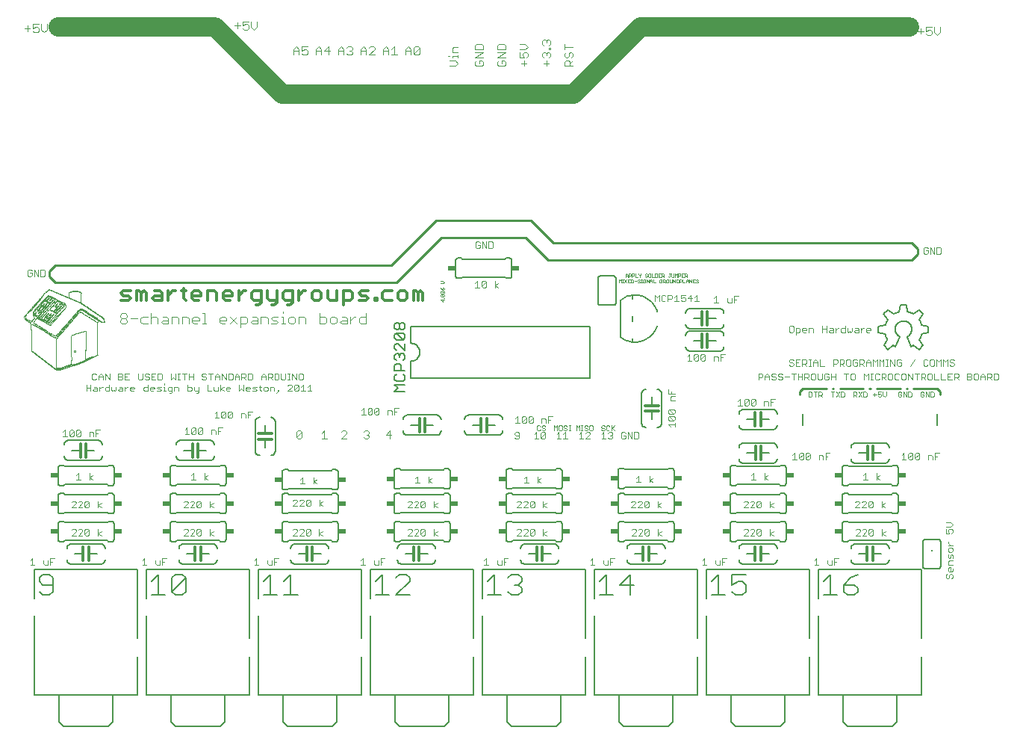
<source format=gto>
G75*
G70*
%OFA0B0*%
%FSLAX24Y24*%
%IPPOS*%
%LPD*%
%AMOC8*
5,1,8,0,0,1.08239X$1,22.5*
%
%ADD10C,0.0030*%
%ADD11C,0.0080*%
%ADD12C,0.0020*%
%ADD13C,0.0100*%
%ADD14C,0.0010*%
%ADD15C,0.0040*%
%ADD16C,0.0140*%
%ADD17C,0.0860*%
%ADD18R,0.0040X0.0008*%
%ADD19R,0.0120X0.0008*%
%ADD20R,0.0184X0.0008*%
%ADD21R,0.0072X0.0008*%
%ADD22R,0.0096X0.0008*%
%ADD23R,0.0056X0.0008*%
%ADD24R,0.0096X0.0008*%
%ADD25R,0.0048X0.0008*%
%ADD26R,0.0088X0.0008*%
%ADD27R,0.0048X0.0008*%
%ADD28R,0.0088X0.0008*%
%ADD29R,0.0080X0.0008*%
%ADD30R,0.0040X0.0008*%
%ADD31R,0.0136X0.0008*%
%ADD32R,0.0192X0.0008*%
%ADD33R,0.0080X0.0008*%
%ADD34R,0.0072X0.0008*%
%ADD35R,0.0064X0.0008*%
%ADD36R,0.0072X0.0008*%
%ADD37R,0.0152X0.0008*%
%ADD38R,0.0200X0.0008*%
%ADD39R,0.0016X0.0008*%
%ADD40R,0.0064X0.0008*%
%ADD41R,0.0048X0.0008*%
%ADD42R,0.0016X0.0008*%
%ADD43R,0.0056X0.0008*%
%ADD44R,0.0056X0.0008*%
%ADD45R,0.0064X0.0008*%
%ADD46R,0.0088X0.0008*%
%ADD47R,0.0048X0.0008*%
%ADD48R,0.0096X0.0008*%
%ADD49R,0.0104X0.0008*%
%ADD50R,0.0104X0.0008*%
%ADD51R,0.0072X0.0008*%
%ADD52R,0.0024X0.0008*%
%ADD53R,0.0064X0.0008*%
%ADD54R,0.0016X0.0008*%
%ADD55R,0.0016X0.0008*%
%ADD56R,0.0056X0.0008*%
%ADD57R,0.0008X0.0008*%
%ADD58R,0.0128X0.0008*%
%ADD59R,0.0032X0.0008*%
%ADD60R,0.0032X0.0008*%
%ADD61R,0.0024X0.0008*%
%ADD62R,0.0024X0.0008*%
%ADD63R,0.0032X0.0008*%
%ADD64R,0.0032X0.0008*%
%ADD65R,0.0024X0.0008*%
%ADD66R,0.0112X0.0008*%
%ADD67R,0.0128X0.0008*%
%ADD68R,0.0168X0.0008*%
%ADD69R,0.0192X0.0008*%
%ADD70R,0.0088X0.0008*%
%ADD71R,0.0008X0.0008*%
%ADD72R,0.0008X0.0008*%
%ADD73R,0.0008X0.0008*%
%ADD74R,0.0112X0.0008*%
%ADD75R,0.0104X0.0008*%
%ADD76R,0.0160X0.0008*%
%ADD77R,0.0104X0.0008*%
%ADD78R,0.0112X0.0008*%
%ADD79R,0.0168X0.0008*%
%ADD80R,0.0096X0.0008*%
%ADD81R,0.0128X0.0008*%
%ADD82R,0.0144X0.0008*%
%ADD83R,0.0152X0.0008*%
%ADD84R,0.0240X0.0008*%
%ADD85C,0.0060*%
%ADD86R,0.0340X0.0240*%
%ADD87C,0.0120*%
%ADD88C,0.0050*%
%ADD89C,0.0000*%
D10*
X002466Y007353D02*
X002660Y007353D01*
X002563Y007353D02*
X002563Y007644D01*
X002466Y007547D01*
X003055Y007547D02*
X003055Y007402D01*
X003104Y007353D01*
X003249Y007353D01*
X003249Y007547D01*
X003350Y007498D02*
X003447Y007498D01*
X003350Y007353D02*
X003350Y007644D01*
X003544Y007644D01*
X004307Y008658D02*
X004500Y008852D01*
X004500Y008900D01*
X004452Y008949D01*
X004355Y008949D01*
X004307Y008900D01*
X004307Y008658D02*
X004500Y008658D01*
X004602Y008658D02*
X004795Y008852D01*
X004795Y008900D01*
X004747Y008949D01*
X004650Y008949D01*
X004602Y008900D01*
X004602Y008658D02*
X004795Y008658D01*
X004896Y008707D02*
X004945Y008658D01*
X005041Y008658D01*
X005090Y008707D01*
X005090Y008900D01*
X004896Y008707D01*
X004896Y008900D01*
X004945Y008949D01*
X005041Y008949D01*
X005090Y008900D01*
X005486Y008949D02*
X005486Y008658D01*
X005486Y008755D02*
X005631Y008658D01*
X005486Y008755D02*
X005631Y008852D01*
X005631Y009908D02*
X005486Y010005D01*
X005631Y010102D01*
X005486Y010199D02*
X005486Y009908D01*
X005090Y009957D02*
X005090Y010150D01*
X004896Y009957D01*
X004945Y009908D01*
X005041Y009908D01*
X005090Y009957D01*
X005090Y010150D02*
X005041Y010199D01*
X004945Y010199D01*
X004896Y010150D01*
X004896Y009957D01*
X004795Y009908D02*
X004602Y009908D01*
X004795Y010102D01*
X004795Y010150D01*
X004747Y010199D01*
X004650Y010199D01*
X004602Y010150D01*
X004500Y010150D02*
X004452Y010199D01*
X004355Y010199D01*
X004307Y010150D01*
X004500Y010150D02*
X004500Y010102D01*
X004307Y009908D01*
X004500Y009908D01*
X004521Y011158D02*
X004715Y011158D01*
X004618Y011158D02*
X004618Y011449D01*
X004521Y011352D01*
X005111Y011449D02*
X005111Y011158D01*
X005111Y011255D02*
X005256Y011352D01*
X005111Y011255D02*
X005256Y011158D01*
X005295Y013083D02*
X005295Y013228D01*
X005247Y013277D01*
X005102Y013277D01*
X005102Y013083D01*
X005396Y013083D02*
X005396Y013374D01*
X005590Y013374D01*
X005493Y013228D02*
X005396Y013228D01*
X004706Y013132D02*
X004658Y013083D01*
X004561Y013083D01*
X004513Y013132D01*
X004706Y013325D01*
X004706Y013132D01*
X004706Y013325D02*
X004658Y013374D01*
X004561Y013374D01*
X004513Y013325D01*
X004513Y013132D01*
X004411Y013132D02*
X004363Y013083D01*
X004266Y013083D01*
X004218Y013132D01*
X004411Y013325D01*
X004411Y013132D01*
X004411Y013325D02*
X004363Y013374D01*
X004266Y013374D01*
X004218Y013325D01*
X004218Y013132D01*
X004117Y013083D02*
X003923Y013083D01*
X004020Y013083D02*
X004020Y013374D01*
X003923Y013277D01*
X004966Y015103D02*
X004966Y015394D01*
X004966Y015248D02*
X005160Y015248D01*
X005261Y015152D02*
X005309Y015200D01*
X005454Y015200D01*
X005454Y015248D02*
X005454Y015103D01*
X005309Y015103D01*
X005261Y015152D01*
X005160Y015103D02*
X005160Y015394D01*
X005309Y015297D02*
X005406Y015297D01*
X005454Y015248D01*
X005555Y015200D02*
X005652Y015297D01*
X005701Y015297D01*
X005801Y015248D02*
X005849Y015297D01*
X005994Y015297D01*
X005994Y015394D02*
X005994Y015103D01*
X005849Y015103D01*
X005801Y015152D01*
X005801Y015248D01*
X005555Y015297D02*
X005555Y015103D01*
X005511Y015603D02*
X005511Y015797D01*
X005607Y015894D01*
X005704Y015797D01*
X005704Y015603D01*
X005805Y015603D02*
X005805Y015894D01*
X005999Y015603D01*
X005999Y015894D01*
X005704Y015748D02*
X005511Y015748D01*
X005410Y015652D02*
X005361Y015603D01*
X005264Y015603D01*
X005216Y015652D01*
X005216Y015845D01*
X005264Y015894D01*
X005361Y015894D01*
X005410Y015845D01*
X006096Y015297D02*
X006096Y015152D01*
X006144Y015103D01*
X006192Y015152D01*
X006241Y015103D01*
X006289Y015152D01*
X006289Y015297D01*
X006439Y015297D02*
X006535Y015297D01*
X006584Y015248D01*
X006584Y015103D01*
X006439Y015103D01*
X006390Y015152D01*
X006439Y015200D01*
X006584Y015200D01*
X006685Y015200D02*
X006782Y015297D01*
X006830Y015297D01*
X006930Y015248D02*
X006979Y015297D01*
X007075Y015297D01*
X007124Y015248D01*
X007124Y015200D01*
X006930Y015200D01*
X006930Y015152D02*
X006930Y015248D01*
X006930Y015152D02*
X006979Y015103D01*
X007075Y015103D01*
X006685Y015103D02*
X006685Y015297D01*
X006689Y015603D02*
X006883Y015603D01*
X006786Y015748D02*
X006689Y015748D01*
X006588Y015700D02*
X006588Y015652D01*
X006540Y015603D01*
X006395Y015603D01*
X006395Y015894D01*
X006540Y015894D01*
X006588Y015845D01*
X006588Y015797D01*
X006540Y015748D01*
X006395Y015748D01*
X006540Y015748D02*
X006588Y015700D01*
X006689Y015603D02*
X006689Y015894D01*
X006883Y015894D01*
X007279Y015894D02*
X007279Y015652D01*
X007327Y015603D01*
X007424Y015603D01*
X007472Y015652D01*
X007472Y015894D01*
X007573Y015845D02*
X007573Y015797D01*
X007622Y015748D01*
X007718Y015748D01*
X007767Y015700D01*
X007767Y015652D01*
X007718Y015603D01*
X007622Y015603D01*
X007573Y015652D01*
X007573Y015845D02*
X007622Y015894D01*
X007718Y015894D01*
X007767Y015845D01*
X007868Y015894D02*
X007868Y015603D01*
X008061Y015603D01*
X008163Y015603D02*
X008308Y015603D01*
X008356Y015652D01*
X008356Y015845D01*
X008308Y015894D01*
X008163Y015894D01*
X008163Y015603D01*
X007965Y015748D02*
X007868Y015748D01*
X007868Y015894D02*
X008061Y015894D01*
X008452Y015442D02*
X008452Y015394D01*
X008452Y015297D02*
X008452Y015103D01*
X008404Y015103D02*
X008500Y015103D01*
X008600Y015152D02*
X008648Y015103D01*
X008793Y015103D01*
X008793Y015055D02*
X008793Y015297D01*
X008648Y015297D01*
X008600Y015248D01*
X008600Y015152D01*
X008697Y015007D02*
X008745Y015007D01*
X008793Y015055D01*
X008895Y015103D02*
X008895Y015297D01*
X009040Y015297D01*
X009088Y015248D01*
X009088Y015103D01*
X009484Y015103D02*
X009484Y015394D01*
X009484Y015297D02*
X009629Y015297D01*
X009677Y015248D01*
X009677Y015152D01*
X009629Y015103D01*
X009484Y015103D01*
X009779Y015152D02*
X009827Y015103D01*
X009972Y015103D01*
X009972Y015055D02*
X009924Y015007D01*
X009875Y015007D01*
X009972Y015055D02*
X009972Y015297D01*
X009779Y015297D02*
X009779Y015152D01*
X009731Y015603D02*
X009731Y015894D01*
X009731Y015748D02*
X009538Y015748D01*
X009538Y015603D02*
X009538Y015894D01*
X009436Y015894D02*
X009243Y015894D01*
X009340Y015894D02*
X009340Y015603D01*
X009143Y015603D02*
X009046Y015603D01*
X009095Y015603D02*
X009095Y015894D01*
X009143Y015894D02*
X009046Y015894D01*
X008945Y015894D02*
X008945Y015603D01*
X008849Y015700D01*
X008752Y015603D01*
X008752Y015894D01*
X008452Y015297D02*
X008404Y015297D01*
X008302Y015297D02*
X008157Y015297D01*
X008109Y015248D01*
X008157Y015200D01*
X008254Y015200D01*
X008302Y015152D01*
X008254Y015103D01*
X008109Y015103D01*
X008008Y015200D02*
X007814Y015200D01*
X007814Y015248D02*
X007863Y015297D01*
X007959Y015297D01*
X008008Y015248D01*
X008008Y015200D01*
X007959Y015103D02*
X007863Y015103D01*
X007814Y015152D01*
X007814Y015248D01*
X007713Y015297D02*
X007568Y015297D01*
X007520Y015248D01*
X007520Y015152D01*
X007568Y015103D01*
X007713Y015103D01*
X007713Y015394D01*
X010127Y015652D02*
X010175Y015603D01*
X010272Y015603D01*
X010320Y015652D01*
X010320Y015700D01*
X010272Y015748D01*
X010175Y015748D01*
X010127Y015797D01*
X010127Y015845D01*
X010175Y015894D01*
X010272Y015894D01*
X010320Y015845D01*
X010421Y015894D02*
X010615Y015894D01*
X010518Y015894D02*
X010518Y015603D01*
X010716Y015603D02*
X010716Y015797D01*
X010813Y015894D01*
X010910Y015797D01*
X010910Y015603D01*
X011011Y015603D02*
X011011Y015894D01*
X011204Y015603D01*
X011204Y015894D01*
X011305Y015894D02*
X011451Y015894D01*
X011499Y015845D01*
X011499Y015652D01*
X011451Y015603D01*
X011305Y015603D01*
X011305Y015894D01*
X011600Y015797D02*
X011600Y015603D01*
X011600Y015748D02*
X011794Y015748D01*
X011794Y015797D02*
X011794Y015603D01*
X011895Y015603D02*
X011895Y015894D01*
X012040Y015894D01*
X012088Y015845D01*
X012088Y015748D01*
X012040Y015700D01*
X011895Y015700D01*
X011991Y015700D02*
X012088Y015603D01*
X012189Y015603D02*
X012334Y015603D01*
X012383Y015652D01*
X012383Y015845D01*
X012334Y015894D01*
X012189Y015894D01*
X012189Y015603D01*
X011985Y015394D02*
X011985Y015103D01*
X011889Y015200D01*
X011792Y015103D01*
X011792Y015394D01*
X012087Y015248D02*
X012135Y015297D01*
X012232Y015297D01*
X012280Y015248D01*
X012280Y015200D01*
X012087Y015200D01*
X012087Y015152D02*
X012087Y015248D01*
X012087Y015152D02*
X012135Y015103D01*
X012232Y015103D01*
X012381Y015103D02*
X012526Y015103D01*
X012575Y015152D01*
X012526Y015200D01*
X012430Y015200D01*
X012381Y015248D01*
X012430Y015297D01*
X012575Y015297D01*
X012676Y015297D02*
X012773Y015297D01*
X012724Y015345D02*
X012724Y015152D01*
X012773Y015103D01*
X012872Y015152D02*
X012921Y015103D01*
X013017Y015103D01*
X013066Y015152D01*
X013066Y015248D01*
X013017Y015297D01*
X012921Y015297D01*
X012872Y015248D01*
X012872Y015152D01*
X013167Y015103D02*
X013167Y015297D01*
X013312Y015297D01*
X013360Y015248D01*
X013360Y015103D01*
X013462Y015007D02*
X013558Y015103D01*
X013510Y015103D01*
X013510Y015152D01*
X013558Y015152D01*
X013558Y015103D01*
X013953Y015103D02*
X014146Y015297D01*
X014146Y015345D01*
X014098Y015394D01*
X014001Y015394D01*
X013953Y015345D01*
X013953Y015103D02*
X014146Y015103D01*
X014247Y015152D02*
X014441Y015345D01*
X014441Y015152D01*
X014392Y015103D01*
X014296Y015103D01*
X014247Y015152D01*
X014247Y015345D01*
X014296Y015394D01*
X014392Y015394D01*
X014441Y015345D01*
X014542Y015297D02*
X014639Y015394D01*
X014639Y015103D01*
X014735Y015103D02*
X014542Y015103D01*
X014837Y015103D02*
X015030Y015103D01*
X014933Y015103D02*
X014933Y015394D01*
X014837Y015297D01*
X014593Y015603D02*
X014642Y015652D01*
X014642Y015845D01*
X014593Y015894D01*
X014497Y015894D01*
X014448Y015845D01*
X014448Y015652D01*
X014497Y015603D01*
X014593Y015603D01*
X014347Y015603D02*
X014347Y015894D01*
X014154Y015894D02*
X014154Y015603D01*
X014054Y015603D02*
X013957Y015603D01*
X014006Y015603D02*
X014006Y015894D01*
X014054Y015894D02*
X013957Y015894D01*
X013856Y015894D02*
X013856Y015652D01*
X013808Y015603D01*
X013711Y015603D01*
X013663Y015652D01*
X013663Y015894D01*
X013561Y015845D02*
X013513Y015894D01*
X013368Y015894D01*
X013368Y015603D01*
X013513Y015603D01*
X013561Y015652D01*
X013561Y015845D01*
X013267Y015845D02*
X013267Y015748D01*
X013218Y015700D01*
X013073Y015700D01*
X013073Y015603D02*
X013073Y015894D01*
X013218Y015894D01*
X013267Y015845D01*
X013170Y015700D02*
X013267Y015603D01*
X012972Y015603D02*
X012972Y015797D01*
X012875Y015894D01*
X012779Y015797D01*
X012779Y015603D01*
X012779Y015748D02*
X012972Y015748D01*
X014154Y015894D02*
X014347Y015603D01*
X012365Y014199D02*
X012171Y014199D01*
X012171Y013908D01*
X012070Y013908D02*
X012070Y014053D01*
X012022Y014102D01*
X011877Y014102D01*
X011877Y013908D01*
X012171Y014053D02*
X012268Y014053D01*
X011481Y013957D02*
X011433Y013908D01*
X011336Y013908D01*
X011288Y013957D01*
X011481Y014150D01*
X011481Y013957D01*
X011481Y014150D02*
X011433Y014199D01*
X011336Y014199D01*
X011288Y014150D01*
X011288Y013957D01*
X011186Y013957D02*
X011138Y013908D01*
X011041Y013908D01*
X010993Y013957D01*
X011186Y014150D01*
X011186Y013957D01*
X010993Y013957D02*
X010993Y014150D01*
X011041Y014199D01*
X011138Y014199D01*
X011186Y014150D01*
X010892Y013908D02*
X010698Y013908D01*
X010795Y013908D02*
X010795Y014199D01*
X010698Y014102D01*
X010839Y013469D02*
X011033Y013469D01*
X010936Y013323D02*
X010839Y013323D01*
X010738Y013323D02*
X010738Y013178D01*
X010839Y013178D02*
X010839Y013469D01*
X010690Y013372D02*
X010738Y013323D01*
X010690Y013372D02*
X010545Y013372D01*
X010545Y013178D01*
X010149Y013227D02*
X010149Y013420D01*
X009955Y013227D01*
X010004Y013178D01*
X010101Y013178D01*
X010149Y013227D01*
X010149Y013420D02*
X010101Y013469D01*
X010004Y013469D01*
X009955Y013420D01*
X009955Y013227D01*
X009854Y013227D02*
X009854Y013420D01*
X009661Y013227D01*
X009709Y013178D01*
X009806Y013178D01*
X009854Y013227D01*
X009854Y013420D02*
X009806Y013469D01*
X009709Y013469D01*
X009661Y013420D01*
X009661Y013227D01*
X009560Y013178D02*
X009366Y013178D01*
X009463Y013178D02*
X009463Y013469D01*
X009366Y013372D01*
X010368Y015103D02*
X010561Y015103D01*
X010663Y015152D02*
X010711Y015103D01*
X010856Y015103D01*
X010856Y015297D01*
X010957Y015394D02*
X010957Y015103D01*
X010957Y015200D02*
X011102Y015297D01*
X011203Y015248D02*
X011251Y015297D01*
X011348Y015297D01*
X011396Y015248D01*
X011396Y015200D01*
X011203Y015200D01*
X011203Y015152D02*
X011203Y015248D01*
X011203Y015152D02*
X011251Y015103D01*
X011348Y015103D01*
X011102Y015103D02*
X010957Y015200D01*
X010663Y015152D02*
X010663Y015297D01*
X010368Y015394D02*
X010368Y015103D01*
X010716Y015748D02*
X010910Y015748D01*
X011600Y015797D02*
X011697Y015894D01*
X011794Y015797D01*
X014341Y013287D02*
X014403Y013349D01*
X014526Y013349D01*
X014588Y013287D01*
X014341Y013040D01*
X014403Y012978D01*
X014526Y012978D01*
X014588Y013040D01*
X014588Y013287D01*
X014341Y013287D02*
X014341Y013040D01*
X015466Y012978D02*
X015713Y012978D01*
X015590Y012978D02*
X015590Y013349D01*
X015466Y013225D01*
X016341Y013287D02*
X016403Y013349D01*
X016526Y013349D01*
X016588Y013287D01*
X016588Y013225D01*
X016341Y012978D01*
X016588Y012978D01*
X017341Y013040D02*
X017403Y012978D01*
X017526Y012978D01*
X017588Y013040D01*
X017588Y013102D01*
X017526Y013163D01*
X017465Y013163D01*
X017526Y013163D02*
X017588Y013225D01*
X017588Y013287D01*
X017526Y013349D01*
X017403Y013349D01*
X017341Y013287D01*
X018341Y013163D02*
X018588Y013163D01*
X018526Y012978D02*
X018526Y013349D01*
X018341Y013163D01*
X018420Y014053D02*
X018420Y014247D01*
X018565Y014247D01*
X018613Y014198D01*
X018613Y014053D01*
X018714Y014053D02*
X018714Y014344D01*
X018908Y014344D01*
X018811Y014198D02*
X018714Y014198D01*
X018024Y014102D02*
X017976Y014053D01*
X017879Y014053D01*
X017830Y014102D01*
X018024Y014295D01*
X018024Y014102D01*
X018024Y014295D02*
X017976Y014344D01*
X017879Y014344D01*
X017830Y014295D01*
X017830Y014102D01*
X017729Y014102D02*
X017681Y014053D01*
X017584Y014053D01*
X017536Y014102D01*
X017729Y014295D01*
X017729Y014102D01*
X017729Y014295D02*
X017681Y014344D01*
X017584Y014344D01*
X017536Y014295D01*
X017536Y014102D01*
X017435Y014053D02*
X017241Y014053D01*
X017338Y014053D02*
X017338Y014344D01*
X017241Y014247D01*
X015256Y011164D02*
X015111Y011068D01*
X015256Y010971D01*
X015111Y010971D02*
X015111Y011261D01*
X014715Y010971D02*
X014521Y010971D01*
X014618Y010971D02*
X014618Y011261D01*
X014521Y011164D01*
X014539Y010264D02*
X014491Y010215D01*
X014539Y010264D02*
X014636Y010264D01*
X014684Y010215D01*
X014684Y010167D01*
X014491Y009973D01*
X014684Y009973D01*
X014785Y010022D02*
X014979Y010215D01*
X014979Y010022D01*
X014931Y009973D01*
X014834Y009973D01*
X014785Y010022D01*
X014785Y010215D01*
X014834Y010264D01*
X014931Y010264D01*
X014979Y010215D01*
X015375Y010264D02*
X015375Y009973D01*
X015375Y010070D02*
X015520Y009973D01*
X015375Y010070D02*
X015520Y010167D01*
X014390Y010167D02*
X014390Y010215D01*
X014341Y010264D01*
X014244Y010264D01*
X014196Y010215D01*
X014390Y010167D02*
X014196Y009973D01*
X014390Y009973D01*
X014327Y008949D02*
X014230Y008949D01*
X014182Y008900D01*
X014327Y008949D02*
X014375Y008900D01*
X014375Y008852D01*
X014182Y008658D01*
X014375Y008658D01*
X014477Y008658D02*
X014670Y008852D01*
X014670Y008900D01*
X014622Y008949D01*
X014525Y008949D01*
X014477Y008900D01*
X014477Y008658D02*
X014670Y008658D01*
X014771Y008707D02*
X014965Y008900D01*
X014965Y008707D01*
X014916Y008658D01*
X014820Y008658D01*
X014771Y008707D01*
X014771Y008900D01*
X014820Y008949D01*
X014916Y008949D01*
X014965Y008900D01*
X015361Y008949D02*
X015361Y008658D01*
X015361Y008755D02*
X015506Y008658D01*
X015361Y008755D02*
X015506Y008852D01*
X017216Y007547D02*
X017313Y007644D01*
X017313Y007353D01*
X017216Y007353D02*
X017410Y007353D01*
X017805Y007402D02*
X017854Y007353D01*
X017999Y007353D01*
X017999Y007547D01*
X018100Y007498D02*
X018197Y007498D01*
X018100Y007353D02*
X018100Y007644D01*
X018294Y007644D01*
X017805Y007547D02*
X017805Y007402D01*
X019307Y008658D02*
X019500Y008852D01*
X019500Y008900D01*
X019452Y008949D01*
X019355Y008949D01*
X019307Y008900D01*
X019307Y008658D02*
X019500Y008658D01*
X019602Y008658D02*
X019795Y008852D01*
X019795Y008900D01*
X019747Y008949D01*
X019650Y008949D01*
X019602Y008900D01*
X019602Y008658D02*
X019795Y008658D01*
X019896Y008707D02*
X020090Y008900D01*
X020090Y008707D01*
X020041Y008658D01*
X019945Y008658D01*
X019896Y008707D01*
X019896Y008900D01*
X019945Y008949D01*
X020041Y008949D01*
X020090Y008900D01*
X020486Y008949D02*
X020486Y008658D01*
X020486Y008755D02*
X020631Y008658D01*
X020486Y008755D02*
X020631Y008852D01*
X020631Y009908D02*
X020486Y010005D01*
X020631Y010102D01*
X020486Y010199D02*
X020486Y009908D01*
X020090Y009957D02*
X020090Y010150D01*
X019896Y009957D01*
X019945Y009908D01*
X020041Y009908D01*
X020090Y009957D01*
X020090Y010150D02*
X020041Y010199D01*
X019945Y010199D01*
X019896Y010150D01*
X019896Y009957D01*
X019795Y009908D02*
X019602Y009908D01*
X019795Y010102D01*
X019795Y010150D01*
X019747Y010199D01*
X019650Y010199D01*
X019602Y010150D01*
X019500Y010150D02*
X019452Y010199D01*
X019355Y010199D01*
X019307Y010150D01*
X019500Y010150D02*
X019500Y010102D01*
X019307Y009908D01*
X019500Y009908D01*
X019646Y011008D02*
X019840Y011008D01*
X019743Y011008D02*
X019743Y011299D01*
X019646Y011202D01*
X020236Y011299D02*
X020236Y011008D01*
X020236Y011105D02*
X020381Y011202D01*
X020236Y011105D02*
X020381Y011008D01*
X024091Y013027D02*
X024139Y012978D01*
X024236Y012978D01*
X024285Y013027D01*
X024285Y013220D01*
X024236Y013269D01*
X024139Y013269D01*
X024091Y013220D01*
X024091Y013172D01*
X024139Y013123D01*
X024285Y013123D01*
X024310Y013678D02*
X024116Y013678D01*
X024213Y013678D02*
X024213Y013969D01*
X024116Y013872D01*
X024411Y013920D02*
X024459Y013969D01*
X024556Y013969D01*
X024604Y013920D01*
X024411Y013727D01*
X024459Y013678D01*
X024556Y013678D01*
X024604Y013727D01*
X024604Y013920D01*
X024705Y013920D02*
X024754Y013969D01*
X024851Y013969D01*
X024899Y013920D01*
X024705Y013727D01*
X024754Y013678D01*
X024851Y013678D01*
X024899Y013727D01*
X024899Y013920D01*
X024705Y013920D02*
X024705Y013727D01*
X024411Y013727D02*
X024411Y013920D01*
X025295Y013872D02*
X025295Y013678D01*
X025488Y013678D02*
X025488Y013823D01*
X025440Y013872D01*
X025295Y013872D01*
X025589Y013823D02*
X025686Y013823D01*
X025589Y013678D02*
X025589Y013969D01*
X025783Y013969D01*
X026063Y013269D02*
X026063Y012978D01*
X025966Y012978D02*
X026160Y012978D01*
X026261Y012978D02*
X026454Y012978D01*
X026357Y012978D02*
X026357Y013269D01*
X026261Y013172D01*
X026063Y013269D02*
X025966Y013172D01*
X025454Y013220D02*
X025261Y013027D01*
X025309Y012978D01*
X025406Y012978D01*
X025454Y013027D01*
X025454Y013220D01*
X025406Y013269D01*
X025309Y013269D01*
X025261Y013220D01*
X025261Y013027D01*
X025160Y012978D02*
X024966Y012978D01*
X025063Y012978D02*
X025063Y013269D01*
X024966Y013172D01*
X026966Y013172D02*
X027063Y013269D01*
X027063Y012978D01*
X026966Y012978D02*
X027160Y012978D01*
X027261Y012978D02*
X027454Y013172D01*
X027454Y013220D01*
X027406Y013269D01*
X027309Y013269D01*
X027261Y013220D01*
X027261Y012978D02*
X027454Y012978D01*
X027966Y012978D02*
X028160Y012978D01*
X028063Y012978D02*
X028063Y013269D01*
X027966Y013172D01*
X028261Y013220D02*
X028309Y013269D01*
X028406Y013269D01*
X028454Y013220D01*
X028454Y013172D01*
X028406Y013123D01*
X028454Y013075D01*
X028454Y013027D01*
X028406Y012978D01*
X028309Y012978D01*
X028261Y013027D01*
X028357Y013123D02*
X028406Y013123D01*
X028841Y013027D02*
X028889Y012978D01*
X028986Y012978D01*
X029035Y013027D01*
X029035Y013123D01*
X028938Y013123D01*
X028841Y013027D02*
X028841Y013220D01*
X028889Y013269D01*
X028986Y013269D01*
X029035Y013220D01*
X029136Y013269D02*
X029329Y012978D01*
X029329Y013269D01*
X029430Y013269D02*
X029430Y012978D01*
X029576Y012978D01*
X029624Y013027D01*
X029624Y013220D01*
X029576Y013269D01*
X029430Y013269D01*
X029136Y013269D02*
X029136Y012978D01*
X030946Y013600D02*
X031236Y013600D01*
X031236Y013503D02*
X031236Y013697D01*
X031188Y013798D02*
X030994Y013991D01*
X031188Y013991D01*
X031236Y013943D01*
X031236Y013846D01*
X031188Y013798D01*
X030994Y013798D01*
X030946Y013846D01*
X030946Y013943D01*
X030994Y013991D01*
X030994Y014093D02*
X030946Y014141D01*
X030946Y014238D01*
X030994Y014286D01*
X031188Y014093D01*
X031236Y014141D01*
X031236Y014238D01*
X031188Y014286D01*
X030994Y014286D01*
X030994Y014093D02*
X031188Y014093D01*
X031236Y014682D02*
X031043Y014682D01*
X031043Y014827D01*
X031091Y014875D01*
X031236Y014875D01*
X031236Y014976D02*
X030946Y014976D01*
X030946Y015170D01*
X031091Y015073D02*
X031091Y014976D01*
X030946Y013600D02*
X031043Y013503D01*
X034048Y014458D02*
X034242Y014458D01*
X034145Y014458D02*
X034145Y014748D01*
X034048Y014652D01*
X034343Y014700D02*
X034391Y014748D01*
X034488Y014748D01*
X034536Y014700D01*
X034343Y014507D01*
X034391Y014458D01*
X034488Y014458D01*
X034536Y014507D01*
X034536Y014700D01*
X034637Y014700D02*
X034637Y014507D01*
X034831Y014700D01*
X034831Y014507D01*
X034783Y014458D01*
X034686Y014458D01*
X034637Y014507D01*
X034637Y014700D02*
X034686Y014748D01*
X034783Y014748D01*
X034831Y014700D01*
X035227Y014652D02*
X035372Y014652D01*
X035420Y014603D01*
X035420Y014458D01*
X035521Y014458D02*
X035521Y014748D01*
X035715Y014748D01*
X035618Y014603D02*
X035521Y014603D01*
X035227Y014652D02*
X035227Y014458D01*
X034343Y014507D02*
X034343Y014700D01*
X034966Y015603D02*
X034966Y015894D01*
X035111Y015894D01*
X035160Y015845D01*
X035160Y015748D01*
X035111Y015700D01*
X034966Y015700D01*
X035261Y015748D02*
X035454Y015748D01*
X035454Y015797D02*
X035454Y015603D01*
X035555Y015652D02*
X035604Y015603D01*
X035701Y015603D01*
X035749Y015652D01*
X035749Y015700D01*
X035701Y015748D01*
X035604Y015748D01*
X035555Y015797D01*
X035555Y015845D01*
X035604Y015894D01*
X035701Y015894D01*
X035749Y015845D01*
X035850Y015845D02*
X035850Y015797D01*
X035898Y015748D01*
X035995Y015748D01*
X036044Y015700D01*
X036044Y015652D01*
X035995Y015603D01*
X035898Y015603D01*
X035850Y015652D01*
X035850Y015845D02*
X035898Y015894D01*
X035995Y015894D01*
X036044Y015845D01*
X036145Y015748D02*
X036338Y015748D01*
X036439Y015894D02*
X036633Y015894D01*
X036536Y015894D02*
X036536Y015603D01*
X036734Y015603D02*
X036734Y015894D01*
X036734Y015748D02*
X036927Y015748D01*
X037029Y015700D02*
X037174Y015700D01*
X037222Y015748D01*
X037222Y015845D01*
X037174Y015894D01*
X037029Y015894D01*
X037029Y015603D01*
X036927Y015603D02*
X036927Y015894D01*
X037125Y015700D02*
X037222Y015603D01*
X037323Y015652D02*
X037372Y015603D01*
X037468Y015603D01*
X037517Y015652D01*
X037517Y015845D01*
X037468Y015894D01*
X037372Y015894D01*
X037323Y015845D01*
X037323Y015652D01*
X037618Y015652D02*
X037618Y015894D01*
X037811Y015894D02*
X037811Y015652D01*
X037763Y015603D01*
X037666Y015603D01*
X037618Y015652D01*
X037913Y015652D02*
X037913Y015845D01*
X037961Y015894D01*
X038058Y015894D01*
X038106Y015845D01*
X038106Y015748D02*
X038009Y015748D01*
X038106Y015748D02*
X038106Y015652D01*
X038058Y015603D01*
X037961Y015603D01*
X037913Y015652D01*
X038207Y015603D02*
X038207Y015894D01*
X038207Y015748D02*
X038401Y015748D01*
X038401Y015603D02*
X038401Y015894D01*
X038305Y016228D02*
X038305Y016519D01*
X038451Y016519D01*
X038499Y016470D01*
X038499Y016373D01*
X038451Y016325D01*
X038305Y016325D01*
X038600Y016325D02*
X038745Y016325D01*
X038794Y016373D01*
X038794Y016470D01*
X038745Y016519D01*
X038600Y016519D01*
X038600Y016228D01*
X038697Y016325D02*
X038794Y016228D01*
X038895Y016277D02*
X038895Y016470D01*
X038943Y016519D01*
X039040Y016519D01*
X039088Y016470D01*
X039088Y016277D01*
X039040Y016228D01*
X038943Y016228D01*
X038895Y016277D01*
X039189Y016277D02*
X039238Y016228D01*
X039334Y016228D01*
X039383Y016277D01*
X039383Y016373D01*
X039286Y016373D01*
X039189Y016277D02*
X039189Y016470D01*
X039238Y016519D01*
X039334Y016519D01*
X039383Y016470D01*
X039484Y016519D02*
X039629Y016519D01*
X039677Y016470D01*
X039677Y016373D01*
X039629Y016325D01*
X039484Y016325D01*
X039581Y016325D02*
X039677Y016228D01*
X039779Y016228D02*
X039779Y016422D01*
X039875Y016519D01*
X039972Y016422D01*
X039972Y016228D01*
X040073Y016228D02*
X040073Y016519D01*
X040170Y016422D01*
X040267Y016519D01*
X040267Y016228D01*
X040368Y016228D02*
X040368Y016519D01*
X040465Y016422D01*
X040561Y016519D01*
X040561Y016228D01*
X040663Y016228D02*
X040759Y016228D01*
X040711Y016228D02*
X040711Y016519D01*
X040663Y016519D02*
X040759Y016519D01*
X040859Y016519D02*
X041052Y016228D01*
X041052Y016519D01*
X041154Y016470D02*
X041154Y016277D01*
X041202Y016228D01*
X041299Y016228D01*
X041347Y016277D01*
X041347Y016373D01*
X041250Y016373D01*
X041154Y016470D02*
X041202Y016519D01*
X041299Y016519D01*
X041347Y016470D01*
X041743Y016228D02*
X041936Y016519D01*
X042332Y016470D02*
X042332Y016277D01*
X042381Y016228D01*
X042477Y016228D01*
X042526Y016277D01*
X042627Y016277D02*
X042675Y016228D01*
X042772Y016228D01*
X042820Y016277D01*
X042820Y016470D01*
X042772Y016519D01*
X042675Y016519D01*
X042627Y016470D01*
X042627Y016277D01*
X042526Y016470D02*
X042477Y016519D01*
X042381Y016519D01*
X042332Y016470D01*
X042921Y016519D02*
X042921Y016228D01*
X043115Y016228D02*
X043115Y016519D01*
X043018Y016422D01*
X042921Y016519D01*
X043216Y016519D02*
X043216Y016228D01*
X043410Y016228D02*
X043410Y016519D01*
X043313Y016422D01*
X043216Y016519D01*
X043511Y016470D02*
X043511Y016422D01*
X043559Y016373D01*
X043656Y016373D01*
X043704Y016325D01*
X043704Y016277D01*
X043656Y016228D01*
X043559Y016228D01*
X043511Y016277D01*
X043511Y016470D02*
X043559Y016519D01*
X043656Y016519D01*
X043704Y016470D01*
X043707Y015894D02*
X043852Y015894D01*
X043901Y015845D01*
X043901Y015748D01*
X043852Y015700D01*
X043707Y015700D01*
X043707Y015603D02*
X043707Y015894D01*
X043606Y015894D02*
X043413Y015894D01*
X043413Y015603D01*
X043606Y015603D01*
X043509Y015748D02*
X043413Y015748D01*
X043311Y015603D02*
X043118Y015603D01*
X043118Y015894D01*
X042823Y015894D02*
X042823Y015603D01*
X043017Y015603D01*
X042722Y015652D02*
X042722Y015845D01*
X042674Y015894D01*
X042577Y015894D01*
X042529Y015845D01*
X042529Y015652D01*
X042577Y015603D01*
X042674Y015603D01*
X042722Y015652D01*
X042427Y015603D02*
X042331Y015700D01*
X042379Y015700D02*
X042234Y015700D01*
X042234Y015603D02*
X042234Y015894D01*
X042379Y015894D01*
X042427Y015845D01*
X042427Y015748D01*
X042379Y015700D01*
X042133Y015894D02*
X041939Y015894D01*
X042036Y015894D02*
X042036Y015603D01*
X041838Y015603D02*
X041838Y015894D01*
X041645Y015894D02*
X041645Y015603D01*
X041544Y015652D02*
X041544Y015845D01*
X041495Y015894D01*
X041398Y015894D01*
X041350Y015845D01*
X041350Y015652D01*
X041398Y015603D01*
X041495Y015603D01*
X041544Y015652D01*
X041645Y015894D02*
X041838Y015603D01*
X041249Y015652D02*
X041201Y015603D01*
X041104Y015603D01*
X041055Y015652D01*
X041055Y015845D01*
X041104Y015894D01*
X041201Y015894D01*
X041249Y015845D01*
X040954Y015845D02*
X040954Y015652D01*
X040906Y015603D01*
X040809Y015603D01*
X040761Y015652D01*
X040761Y015845D01*
X040809Y015894D01*
X040906Y015894D01*
X040954Y015845D01*
X040660Y015845D02*
X040660Y015748D01*
X040611Y015700D01*
X040466Y015700D01*
X040466Y015603D02*
X040466Y015894D01*
X040611Y015894D01*
X040660Y015845D01*
X040563Y015700D02*
X040660Y015603D01*
X040365Y015652D02*
X040317Y015603D01*
X040220Y015603D01*
X040171Y015652D01*
X040171Y015845D01*
X040220Y015894D01*
X040317Y015894D01*
X040365Y015845D01*
X040072Y015894D02*
X039975Y015894D01*
X040023Y015894D02*
X040023Y015603D01*
X039975Y015603D02*
X040072Y015603D01*
X039874Y015603D02*
X039874Y015894D01*
X039777Y015797D01*
X039680Y015894D01*
X039680Y015603D01*
X039285Y015652D02*
X039285Y015845D01*
X039236Y015894D01*
X039139Y015894D01*
X039091Y015845D01*
X039091Y015652D01*
X039139Y015603D01*
X039236Y015603D01*
X039285Y015652D01*
X038990Y015894D02*
X038796Y015894D01*
X038893Y015894D02*
X038893Y015603D01*
X039484Y016228D02*
X039484Y016519D01*
X039779Y016373D02*
X039972Y016373D01*
X040859Y016228D02*
X040859Y016519D01*
X039924Y017728D02*
X039827Y017728D01*
X039779Y017777D01*
X039779Y017873D01*
X039827Y017922D01*
X039924Y017922D01*
X039972Y017873D01*
X039972Y017825D01*
X039779Y017825D01*
X039678Y017922D02*
X039630Y017922D01*
X039533Y017825D01*
X039533Y017728D02*
X039533Y017922D01*
X039432Y017873D02*
X039432Y017728D01*
X039287Y017728D01*
X039238Y017777D01*
X039287Y017825D01*
X039432Y017825D01*
X039432Y017873D02*
X039384Y017922D01*
X039287Y017922D01*
X039137Y017922D02*
X039137Y017777D01*
X039089Y017728D01*
X039041Y017777D01*
X038992Y017728D01*
X038944Y017777D01*
X038944Y017922D01*
X038843Y017922D02*
X038697Y017922D01*
X038649Y017873D01*
X038649Y017777D01*
X038697Y017728D01*
X038843Y017728D01*
X038843Y018019D01*
X038549Y017922D02*
X038500Y017922D01*
X038404Y017825D01*
X038404Y017728D02*
X038404Y017922D01*
X038302Y017873D02*
X038302Y017728D01*
X038157Y017728D01*
X038109Y017777D01*
X038157Y017825D01*
X038302Y017825D01*
X038302Y017873D02*
X038254Y017922D01*
X038157Y017922D01*
X038008Y017873D02*
X037814Y017873D01*
X037814Y017728D02*
X037814Y018019D01*
X038008Y018019D02*
X038008Y017728D01*
X037419Y017728D02*
X037419Y017873D01*
X037370Y017922D01*
X037225Y017922D01*
X037225Y017728D01*
X037124Y017825D02*
X036930Y017825D01*
X036930Y017873D02*
X036979Y017922D01*
X037076Y017922D01*
X037124Y017873D01*
X037124Y017825D01*
X037076Y017728D02*
X036979Y017728D01*
X036930Y017777D01*
X036930Y017873D01*
X036829Y017873D02*
X036829Y017777D01*
X036781Y017728D01*
X036636Y017728D01*
X036636Y017632D02*
X036636Y017922D01*
X036781Y017922D01*
X036829Y017873D01*
X036535Y017777D02*
X036535Y017970D01*
X036486Y018019D01*
X036389Y018019D01*
X036341Y017970D01*
X036341Y017777D01*
X036389Y017728D01*
X036486Y017728D01*
X036535Y017777D01*
X036486Y016519D02*
X036389Y016519D01*
X036341Y016470D01*
X036341Y016422D01*
X036389Y016373D01*
X036486Y016373D01*
X036535Y016325D01*
X036535Y016277D01*
X036486Y016228D01*
X036389Y016228D01*
X036341Y016277D01*
X036535Y016470D02*
X036486Y016519D01*
X036636Y016519D02*
X036636Y016228D01*
X036829Y016228D01*
X036930Y016228D02*
X036930Y016519D01*
X037076Y016519D01*
X037124Y016470D01*
X037124Y016373D01*
X037076Y016325D01*
X036930Y016325D01*
X037027Y016325D02*
X037124Y016228D01*
X037225Y016228D02*
X037322Y016228D01*
X037273Y016228D02*
X037273Y016519D01*
X037225Y016519D02*
X037322Y016519D01*
X037421Y016422D02*
X037518Y016519D01*
X037615Y016422D01*
X037615Y016228D01*
X037716Y016228D02*
X037910Y016228D01*
X037716Y016228D02*
X037716Y016519D01*
X037615Y016373D02*
X037421Y016373D01*
X037421Y016422D02*
X037421Y016228D01*
X036829Y016519D02*
X036636Y016519D01*
X036636Y016373D02*
X036732Y016373D01*
X035454Y015797D02*
X035357Y015894D01*
X035261Y015797D01*
X035261Y015603D01*
X033465Y016749D02*
X033271Y016749D01*
X033271Y016458D01*
X033170Y016458D02*
X033170Y016603D01*
X033122Y016652D01*
X032977Y016652D01*
X032977Y016458D01*
X033271Y016603D02*
X033368Y016603D01*
X032581Y016507D02*
X032533Y016458D01*
X032436Y016458D01*
X032388Y016507D01*
X032581Y016700D01*
X032581Y016507D01*
X032581Y016700D02*
X032533Y016749D01*
X032436Y016749D01*
X032388Y016700D01*
X032388Y016507D01*
X032286Y016507D02*
X032238Y016458D01*
X032141Y016458D01*
X032093Y016507D01*
X032286Y016700D01*
X032286Y016507D01*
X032093Y016507D02*
X032093Y016700D01*
X032141Y016749D01*
X032238Y016749D01*
X032286Y016700D01*
X031992Y016458D02*
X031798Y016458D01*
X031895Y016458D02*
X031895Y016749D01*
X031798Y016652D01*
X031665Y019103D02*
X031568Y019103D01*
X031520Y019152D01*
X031520Y019248D02*
X031616Y019297D01*
X031665Y019297D01*
X031713Y019248D01*
X031713Y019152D01*
X031665Y019103D01*
X031520Y019248D02*
X031520Y019394D01*
X031713Y019394D01*
X031814Y019248D02*
X032008Y019248D01*
X032109Y019297D02*
X032206Y019394D01*
X032206Y019103D01*
X032302Y019103D02*
X032109Y019103D01*
X031959Y019103D02*
X031959Y019394D01*
X031814Y019248D01*
X031419Y019103D02*
X031225Y019103D01*
X031322Y019103D02*
X031322Y019394D01*
X031225Y019297D01*
X031124Y019345D02*
X031124Y019248D01*
X031076Y019200D01*
X030930Y019200D01*
X030930Y019103D02*
X030930Y019394D01*
X031076Y019394D01*
X031124Y019345D01*
X030829Y019345D02*
X030781Y019394D01*
X030684Y019394D01*
X030636Y019345D01*
X030636Y019152D01*
X030684Y019103D01*
X030781Y019103D01*
X030829Y019152D01*
X030535Y019103D02*
X030535Y019394D01*
X030438Y019297D01*
X030341Y019394D01*
X030341Y019103D01*
X032991Y019053D02*
X033185Y019053D01*
X033088Y019053D02*
X033088Y019344D01*
X032991Y019247D01*
X033580Y019247D02*
X033580Y019102D01*
X033629Y019053D01*
X033774Y019053D01*
X033774Y019247D01*
X033875Y019198D02*
X033972Y019198D01*
X033875Y019053D02*
X033875Y019344D01*
X034069Y019344D01*
X042341Y021277D02*
X042389Y021228D01*
X042486Y021228D01*
X042535Y021277D01*
X042535Y021373D01*
X042438Y021373D01*
X042341Y021277D02*
X042341Y021470D01*
X042389Y021519D01*
X042486Y021519D01*
X042535Y021470D01*
X042636Y021519D02*
X042829Y021228D01*
X042829Y021519D01*
X042930Y021519D02*
X043076Y021519D01*
X043124Y021470D01*
X043124Y021277D01*
X043076Y021228D01*
X042930Y021228D01*
X042930Y021519D01*
X042636Y021519D02*
X042636Y021228D01*
X044297Y015894D02*
X044442Y015894D01*
X044490Y015845D01*
X044490Y015797D01*
X044442Y015748D01*
X044297Y015748D01*
X044442Y015748D02*
X044490Y015700D01*
X044490Y015652D01*
X044442Y015603D01*
X044297Y015603D01*
X044297Y015894D01*
X044591Y015845D02*
X044591Y015652D01*
X044640Y015603D01*
X044736Y015603D01*
X044785Y015652D01*
X044785Y015845D01*
X044736Y015894D01*
X044640Y015894D01*
X044591Y015845D01*
X044886Y015797D02*
X044983Y015894D01*
X045079Y015797D01*
X045079Y015603D01*
X045180Y015603D02*
X045180Y015894D01*
X045326Y015894D01*
X045374Y015845D01*
X045374Y015748D01*
X045326Y015700D01*
X045180Y015700D01*
X045277Y015700D02*
X045374Y015603D01*
X045475Y015603D02*
X045620Y015603D01*
X045669Y015652D01*
X045669Y015845D01*
X045620Y015894D01*
X045475Y015894D01*
X045475Y015603D01*
X045079Y015748D02*
X044886Y015748D01*
X044886Y015797D02*
X044886Y015603D01*
X043901Y015603D02*
X043804Y015700D01*
X043033Y012344D02*
X042839Y012344D01*
X042839Y012053D01*
X042738Y012053D02*
X042738Y012198D01*
X042690Y012247D01*
X042545Y012247D01*
X042545Y012053D01*
X042839Y012198D02*
X042936Y012198D01*
X042149Y012102D02*
X042101Y012053D01*
X042004Y012053D01*
X041955Y012102D01*
X042149Y012295D01*
X042149Y012102D01*
X042149Y012295D02*
X042101Y012344D01*
X042004Y012344D01*
X041955Y012295D01*
X041955Y012102D01*
X041854Y012102D02*
X041806Y012053D01*
X041709Y012053D01*
X041661Y012102D01*
X041854Y012295D01*
X041854Y012102D01*
X041854Y012295D02*
X041806Y012344D01*
X041709Y012344D01*
X041661Y012295D01*
X041661Y012102D01*
X041560Y012053D02*
X041366Y012053D01*
X041463Y012053D02*
X041463Y012344D01*
X041366Y012247D01*
X040381Y011352D02*
X040236Y011255D01*
X040381Y011158D01*
X040236Y011158D02*
X040236Y011449D01*
X039840Y011158D02*
X039646Y011158D01*
X039743Y011158D02*
X039743Y011449D01*
X039646Y011352D01*
X039635Y010199D02*
X039587Y010150D01*
X039635Y010199D02*
X039732Y010199D01*
X039780Y010150D01*
X039780Y010102D01*
X039587Y009908D01*
X039780Y009908D01*
X039881Y009957D02*
X040075Y010150D01*
X040075Y009957D01*
X040026Y009908D01*
X039930Y009908D01*
X039881Y009957D01*
X039881Y010150D01*
X039930Y010199D01*
X040026Y010199D01*
X040075Y010150D01*
X040471Y010199D02*
X040471Y009908D01*
X040471Y010005D02*
X040616Y010102D01*
X040471Y010005D02*
X040616Y009908D01*
X039485Y009908D02*
X039292Y009908D01*
X039485Y010102D01*
X039485Y010150D01*
X039437Y010199D01*
X039340Y010199D01*
X039292Y010150D01*
X039355Y008949D02*
X039307Y008900D01*
X039355Y008949D02*
X039452Y008949D01*
X039500Y008900D01*
X039500Y008852D01*
X039307Y008658D01*
X039500Y008658D01*
X039602Y008658D02*
X039795Y008852D01*
X039795Y008900D01*
X039747Y008949D01*
X039650Y008949D01*
X039602Y008900D01*
X039602Y008658D02*
X039795Y008658D01*
X039896Y008707D02*
X040090Y008900D01*
X040090Y008707D01*
X040041Y008658D01*
X039945Y008658D01*
X039896Y008707D01*
X039896Y008900D01*
X039945Y008949D01*
X040041Y008949D01*
X040090Y008900D01*
X040486Y008949D02*
X040486Y008658D01*
X040486Y008755D02*
X040631Y008658D01*
X040486Y008755D02*
X040631Y008852D01*
X038544Y007644D02*
X038350Y007644D01*
X038350Y007353D01*
X038249Y007353D02*
X038249Y007547D01*
X038350Y007498D02*
X038447Y007498D01*
X038249Y007353D02*
X038104Y007353D01*
X038055Y007402D01*
X038055Y007547D01*
X037660Y007353D02*
X037466Y007353D01*
X037563Y007353D02*
X037563Y007644D01*
X037466Y007547D01*
X035631Y008658D02*
X035486Y008755D01*
X035631Y008852D01*
X035486Y008949D02*
X035486Y008658D01*
X035090Y008707D02*
X035041Y008658D01*
X034945Y008658D01*
X034896Y008707D01*
X035090Y008900D01*
X035090Y008707D01*
X035090Y008900D02*
X035041Y008949D01*
X034945Y008949D01*
X034896Y008900D01*
X034896Y008707D01*
X034795Y008658D02*
X034602Y008658D01*
X034795Y008852D01*
X034795Y008900D01*
X034747Y008949D01*
X034650Y008949D01*
X034602Y008900D01*
X034500Y008900D02*
X034452Y008949D01*
X034355Y008949D01*
X034307Y008900D01*
X034500Y008900D02*
X034500Y008852D01*
X034307Y008658D01*
X034500Y008658D01*
X033544Y007644D02*
X033350Y007644D01*
X033350Y007353D01*
X033249Y007353D02*
X033249Y007547D01*
X033350Y007498D02*
X033447Y007498D01*
X033249Y007353D02*
X033104Y007353D01*
X033055Y007402D01*
X033055Y007547D01*
X032660Y007353D02*
X032466Y007353D01*
X032563Y007353D02*
X032563Y007644D01*
X032466Y007547D01*
X030631Y008658D02*
X030486Y008755D01*
X030631Y008852D01*
X030486Y008949D02*
X030486Y008658D01*
X030090Y008707D02*
X030041Y008658D01*
X029945Y008658D01*
X029896Y008707D01*
X030090Y008900D01*
X030090Y008707D01*
X030090Y008900D02*
X030041Y008949D01*
X029945Y008949D01*
X029896Y008900D01*
X029896Y008707D01*
X029795Y008658D02*
X029602Y008658D01*
X029795Y008852D01*
X029795Y008900D01*
X029747Y008949D01*
X029650Y008949D01*
X029602Y008900D01*
X029500Y008900D02*
X029452Y008949D01*
X029355Y008949D01*
X029307Y008900D01*
X029500Y008900D02*
X029500Y008852D01*
X029307Y008658D01*
X029500Y008658D01*
X028544Y007644D02*
X028350Y007644D01*
X028350Y007353D01*
X028249Y007353D02*
X028249Y007547D01*
X028350Y007498D02*
X028447Y007498D01*
X028249Y007353D02*
X028104Y007353D01*
X028055Y007402D01*
X028055Y007547D01*
X027660Y007353D02*
X027466Y007353D01*
X027563Y007353D02*
X027563Y007644D01*
X027466Y007547D01*
X025506Y008658D02*
X025361Y008755D01*
X025506Y008852D01*
X025361Y008949D02*
X025361Y008658D01*
X024965Y008707D02*
X024916Y008658D01*
X024820Y008658D01*
X024771Y008707D01*
X024965Y008900D01*
X024965Y008707D01*
X024965Y008900D02*
X024916Y008949D01*
X024820Y008949D01*
X024771Y008900D01*
X024771Y008707D01*
X024670Y008658D02*
X024477Y008658D01*
X024670Y008852D01*
X024670Y008900D01*
X024622Y008949D01*
X024525Y008949D01*
X024477Y008900D01*
X024375Y008900D02*
X024327Y008949D01*
X024230Y008949D01*
X024182Y008900D01*
X024375Y008900D02*
X024375Y008852D01*
X024182Y008658D01*
X024375Y008658D01*
X023794Y007644D02*
X023600Y007644D01*
X023600Y007353D01*
X023499Y007353D02*
X023499Y007547D01*
X023600Y007498D02*
X023697Y007498D01*
X023499Y007353D02*
X023354Y007353D01*
X023305Y007402D01*
X023305Y007547D01*
X022910Y007353D02*
X022716Y007353D01*
X022813Y007353D02*
X022813Y007644D01*
X022716Y007547D01*
X024182Y009908D02*
X024375Y010102D01*
X024375Y010150D01*
X024327Y010199D01*
X024230Y010199D01*
X024182Y010150D01*
X024182Y009908D02*
X024375Y009908D01*
X024477Y009908D02*
X024670Y010102D01*
X024670Y010150D01*
X024622Y010199D01*
X024525Y010199D01*
X024477Y010150D01*
X024477Y009908D02*
X024670Y009908D01*
X024771Y009957D02*
X024965Y010150D01*
X024965Y009957D01*
X024916Y009908D01*
X024820Y009908D01*
X024771Y009957D01*
X024771Y010150D01*
X024820Y010199D01*
X024916Y010199D01*
X024965Y010150D01*
X025361Y010199D02*
X025361Y009908D01*
X025361Y010005D02*
X025506Y010102D01*
X025361Y010005D02*
X025506Y009908D01*
X025256Y011008D02*
X025111Y011105D01*
X025256Y011202D01*
X025111Y011299D02*
X025111Y011008D01*
X024715Y011008D02*
X024521Y011008D01*
X024618Y011008D02*
X024618Y011299D01*
X024521Y011202D01*
X029292Y010150D02*
X029340Y010199D01*
X029437Y010199D01*
X029485Y010150D01*
X029485Y010102D01*
X029292Y009908D01*
X029485Y009908D01*
X029587Y009908D02*
X029780Y010102D01*
X029780Y010150D01*
X029732Y010199D01*
X029635Y010199D01*
X029587Y010150D01*
X029587Y009908D02*
X029780Y009908D01*
X029881Y009957D02*
X030075Y010150D01*
X030075Y009957D01*
X030026Y009908D01*
X029930Y009908D01*
X029881Y009957D01*
X029881Y010150D01*
X029930Y010199D01*
X030026Y010199D01*
X030075Y010150D01*
X030471Y010199D02*
X030471Y009908D01*
X030471Y010005D02*
X030616Y010102D01*
X030471Y010005D02*
X030616Y009908D01*
X030256Y011033D02*
X030111Y011130D01*
X030256Y011227D01*
X030111Y011324D02*
X030111Y011033D01*
X029715Y011033D02*
X029521Y011033D01*
X029618Y011033D02*
X029618Y011324D01*
X029521Y011227D01*
X034307Y010150D02*
X034355Y010199D01*
X034452Y010199D01*
X034500Y010150D01*
X034500Y010102D01*
X034307Y009908D01*
X034500Y009908D01*
X034602Y009908D02*
X034795Y010102D01*
X034795Y010150D01*
X034747Y010199D01*
X034650Y010199D01*
X034602Y010150D01*
X034602Y009908D02*
X034795Y009908D01*
X034896Y009957D02*
X035090Y010150D01*
X035090Y009957D01*
X035041Y009908D01*
X034945Y009908D01*
X034896Y009957D01*
X034896Y010150D01*
X034945Y010199D01*
X035041Y010199D01*
X035090Y010150D01*
X035486Y010199D02*
X035486Y009908D01*
X035486Y010005D02*
X035631Y010102D01*
X035486Y010005D02*
X035631Y009908D01*
X035381Y011158D02*
X035236Y011255D01*
X035381Y011352D01*
X035236Y011449D02*
X035236Y011158D01*
X034840Y011158D02*
X034646Y011158D01*
X034743Y011158D02*
X034743Y011449D01*
X034646Y011352D01*
X036491Y012053D02*
X036685Y012053D01*
X036588Y012053D02*
X036588Y012344D01*
X036491Y012247D01*
X036786Y012295D02*
X036834Y012344D01*
X036931Y012344D01*
X036979Y012295D01*
X036786Y012102D01*
X036834Y012053D01*
X036931Y012053D01*
X036979Y012102D01*
X036979Y012295D01*
X037080Y012295D02*
X037129Y012344D01*
X037226Y012344D01*
X037274Y012295D01*
X037080Y012102D01*
X037129Y012053D01*
X037226Y012053D01*
X037274Y012102D01*
X037274Y012295D01*
X037080Y012295D02*
X037080Y012102D01*
X036786Y012102D02*
X036786Y012295D01*
X037670Y012247D02*
X037815Y012247D01*
X037863Y012198D01*
X037863Y012053D01*
X037964Y012053D02*
X037964Y012344D01*
X038158Y012344D01*
X038061Y012198D02*
X037964Y012198D01*
X037670Y012247D02*
X037670Y012053D01*
X043341Y009252D02*
X043534Y009252D01*
X043631Y009155D01*
X043534Y009059D01*
X043341Y009059D01*
X043341Y008957D02*
X043341Y008764D01*
X043486Y008764D01*
X043438Y008861D01*
X043438Y008909D01*
X043486Y008957D01*
X043583Y008957D01*
X043631Y008909D01*
X043631Y008812D01*
X043583Y008764D01*
X043438Y008369D02*
X043438Y008320D01*
X043534Y008224D01*
X043438Y008224D02*
X043631Y008224D01*
X043583Y008123D02*
X043631Y008074D01*
X043631Y007977D01*
X043583Y007929D01*
X043486Y007929D01*
X043438Y007977D01*
X043438Y008074D01*
X043486Y008123D01*
X043583Y008123D01*
X043583Y007828D02*
X043534Y007780D01*
X043534Y007683D01*
X043486Y007634D01*
X043438Y007683D01*
X043438Y007828D01*
X043583Y007828D02*
X043631Y007780D01*
X043631Y007634D01*
X043631Y007533D02*
X043486Y007533D01*
X043438Y007485D01*
X043438Y007340D01*
X043631Y007340D01*
X043534Y007239D02*
X043534Y007045D01*
X043486Y007045D02*
X043438Y007094D01*
X043438Y007190D01*
X043486Y007239D01*
X043534Y007239D01*
X043631Y007190D02*
X043631Y007094D01*
X043583Y007045D01*
X043486Y007045D01*
X043534Y006944D02*
X043583Y006944D01*
X043631Y006896D01*
X043631Y006799D01*
X043583Y006751D01*
X043486Y006799D02*
X043486Y006896D01*
X043534Y006944D01*
X043389Y006944D02*
X043341Y006896D01*
X043341Y006799D01*
X043389Y006751D01*
X043438Y006751D01*
X043486Y006799D01*
X023355Y019728D02*
X023210Y019825D01*
X023355Y019922D01*
X023210Y020019D02*
X023210Y019728D01*
X022814Y019777D02*
X022766Y019728D01*
X022669Y019728D01*
X022621Y019777D01*
X022814Y019970D01*
X022814Y019777D01*
X022814Y019970D02*
X022766Y020019D01*
X022669Y020019D01*
X022621Y019970D01*
X022621Y019777D01*
X022520Y019728D02*
X022326Y019728D01*
X022423Y019728D02*
X022423Y020019D01*
X022326Y019922D01*
X022389Y021478D02*
X022486Y021478D01*
X022535Y021527D01*
X022535Y021623D01*
X022438Y021623D01*
X022341Y021527D02*
X022389Y021478D01*
X022341Y021527D02*
X022341Y021720D01*
X022389Y021769D01*
X022486Y021769D01*
X022535Y021720D01*
X022636Y021769D02*
X022829Y021478D01*
X022829Y021769D01*
X022930Y021769D02*
X023076Y021769D01*
X023124Y021720D01*
X023124Y021527D01*
X023076Y021478D01*
X022930Y021478D01*
X022930Y021769D01*
X022636Y021769D02*
X022636Y021478D01*
X022624Y029603D02*
X022686Y029665D01*
X022686Y029788D01*
X022624Y029850D01*
X022501Y029850D01*
X022501Y029727D01*
X022378Y029850D02*
X022316Y029788D01*
X022316Y029665D01*
X022378Y029603D01*
X022624Y029603D01*
X022686Y029972D02*
X022316Y029972D01*
X022686Y030218D01*
X022316Y030218D01*
X022316Y030340D02*
X022316Y030525D01*
X022378Y030587D01*
X022624Y030587D01*
X022686Y030525D01*
X022686Y030340D01*
X022316Y030340D01*
X021561Y030217D02*
X021314Y030217D01*
X021314Y030402D01*
X021376Y030464D01*
X021561Y030464D01*
X021561Y030095D02*
X021561Y029972D01*
X021561Y030033D02*
X021314Y030033D01*
X021314Y029972D01*
X021191Y030033D02*
X021129Y030033D01*
X021191Y029850D02*
X021438Y029850D01*
X021561Y029727D01*
X021438Y029603D01*
X021191Y029603D01*
X019831Y030165D02*
X019831Y030412D01*
X019584Y030165D01*
X019646Y030103D01*
X019770Y030103D01*
X019831Y030165D01*
X019584Y030165D02*
X019584Y030412D01*
X019646Y030474D01*
X019770Y030474D01*
X019831Y030412D01*
X019463Y030350D02*
X019463Y030103D01*
X019463Y030288D02*
X019216Y030288D01*
X019216Y030350D02*
X019340Y030474D01*
X019463Y030350D01*
X019216Y030350D02*
X019216Y030103D01*
X018831Y030103D02*
X018584Y030103D01*
X018463Y030103D02*
X018463Y030350D01*
X018340Y030474D01*
X018216Y030350D01*
X018216Y030103D01*
X018216Y030288D02*
X018463Y030288D01*
X018584Y030350D02*
X018708Y030474D01*
X018708Y030103D01*
X017831Y030103D02*
X017584Y030103D01*
X017831Y030350D01*
X017831Y030412D01*
X017770Y030474D01*
X017646Y030474D01*
X017584Y030412D01*
X017463Y030350D02*
X017463Y030103D01*
X017463Y030288D02*
X017216Y030288D01*
X017216Y030350D02*
X017340Y030474D01*
X017463Y030350D01*
X017216Y030350D02*
X017216Y030103D01*
X016831Y030165D02*
X016770Y030103D01*
X016646Y030103D01*
X016584Y030165D01*
X016463Y030103D02*
X016463Y030350D01*
X016340Y030474D01*
X016216Y030350D01*
X016216Y030103D01*
X016216Y030288D02*
X016463Y030288D01*
X016584Y030412D02*
X016646Y030474D01*
X016770Y030474D01*
X016831Y030412D01*
X016831Y030350D01*
X016770Y030288D01*
X016831Y030227D01*
X016831Y030165D01*
X016770Y030288D02*
X016708Y030288D01*
X015831Y030288D02*
X015584Y030288D01*
X015770Y030474D01*
X015770Y030103D01*
X015463Y030103D02*
X015463Y030350D01*
X015340Y030474D01*
X015216Y030350D01*
X015216Y030103D01*
X015216Y030288D02*
X015463Y030288D01*
X014831Y030288D02*
X014831Y030165D01*
X014770Y030103D01*
X014646Y030103D01*
X014584Y030165D01*
X014584Y030288D02*
X014708Y030350D01*
X014770Y030350D01*
X014831Y030288D01*
X014831Y030474D02*
X014584Y030474D01*
X014584Y030288D01*
X014463Y030288D02*
X014216Y030288D01*
X014216Y030350D02*
X014340Y030474D01*
X014463Y030350D01*
X014463Y030103D01*
X014216Y030103D02*
X014216Y030350D01*
X012575Y031352D02*
X012575Y031599D01*
X012328Y031599D02*
X012328Y031352D01*
X012451Y031228D01*
X012575Y031352D01*
X012206Y031413D02*
X012206Y031290D01*
X012145Y031228D01*
X012021Y031228D01*
X011959Y031290D01*
X011959Y031413D02*
X012083Y031475D01*
X012145Y031475D01*
X012206Y031413D01*
X012206Y031599D02*
X011959Y031599D01*
X011959Y031413D01*
X011838Y031413D02*
X011591Y031413D01*
X011715Y031290D02*
X011715Y031537D01*
X003200Y031474D02*
X003200Y031227D01*
X003076Y031103D01*
X002953Y031227D01*
X002953Y031474D01*
X002831Y031474D02*
X002584Y031474D01*
X002584Y031288D01*
X002708Y031350D01*
X002770Y031350D01*
X002831Y031288D01*
X002831Y031165D01*
X002770Y031103D01*
X002646Y031103D01*
X002584Y031165D01*
X002463Y031288D02*
X002216Y031288D01*
X002340Y031165D02*
X002340Y031412D01*
X002389Y020519D02*
X002341Y020470D01*
X002341Y020277D01*
X002389Y020228D01*
X002486Y020228D01*
X002535Y020277D01*
X002535Y020373D01*
X002438Y020373D01*
X002535Y020470D02*
X002486Y020519D01*
X002389Y020519D01*
X002636Y020519D02*
X002829Y020228D01*
X002829Y020519D01*
X002930Y020519D02*
X002930Y020228D01*
X003076Y020228D01*
X003124Y020277D01*
X003124Y020470D01*
X003076Y020519D01*
X002930Y020519D01*
X002636Y020519D02*
X002636Y020228D01*
X009743Y011449D02*
X009743Y011158D01*
X009646Y011158D02*
X009840Y011158D01*
X009646Y011352D02*
X009743Y011449D01*
X010236Y011449D02*
X010236Y011158D01*
X010236Y011255D02*
X010381Y011352D01*
X010236Y011255D02*
X010381Y011158D01*
X010486Y010199D02*
X010486Y009908D01*
X010486Y010005D02*
X010631Y010102D01*
X010486Y010005D02*
X010631Y009908D01*
X010090Y009957D02*
X010090Y010150D01*
X009896Y009957D01*
X009945Y009908D01*
X010041Y009908D01*
X010090Y009957D01*
X010090Y010150D02*
X010041Y010199D01*
X009945Y010199D01*
X009896Y010150D01*
X009896Y009957D01*
X009795Y009908D02*
X009602Y009908D01*
X009795Y010102D01*
X009795Y010150D01*
X009747Y010199D01*
X009650Y010199D01*
X009602Y010150D01*
X009500Y010150D02*
X009452Y010199D01*
X009355Y010199D01*
X009307Y010150D01*
X009500Y010150D02*
X009500Y010102D01*
X009307Y009908D01*
X009500Y009908D01*
X009452Y008949D02*
X009355Y008949D01*
X009307Y008900D01*
X009452Y008949D02*
X009500Y008900D01*
X009500Y008852D01*
X009307Y008658D01*
X009500Y008658D01*
X009602Y008658D02*
X009795Y008852D01*
X009795Y008900D01*
X009747Y008949D01*
X009650Y008949D01*
X009602Y008900D01*
X009602Y008658D02*
X009795Y008658D01*
X009896Y008707D02*
X009945Y008658D01*
X010041Y008658D01*
X010090Y008707D01*
X010090Y008900D01*
X009896Y008707D01*
X009896Y008900D01*
X009945Y008949D01*
X010041Y008949D01*
X010090Y008900D01*
X010486Y008949D02*
X010486Y008658D01*
X010486Y008755D02*
X010631Y008658D01*
X010486Y008755D02*
X010631Y008852D01*
X012466Y007547D02*
X012563Y007644D01*
X012563Y007353D01*
X012466Y007353D02*
X012660Y007353D01*
X013055Y007402D02*
X013104Y007353D01*
X013249Y007353D01*
X013249Y007547D01*
X013350Y007498D02*
X013447Y007498D01*
X013350Y007353D02*
X013350Y007644D01*
X013544Y007644D01*
X013055Y007547D02*
X013055Y007402D01*
X008544Y007644D02*
X008350Y007644D01*
X008350Y007353D01*
X008249Y007353D02*
X008249Y007547D01*
X008350Y007498D02*
X008447Y007498D01*
X008249Y007353D02*
X008104Y007353D01*
X008055Y007402D01*
X008055Y007547D01*
X007660Y007353D02*
X007466Y007353D01*
X007563Y007353D02*
X007563Y007644D01*
X007466Y007547D01*
X023378Y029603D02*
X023624Y029603D01*
X023686Y029665D01*
X023686Y029788D01*
X023624Y029850D01*
X023501Y029850D01*
X023501Y029727D01*
X023378Y029850D02*
X023316Y029788D01*
X023316Y029665D01*
X023378Y029603D01*
X023316Y029972D02*
X023686Y030218D01*
X023316Y030218D01*
X023316Y030340D02*
X023316Y030525D01*
X023378Y030587D01*
X023624Y030587D01*
X023686Y030525D01*
X023686Y030340D01*
X023316Y030340D01*
X023316Y029972D02*
X023686Y029972D01*
X024316Y029972D02*
X024501Y029972D01*
X024439Y030095D01*
X024439Y030157D01*
X024501Y030218D01*
X024624Y030218D01*
X024686Y030157D01*
X024686Y030033D01*
X024624Y029972D01*
X024501Y029850D02*
X024501Y029603D01*
X024378Y029727D02*
X024624Y029727D01*
X024316Y029972D02*
X024316Y030218D01*
X024316Y030340D02*
X024563Y030340D01*
X024686Y030463D01*
X024563Y030587D01*
X024316Y030587D01*
X025316Y030586D02*
X025316Y030709D01*
X025378Y030771D01*
X025439Y030771D01*
X025501Y030709D01*
X025563Y030771D01*
X025624Y030771D01*
X025686Y030709D01*
X025686Y030586D01*
X025624Y030524D01*
X025624Y030402D02*
X025686Y030402D01*
X025686Y030340D01*
X025624Y030340D01*
X025624Y030402D01*
X025624Y030218D02*
X025563Y030218D01*
X025501Y030157D01*
X025501Y030095D01*
X025501Y030157D02*
X025439Y030218D01*
X025378Y030218D01*
X025316Y030157D01*
X025316Y030033D01*
X025378Y029972D01*
X025501Y029850D02*
X025501Y029603D01*
X025378Y029727D02*
X025624Y029727D01*
X025624Y029972D02*
X025686Y030033D01*
X025686Y030157D01*
X025624Y030218D01*
X025378Y030524D02*
X025316Y030586D01*
X025501Y030647D02*
X025501Y030709D01*
X026316Y030587D02*
X026316Y030340D01*
X026316Y030463D02*
X026686Y030463D01*
X026624Y030218D02*
X026686Y030157D01*
X026686Y030033D01*
X026624Y029972D01*
X026686Y029850D02*
X026563Y029727D01*
X026563Y029788D02*
X026563Y029603D01*
X026686Y029603D02*
X026316Y029603D01*
X026316Y029788D01*
X026378Y029850D01*
X026501Y029850D01*
X026563Y029788D01*
X026439Y029972D02*
X026501Y030033D01*
X026501Y030157D01*
X026563Y030218D01*
X026624Y030218D01*
X026378Y030218D02*
X026316Y030157D01*
X026316Y030033D01*
X026378Y029972D01*
X026439Y029972D01*
X042091Y031163D02*
X042338Y031163D01*
X042459Y031163D02*
X042583Y031225D01*
X042645Y031225D01*
X042706Y031163D01*
X042706Y031040D01*
X042645Y030978D01*
X042521Y030978D01*
X042459Y031040D01*
X042459Y031163D02*
X042459Y031349D01*
X042706Y031349D01*
X042828Y031349D02*
X042828Y031102D01*
X042951Y030978D01*
X043075Y031102D01*
X043075Y031349D01*
X042215Y031287D02*
X042215Y031040D01*
D11*
X041576Y018963D02*
X041626Y018643D01*
X041876Y018543D02*
X042136Y018723D01*
X042326Y018543D01*
X042146Y018283D01*
X042256Y018033D02*
X042556Y017973D01*
X042556Y017713D01*
X042256Y017663D01*
X042156Y017393D02*
X042326Y017153D01*
X042136Y016963D01*
X041896Y017133D01*
X041796Y017073D01*
X041606Y017523D01*
X042156Y017393D02*
X042179Y017434D01*
X042200Y017477D01*
X042218Y017522D01*
X042233Y017567D01*
X042246Y017613D01*
X042256Y017660D01*
X042255Y018034D02*
X042240Y018086D01*
X042221Y018137D01*
X042199Y018187D01*
X042174Y018235D01*
X042145Y018282D01*
X041606Y017533D02*
X041639Y017551D01*
X041669Y017572D01*
X041698Y017596D01*
X041724Y017623D01*
X041746Y017652D01*
X041766Y017684D01*
X041783Y017717D01*
X041796Y017752D01*
X041805Y017788D01*
X041811Y017825D01*
X041813Y017862D01*
X041811Y017899D01*
X041806Y017936D01*
X041796Y017972D01*
X041784Y018007D01*
X041767Y018041D01*
X041748Y018072D01*
X041725Y018102D01*
X041699Y018129D01*
X041671Y018153D01*
X041640Y018174D01*
X041608Y018192D01*
X041574Y018207D01*
X041538Y018218D01*
X041502Y018226D01*
X041465Y018230D01*
X041427Y018230D01*
X041390Y018226D01*
X041354Y018218D01*
X041318Y018207D01*
X041284Y018192D01*
X041252Y018174D01*
X041221Y018153D01*
X041193Y018129D01*
X041167Y018102D01*
X041144Y018072D01*
X041125Y018041D01*
X041108Y018007D01*
X041096Y017972D01*
X041086Y017936D01*
X041081Y017899D01*
X041079Y017862D01*
X041081Y017825D01*
X041087Y017788D01*
X041096Y017752D01*
X041109Y017717D01*
X041126Y017684D01*
X041146Y017652D01*
X041168Y017623D01*
X041194Y017596D01*
X041223Y017572D01*
X041253Y017551D01*
X041286Y017533D01*
X041286Y017523D02*
X041086Y017073D01*
X040986Y017133D01*
X040746Y016963D01*
X040566Y017153D01*
X040726Y017393D01*
X040626Y017663D02*
X040326Y017713D01*
X040326Y017973D01*
X040626Y018033D01*
X040736Y018283D02*
X040556Y018543D01*
X040746Y018723D01*
X041006Y018543D01*
X041256Y018643D02*
X041306Y018963D01*
X041576Y018963D01*
X041249Y018644D02*
X041199Y018631D01*
X041150Y018614D01*
X041102Y018595D01*
X041055Y018572D01*
X041010Y018547D01*
X040737Y018278D02*
X040710Y018232D01*
X040686Y018184D01*
X040665Y018135D01*
X040647Y018084D01*
X040633Y018033D01*
X040627Y017662D02*
X040640Y017606D01*
X040657Y017551D01*
X040678Y017498D01*
X040702Y017446D01*
X040730Y017396D01*
X041631Y018646D02*
X041683Y018632D01*
X041734Y018615D01*
X041784Y018595D01*
X041833Y018572D01*
X041880Y018545D01*
X042951Y014088D02*
X042951Y013588D01*
X036951Y013588D02*
X036951Y014088D01*
X038173Y006924D02*
X038173Y006003D01*
X037866Y006003D02*
X038480Y006003D01*
X038787Y006157D02*
X038940Y006003D01*
X039247Y006003D01*
X039401Y006157D01*
X039401Y006310D01*
X039247Y006464D01*
X038787Y006464D01*
X038787Y006157D01*
X038787Y006464D02*
X039094Y006771D01*
X039401Y006924D01*
X038173Y006924D02*
X037866Y006617D01*
X034401Y006464D02*
X034401Y006157D01*
X034247Y006003D01*
X033940Y006003D01*
X033787Y006157D01*
X033787Y006464D02*
X034094Y006617D01*
X034247Y006617D01*
X034401Y006464D01*
X034401Y006924D02*
X033787Y006924D01*
X033787Y006464D01*
X033173Y006924D02*
X033173Y006003D01*
X032866Y006003D02*
X033480Y006003D01*
X032866Y006617D02*
X033173Y006924D01*
X029401Y006464D02*
X028787Y006464D01*
X029247Y006924D01*
X029247Y006003D01*
X028480Y006003D02*
X027866Y006003D01*
X028173Y006003D02*
X028173Y006924D01*
X027866Y006617D01*
X024401Y006617D02*
X024247Y006464D01*
X024401Y006310D01*
X024401Y006157D01*
X024247Y006003D01*
X023940Y006003D01*
X023787Y006157D01*
X023480Y006003D02*
X022866Y006003D01*
X023173Y006003D02*
X023173Y006924D01*
X022866Y006617D01*
X023787Y006771D02*
X023940Y006924D01*
X024247Y006924D01*
X024401Y006771D01*
X024401Y006617D01*
X024247Y006464D02*
X024094Y006464D01*
X019401Y006617D02*
X019401Y006771D01*
X019247Y006924D01*
X018940Y006924D01*
X018787Y006771D01*
X019401Y006617D02*
X018787Y006003D01*
X019401Y006003D01*
X018480Y006003D02*
X017866Y006003D01*
X018173Y006003D02*
X018173Y006924D01*
X017866Y006617D01*
X014401Y006003D02*
X013787Y006003D01*
X014094Y006003D02*
X014094Y006924D01*
X013787Y006617D01*
X013480Y006003D02*
X012866Y006003D01*
X013173Y006003D02*
X013173Y006924D01*
X012866Y006617D01*
X009401Y006771D02*
X009401Y006157D01*
X009247Y006003D01*
X008940Y006003D01*
X008787Y006157D01*
X009401Y006771D01*
X009247Y006924D01*
X008940Y006924D01*
X008787Y006771D01*
X008787Y006157D01*
X008480Y006003D02*
X007866Y006003D01*
X008173Y006003D02*
X008173Y006924D01*
X007866Y006617D01*
X003480Y006771D02*
X003480Y006157D01*
X003326Y006003D01*
X003020Y006003D01*
X002866Y006157D01*
X003020Y006464D02*
X003480Y006464D01*
X003480Y006771D02*
X003326Y006924D01*
X003020Y006924D01*
X002866Y006771D01*
X002866Y006617D01*
X003020Y006464D01*
D12*
X025086Y013385D02*
X025123Y013348D01*
X025196Y013348D01*
X025233Y013385D01*
X025307Y013385D02*
X025344Y013348D01*
X025417Y013348D01*
X025454Y013385D01*
X025454Y013422D01*
X025417Y013458D01*
X025344Y013458D01*
X025307Y013495D01*
X025307Y013532D01*
X025344Y013568D01*
X025417Y013568D01*
X025454Y013532D01*
X025233Y013532D02*
X025196Y013568D01*
X025123Y013568D01*
X025086Y013532D01*
X025086Y013385D01*
X025836Y013348D02*
X025836Y013568D01*
X025909Y013495D01*
X025983Y013568D01*
X025983Y013348D01*
X026057Y013385D02*
X026094Y013348D01*
X026167Y013348D01*
X026204Y013385D01*
X026204Y013532D01*
X026167Y013568D01*
X026094Y013568D01*
X026057Y013532D01*
X026057Y013385D01*
X026278Y013385D02*
X026315Y013348D01*
X026388Y013348D01*
X026425Y013385D01*
X026425Y013422D01*
X026388Y013458D01*
X026315Y013458D01*
X026278Y013495D01*
X026278Y013532D01*
X026315Y013568D01*
X026388Y013568D01*
X026425Y013532D01*
X026499Y013568D02*
X026572Y013568D01*
X026536Y013568D02*
X026536Y013348D01*
X026572Y013348D02*
X026499Y013348D01*
X026836Y013348D02*
X026836Y013568D01*
X026909Y013495D01*
X026983Y013568D01*
X026983Y013348D01*
X027057Y013348D02*
X027130Y013348D01*
X027094Y013348D02*
X027094Y013568D01*
X027130Y013568D02*
X027057Y013568D01*
X027204Y013532D02*
X027204Y013495D01*
X027241Y013458D01*
X027314Y013458D01*
X027351Y013422D01*
X027351Y013385D01*
X027314Y013348D01*
X027241Y013348D01*
X027204Y013385D01*
X027204Y013532D02*
X027241Y013568D01*
X027314Y013568D01*
X027351Y013532D01*
X027425Y013532D02*
X027425Y013385D01*
X027462Y013348D01*
X027535Y013348D01*
X027572Y013385D01*
X027572Y013532D01*
X027535Y013568D01*
X027462Y013568D01*
X027425Y013532D01*
X027961Y013532D02*
X027961Y013495D01*
X027998Y013458D01*
X028071Y013458D01*
X028108Y013422D01*
X028108Y013385D01*
X028071Y013348D01*
X027998Y013348D01*
X027961Y013385D01*
X027961Y013532D02*
X027998Y013568D01*
X028071Y013568D01*
X028108Y013532D01*
X028182Y013532D02*
X028182Y013385D01*
X028219Y013348D01*
X028292Y013348D01*
X028329Y013385D01*
X028403Y013422D02*
X028550Y013568D01*
X028403Y013568D02*
X028403Y013348D01*
X028440Y013458D02*
X028550Y013348D01*
X028329Y013532D02*
X028292Y013568D01*
X028219Y013568D01*
X028182Y013532D01*
X037211Y014848D02*
X037321Y014848D01*
X037358Y014885D01*
X037358Y015032D01*
X037321Y015068D01*
X037211Y015068D01*
X037211Y014848D01*
X037505Y014848D02*
X037505Y015068D01*
X037432Y015068D02*
X037579Y015068D01*
X037653Y015068D02*
X037763Y015068D01*
X037800Y015032D01*
X037800Y014958D01*
X037763Y014922D01*
X037653Y014922D01*
X037726Y014922D02*
X037800Y014848D01*
X037653Y014848D02*
X037653Y015068D01*
X038211Y015068D02*
X038358Y015068D01*
X038284Y015068D02*
X038284Y014848D01*
X038432Y014848D02*
X038579Y015068D01*
X038653Y015068D02*
X038763Y015068D01*
X038800Y015032D01*
X038800Y014885D01*
X038763Y014848D01*
X038653Y014848D01*
X038653Y015068D01*
X038432Y015068D02*
X038579Y014848D01*
X039211Y014848D02*
X039211Y015068D01*
X039321Y015068D01*
X039358Y015032D01*
X039358Y014958D01*
X039321Y014922D01*
X039211Y014922D01*
X039284Y014922D02*
X039358Y014848D01*
X039432Y014848D02*
X039579Y015068D01*
X039653Y015068D02*
X039763Y015068D01*
X039800Y015032D01*
X039800Y014885D01*
X039763Y014848D01*
X039653Y014848D01*
X039653Y015068D01*
X039432Y015068D02*
X039579Y014848D01*
X040086Y014958D02*
X040233Y014958D01*
X040307Y014958D02*
X040307Y015068D01*
X040454Y015068D01*
X040528Y015068D02*
X040528Y014922D01*
X040601Y014848D01*
X040675Y014922D01*
X040675Y015068D01*
X040454Y014958D02*
X040454Y014885D01*
X040417Y014848D01*
X040344Y014848D01*
X040307Y014885D01*
X040307Y014958D02*
X040380Y014995D01*
X040417Y014995D01*
X040454Y014958D01*
X040159Y014885D02*
X040159Y015032D01*
X041211Y015032D02*
X041211Y014885D01*
X041248Y014848D01*
X041321Y014848D01*
X041358Y014885D01*
X041358Y014958D01*
X041284Y014958D01*
X041211Y015032D02*
X041248Y015068D01*
X041321Y015068D01*
X041358Y015032D01*
X041432Y015068D02*
X041579Y014848D01*
X041579Y015068D01*
X041653Y015068D02*
X041763Y015068D01*
X041800Y015032D01*
X041800Y014885D01*
X041763Y014848D01*
X041653Y014848D01*
X041653Y015068D01*
X041432Y015068D02*
X041432Y014848D01*
X042211Y014885D02*
X042248Y014848D01*
X042321Y014848D01*
X042358Y014885D01*
X042358Y014958D01*
X042284Y014958D01*
X042211Y015032D02*
X042211Y014885D01*
X042211Y015032D02*
X042248Y015068D01*
X042321Y015068D01*
X042358Y015032D01*
X042432Y015068D02*
X042579Y014848D01*
X042579Y015068D01*
X042653Y015068D02*
X042653Y014848D01*
X042763Y014848D01*
X042800Y014885D01*
X042800Y015032D01*
X042763Y015068D01*
X042653Y015068D01*
X042432Y015068D02*
X042432Y014848D01*
D13*
X042951Y015213D02*
X041894Y015213D01*
X041623Y015213D02*
X041574Y015213D01*
X041303Y015213D02*
X040246Y015213D01*
X039976Y015213D02*
X039927Y015213D01*
X039656Y015213D02*
X038599Y015213D01*
X038328Y015213D02*
X038279Y015213D01*
X038008Y015213D02*
X036951Y015213D01*
X036826Y015088D01*
X036826Y014963D01*
X042951Y015213D02*
X043076Y015088D01*
X043076Y014963D01*
X041826Y020963D02*
X042076Y021213D01*
X042076Y021463D01*
X041826Y021713D01*
X025826Y021713D01*
X024826Y022713D01*
X020576Y022713D01*
X018576Y020713D01*
X003576Y020713D01*
X003326Y020463D01*
X003326Y020213D01*
X003576Y019963D01*
X018826Y019963D01*
X020826Y021963D01*
X024576Y021963D01*
X025576Y020963D01*
X041826Y020963D01*
D14*
X032284Y020058D02*
X032259Y020083D01*
X032209Y020083D01*
X032184Y020058D01*
X032184Y020033D01*
X032209Y020008D01*
X032259Y020008D01*
X032284Y019983D01*
X032284Y019958D01*
X032259Y019933D01*
X032209Y019933D01*
X032184Y019958D01*
X032136Y019933D02*
X032036Y019933D01*
X032036Y020083D01*
X032136Y020083D01*
X032086Y020008D02*
X032036Y020008D01*
X031989Y019933D02*
X031989Y020083D01*
X031889Y020083D02*
X031989Y019933D01*
X031889Y019933D02*
X031889Y020083D01*
X031842Y020033D02*
X031792Y020083D01*
X031742Y020033D01*
X031742Y019933D01*
X031694Y019933D02*
X031594Y019933D01*
X031594Y020083D01*
X031547Y020058D02*
X031547Y020008D01*
X031522Y019983D01*
X031447Y019983D01*
X031447Y019933D02*
X031447Y020083D01*
X031522Y020083D01*
X031547Y020058D01*
X031536Y020183D02*
X031636Y020183D01*
X031684Y020183D02*
X031684Y020333D01*
X031759Y020333D01*
X031784Y020308D01*
X031784Y020258D01*
X031759Y020233D01*
X031684Y020233D01*
X031734Y020233D02*
X031784Y020183D01*
X031842Y020033D02*
X031842Y019933D01*
X031842Y020008D02*
X031742Y020008D01*
X031536Y020183D02*
X031536Y020333D01*
X031636Y020333D01*
X031586Y020258D02*
X031536Y020258D01*
X031489Y020258D02*
X031464Y020233D01*
X031389Y020233D01*
X031389Y020183D02*
X031389Y020333D01*
X031464Y020333D01*
X031489Y020308D01*
X031489Y020258D01*
X031342Y020333D02*
X031342Y020183D01*
X031242Y020183D02*
X031242Y020333D01*
X031292Y020283D01*
X031342Y020333D01*
X031195Y020333D02*
X031195Y020208D01*
X031169Y020183D01*
X031119Y020183D01*
X031094Y020208D01*
X031094Y020333D01*
X031047Y020333D02*
X030997Y020333D01*
X031022Y020333D02*
X031022Y020208D01*
X030997Y020183D01*
X030972Y020183D01*
X030947Y020208D01*
X030933Y020083D02*
X030958Y020058D01*
X030958Y019958D01*
X030933Y019933D01*
X030883Y019933D01*
X030858Y019958D01*
X030858Y020058D01*
X030883Y020083D01*
X030933Y020083D01*
X031005Y020083D02*
X031005Y019958D01*
X031030Y019933D01*
X031080Y019933D01*
X031105Y019958D01*
X031105Y020083D01*
X031152Y020083D02*
X031252Y019933D01*
X031252Y020083D01*
X031300Y020083D02*
X031300Y019933D01*
X031375Y019933D01*
X031400Y019958D01*
X031400Y020058D01*
X031375Y020083D01*
X031300Y020083D01*
X031152Y020083D02*
X031152Y019933D01*
X030811Y019933D02*
X030760Y019983D01*
X030785Y019983D02*
X030710Y019983D01*
X030710Y019933D02*
X030710Y020083D01*
X030785Y020083D01*
X030811Y020058D01*
X030811Y020008D01*
X030785Y019983D01*
X030663Y019958D02*
X030663Y020008D01*
X030613Y020008D01*
X030563Y019958D02*
X030588Y019933D01*
X030638Y019933D01*
X030663Y019958D01*
X030563Y019958D02*
X030563Y020058D01*
X030588Y020083D01*
X030638Y020083D01*
X030663Y020058D01*
X030652Y020183D02*
X030652Y020333D01*
X030728Y020333D01*
X030753Y020308D01*
X030753Y020258D01*
X030728Y020233D01*
X030652Y020233D01*
X030703Y020233D02*
X030753Y020183D01*
X030605Y020183D02*
X030505Y020183D01*
X030505Y020333D01*
X030605Y020333D01*
X030555Y020258D02*
X030505Y020258D01*
X030458Y020208D02*
X030458Y020308D01*
X030433Y020333D01*
X030358Y020333D01*
X030358Y020183D01*
X030433Y020183D01*
X030458Y020208D01*
X030311Y020183D02*
X030211Y020183D01*
X030211Y020333D01*
X030163Y020308D02*
X030138Y020333D01*
X030088Y020333D01*
X030063Y020308D01*
X030063Y020208D01*
X030088Y020183D01*
X030138Y020183D01*
X030163Y020208D01*
X030163Y020308D01*
X030016Y020308D02*
X029991Y020333D01*
X029941Y020333D01*
X029916Y020308D01*
X029916Y020283D01*
X029941Y020258D01*
X029991Y020258D01*
X030016Y020233D01*
X030016Y020208D01*
X029991Y020183D01*
X029941Y020183D01*
X029916Y020208D01*
X029902Y020083D02*
X029851Y020083D01*
X029826Y020058D01*
X029826Y019958D01*
X029851Y019933D01*
X029902Y019933D01*
X029927Y019958D01*
X029927Y020008D01*
X029877Y020008D01*
X029927Y020058D02*
X029902Y020083D01*
X029974Y020083D02*
X030074Y019933D01*
X030074Y020083D01*
X030121Y020033D02*
X030171Y020083D01*
X030221Y020033D01*
X030221Y019933D01*
X030268Y019933D02*
X030369Y019933D01*
X030268Y019933D02*
X030268Y020083D01*
X030221Y020008D02*
X030121Y020008D01*
X030121Y020033D02*
X030121Y019933D01*
X029974Y019933D02*
X029974Y020083D01*
X029778Y020083D02*
X029728Y020083D01*
X029753Y020083D02*
X029753Y019933D01*
X029728Y019933D02*
X029778Y019933D01*
X029681Y019958D02*
X029656Y019933D01*
X029606Y019933D01*
X029581Y019958D01*
X029606Y020008D02*
X029656Y020008D01*
X029681Y019983D01*
X029681Y019958D01*
X029606Y020008D02*
X029581Y020033D01*
X029581Y020058D01*
X029606Y020083D01*
X029656Y020083D01*
X029681Y020058D01*
X029671Y020183D02*
X029671Y020258D01*
X029721Y020308D01*
X029721Y020333D01*
X029671Y020258D02*
X029621Y020308D01*
X029621Y020333D01*
X029474Y020333D02*
X029474Y020183D01*
X029574Y020183D01*
X029427Y020258D02*
X029402Y020233D01*
X029327Y020233D01*
X029327Y020183D02*
X029327Y020333D01*
X029402Y020333D01*
X029427Y020308D01*
X029427Y020258D01*
X029279Y020258D02*
X029254Y020233D01*
X029179Y020233D01*
X029179Y020183D02*
X029179Y020333D01*
X029254Y020333D01*
X029279Y020308D01*
X029279Y020258D01*
X029132Y020258D02*
X029032Y020258D01*
X029032Y020283D02*
X029082Y020333D01*
X029132Y020283D01*
X029132Y020183D01*
X029139Y020083D02*
X029139Y019933D01*
X029239Y019933D01*
X029286Y019933D02*
X029361Y019933D01*
X029386Y019958D01*
X029386Y020058D01*
X029361Y020083D01*
X029286Y020083D01*
X029286Y019933D01*
X029189Y020008D02*
X029139Y020008D01*
X029139Y020083D02*
X029239Y020083D01*
X029092Y020083D02*
X028992Y019933D01*
X028944Y019933D02*
X028894Y019933D01*
X028919Y019933D02*
X028919Y020083D01*
X028894Y020083D02*
X028944Y020083D01*
X028992Y020083D02*
X029092Y019933D01*
X028846Y019933D02*
X028846Y020083D01*
X028796Y020033D01*
X028746Y020083D01*
X028746Y019933D01*
X029032Y020183D02*
X029032Y020283D01*
X029434Y020008D02*
X029534Y020008D01*
X020946Y019954D02*
X020896Y020004D01*
X020796Y020004D01*
X020796Y019904D02*
X020896Y019904D01*
X020946Y019954D01*
X020921Y019709D02*
X020896Y019709D01*
X020871Y019684D01*
X020871Y019609D01*
X020921Y019609D01*
X020946Y019634D01*
X020946Y019684D01*
X020921Y019709D01*
X020821Y019659D02*
X020871Y019609D01*
X020871Y019562D02*
X020871Y019487D01*
X020846Y019462D01*
X020821Y019462D01*
X020796Y019487D01*
X020796Y019537D01*
X020821Y019562D01*
X020921Y019562D01*
X020946Y019537D01*
X020946Y019487D01*
X020921Y019462D01*
X020921Y019414D02*
X020946Y019389D01*
X020946Y019339D01*
X020921Y019314D01*
X020821Y019414D01*
X020921Y019414D01*
X020921Y019314D02*
X020821Y019314D01*
X020796Y019339D01*
X020796Y019389D01*
X020821Y019414D01*
X020921Y019266D02*
X020946Y019266D01*
X020946Y019241D01*
X020921Y019241D01*
X020921Y019266D01*
X020871Y019193D02*
X020871Y019093D01*
X020796Y019168D01*
X020946Y019168D01*
X020821Y019659D02*
X020796Y019709D01*
D15*
X017443Y018569D02*
X017443Y018108D01*
X017213Y018108D01*
X017136Y018185D01*
X017136Y018338D01*
X017213Y018415D01*
X017443Y018415D01*
X016982Y018415D02*
X016906Y018415D01*
X016752Y018262D01*
X016752Y018415D02*
X016752Y018108D01*
X016599Y018108D02*
X016369Y018108D01*
X016292Y018185D01*
X016369Y018262D01*
X016599Y018262D01*
X016599Y018338D02*
X016599Y018108D01*
X016599Y018338D02*
X016522Y018415D01*
X016369Y018415D01*
X016139Y018338D02*
X016062Y018415D01*
X015908Y018415D01*
X015832Y018338D01*
X015832Y018185D01*
X015908Y018108D01*
X016062Y018108D01*
X016139Y018185D01*
X016139Y018338D01*
X015678Y018338D02*
X015601Y018415D01*
X015371Y018415D01*
X015371Y018569D02*
X015371Y018108D01*
X015601Y018108D01*
X015678Y018185D01*
X015678Y018338D01*
X014757Y018338D02*
X014757Y018108D01*
X014757Y018338D02*
X014681Y018415D01*
X014451Y018415D01*
X014451Y018108D01*
X014297Y018185D02*
X014297Y018338D01*
X014220Y018415D01*
X014067Y018415D01*
X013990Y018338D01*
X013990Y018185D01*
X014067Y018108D01*
X014220Y018108D01*
X014297Y018185D01*
X013837Y018108D02*
X013683Y018108D01*
X013760Y018108D02*
X013760Y018415D01*
X013683Y018415D01*
X013530Y018415D02*
X013300Y018415D01*
X013223Y018338D01*
X013300Y018262D01*
X013453Y018262D01*
X013530Y018185D01*
X013453Y018108D01*
X013223Y018108D01*
X013069Y018108D02*
X013069Y018338D01*
X012993Y018415D01*
X012763Y018415D01*
X012763Y018108D01*
X012609Y018108D02*
X012379Y018108D01*
X012302Y018185D01*
X012379Y018262D01*
X012609Y018262D01*
X012609Y018338D02*
X012609Y018108D01*
X012609Y018338D02*
X012532Y018415D01*
X012379Y018415D01*
X012149Y018338D02*
X012149Y018185D01*
X012072Y018108D01*
X011842Y018108D01*
X011842Y017955D02*
X011842Y018415D01*
X012072Y018415D01*
X012149Y018338D01*
X011688Y018415D02*
X011382Y018108D01*
X011228Y018262D02*
X010921Y018262D01*
X010921Y018338D02*
X010998Y018415D01*
X011151Y018415D01*
X011228Y018338D01*
X011228Y018262D01*
X011151Y018108D02*
X010998Y018108D01*
X010921Y018185D01*
X010921Y018338D01*
X011382Y018415D02*
X011688Y018108D01*
X010307Y018108D02*
X010154Y018108D01*
X010231Y018108D02*
X010231Y018569D01*
X010154Y018569D01*
X009924Y018415D02*
X010000Y018338D01*
X010000Y018262D01*
X009694Y018262D01*
X009694Y018338D02*
X009770Y018415D01*
X009924Y018415D01*
X009694Y018338D02*
X009694Y018185D01*
X009770Y018108D01*
X009924Y018108D01*
X009540Y018108D02*
X009540Y018338D01*
X009463Y018415D01*
X009233Y018415D01*
X009233Y018108D01*
X009080Y018108D02*
X009080Y018338D01*
X009003Y018415D01*
X008773Y018415D01*
X008773Y018108D01*
X008619Y018108D02*
X008389Y018108D01*
X008313Y018185D01*
X008389Y018262D01*
X008619Y018262D01*
X008619Y018338D02*
X008619Y018108D01*
X008619Y018338D02*
X008543Y018415D01*
X008389Y018415D01*
X008159Y018338D02*
X008082Y018415D01*
X007929Y018415D01*
X007852Y018338D01*
X007699Y018415D02*
X007469Y018415D01*
X007392Y018338D01*
X007392Y018185D01*
X007469Y018108D01*
X007699Y018108D01*
X007852Y018108D02*
X007852Y018569D01*
X008159Y018338D02*
X008159Y018108D01*
X007238Y018338D02*
X006931Y018338D01*
X006778Y018262D02*
X006778Y018185D01*
X006701Y018108D01*
X006548Y018108D01*
X006471Y018185D01*
X006471Y018262D01*
X006548Y018338D01*
X006701Y018338D01*
X006778Y018262D01*
X006701Y018338D02*
X006778Y018415D01*
X006778Y018492D01*
X006701Y018569D01*
X006548Y018569D01*
X006471Y018492D01*
X006471Y018415D01*
X006548Y018338D01*
X013760Y018569D02*
X013760Y018645D01*
D16*
X013959Y018951D02*
X014062Y018951D01*
X014166Y019055D01*
X014166Y019572D01*
X013855Y019572D01*
X013752Y019469D01*
X013752Y019262D01*
X013855Y019158D01*
X014166Y019158D01*
X014452Y019158D02*
X014452Y019572D01*
X014659Y019572D02*
X014762Y019572D01*
X014659Y019572D02*
X014452Y019365D01*
X015035Y019469D02*
X015035Y019262D01*
X015138Y019158D01*
X015345Y019158D01*
X015449Y019262D01*
X015449Y019469D01*
X015345Y019572D01*
X015138Y019572D01*
X015035Y019469D01*
X015735Y019572D02*
X015735Y019262D01*
X015838Y019158D01*
X016148Y019158D01*
X016148Y019572D01*
X016434Y019572D02*
X016745Y019572D01*
X016848Y019469D01*
X016848Y019262D01*
X016745Y019158D01*
X016434Y019158D01*
X016434Y018951D02*
X016434Y019572D01*
X017134Y019469D02*
X017238Y019365D01*
X017444Y019365D01*
X017548Y019262D01*
X017444Y019158D01*
X017134Y019158D01*
X017134Y019469D02*
X017238Y019572D01*
X017548Y019572D01*
X017834Y019262D02*
X017937Y019262D01*
X017937Y019158D01*
X017834Y019158D01*
X017834Y019262D01*
X018184Y019262D02*
X018184Y019469D01*
X018287Y019572D01*
X018598Y019572D01*
X018884Y019469D02*
X018884Y019262D01*
X018987Y019158D01*
X019194Y019158D01*
X019297Y019262D01*
X019297Y019469D01*
X019194Y019572D01*
X018987Y019572D01*
X018884Y019469D01*
X018598Y019158D02*
X018287Y019158D01*
X018184Y019262D01*
X019583Y019158D02*
X019583Y019572D01*
X019687Y019572D01*
X019790Y019469D01*
X019894Y019572D01*
X019997Y019469D01*
X019997Y019158D01*
X019790Y019158D02*
X019790Y019469D01*
X013466Y019572D02*
X013466Y019055D01*
X013362Y018951D01*
X013259Y018951D01*
X013156Y019158D02*
X013466Y019158D01*
X013156Y019158D02*
X013052Y019262D01*
X013052Y019572D01*
X012766Y019572D02*
X012766Y019055D01*
X012663Y018951D01*
X012559Y018951D01*
X012456Y019158D02*
X012766Y019158D01*
X012456Y019158D02*
X012352Y019262D01*
X012352Y019469D01*
X012456Y019572D01*
X012766Y019572D01*
X012080Y019572D02*
X011976Y019572D01*
X011769Y019365D01*
X011769Y019158D02*
X011769Y019572D01*
X011483Y019469D02*
X011483Y019365D01*
X011070Y019365D01*
X011070Y019262D02*
X011070Y019469D01*
X011173Y019572D01*
X011380Y019572D01*
X011483Y019469D01*
X011380Y019158D02*
X011173Y019158D01*
X011070Y019262D01*
X010783Y019158D02*
X010783Y019469D01*
X010680Y019572D01*
X010370Y019572D01*
X010370Y019158D01*
X010084Y019365D02*
X009670Y019365D01*
X009670Y019262D02*
X009670Y019469D01*
X009773Y019572D01*
X009980Y019572D01*
X010084Y019469D01*
X010084Y019365D01*
X009980Y019158D02*
X009773Y019158D01*
X009670Y019262D01*
X009410Y019158D02*
X009307Y019262D01*
X009307Y019675D01*
X009204Y019572D02*
X009410Y019572D01*
X008931Y019572D02*
X008827Y019572D01*
X008620Y019365D01*
X008620Y019158D02*
X008620Y019572D01*
X008334Y019469D02*
X008334Y019158D01*
X008024Y019158D01*
X007921Y019262D01*
X008024Y019365D01*
X008334Y019365D01*
X008334Y019469D02*
X008231Y019572D01*
X008024Y019572D01*
X007635Y019469D02*
X007635Y019158D01*
X007428Y019158D02*
X007428Y019469D01*
X007531Y019572D01*
X007635Y019469D01*
X007428Y019469D02*
X007324Y019572D01*
X007221Y019572D01*
X007221Y019158D01*
X006935Y019262D02*
X006831Y019365D01*
X006624Y019365D01*
X006521Y019469D01*
X006624Y019572D01*
X006935Y019572D01*
X006935Y019262D02*
X006831Y019158D01*
X006521Y019158D01*
D17*
X013701Y028338D02*
X026701Y028338D01*
X029701Y031338D01*
X041701Y031338D01*
X013701Y028338D02*
X010701Y031338D01*
X003701Y031338D01*
D18*
X003317Y019602D03*
X003261Y019562D03*
X003173Y019482D03*
X003117Y019122D03*
X003077Y019082D03*
X003037Y019042D03*
X002997Y019002D03*
X003085Y018962D03*
X003069Y018882D03*
X003045Y018762D03*
X003205Y018682D03*
X003397Y018682D03*
X003445Y018682D03*
X003493Y018882D03*
X003381Y018882D03*
X003333Y018962D03*
X003261Y018882D03*
X003197Y018962D03*
X003469Y019122D03*
X003629Y019042D03*
X003717Y019122D03*
X003645Y019162D03*
X003781Y018962D03*
X003733Y018882D03*
X003861Y018762D03*
X003909Y018802D03*
X003805Y018682D03*
X003749Y018482D03*
X003621Y018562D03*
X003293Y018162D03*
X003213Y018162D03*
X003181Y018122D03*
X003253Y018082D03*
X003141Y018202D03*
X003109Y018162D03*
X003037Y018202D03*
X003077Y018242D03*
X002965Y018242D03*
X002933Y018322D03*
X002885Y018282D03*
X002805Y018322D03*
X002757Y018042D03*
X002901Y017882D03*
X002965Y017842D03*
X003037Y017802D03*
X003101Y017762D03*
X003149Y017802D03*
X003221Y017682D03*
X003341Y017602D03*
X003397Y017562D03*
X003461Y017522D03*
X003621Y017562D03*
X003629Y017482D03*
X002725Y016722D03*
X002677Y016762D03*
X002621Y016802D03*
X002781Y016682D03*
X002885Y016602D03*
X002989Y016522D03*
X003093Y016442D03*
X003149Y016402D03*
X003197Y016362D03*
X003253Y016322D03*
X003301Y016282D03*
X003357Y016242D03*
X003405Y016202D03*
X003461Y016162D03*
X003565Y016082D03*
X003725Y016002D03*
X004309Y016282D03*
X005093Y016562D03*
X005437Y018162D03*
X005373Y018322D03*
X005309Y018362D03*
X005269Y018442D03*
X005181Y018442D03*
X005061Y018522D03*
X005005Y018562D03*
X004965Y018642D03*
X004901Y018682D03*
X004805Y018562D03*
X005037Y018802D03*
X005157Y018722D03*
X005333Y018602D03*
X005453Y018522D03*
X005573Y018442D03*
X004917Y018882D03*
X004853Y018922D03*
X004797Y018962D03*
X004653Y019042D03*
X002853Y019122D03*
X002709Y018962D03*
X002805Y018642D03*
X002357Y018562D03*
X002277Y018482D03*
X002237Y018442D03*
X002413Y018242D03*
X002485Y018122D03*
D19*
X002869Y018370D03*
X002957Y018898D03*
X003229Y019074D03*
X003245Y019066D03*
X003293Y019050D03*
X003461Y019218D03*
X003373Y019290D03*
X003333Y019586D03*
X003493Y018650D03*
X004757Y018690D03*
X005725Y018146D03*
X003725Y016010D03*
D20*
X003733Y016018D03*
D21*
X003733Y016058D03*
X003661Y016026D03*
X003997Y016090D03*
X004021Y016098D03*
X004069Y016114D03*
X004109Y016130D03*
X004133Y016138D03*
X004029Y016154D03*
X004517Y016298D03*
X004629Y016290D03*
X004789Y016354D03*
X004989Y016506D03*
X005157Y016586D03*
X005221Y016570D03*
X004909Y017746D03*
X005541Y018218D03*
X005021Y018826D03*
X004309Y019514D03*
X003957Y018954D03*
X003797Y018938D03*
X003453Y018994D03*
X003397Y019178D03*
X003413Y019194D03*
X003453Y019234D03*
X003213Y019258D03*
X002949Y018970D03*
X003029Y018850D03*
X003077Y018794D03*
X003453Y018658D03*
X003141Y018258D03*
X003117Y018266D03*
X003317Y018154D03*
D22*
X003409Y018690D03*
X003361Y018706D03*
X003281Y019026D03*
X003681Y018850D03*
X004401Y016266D03*
X004409Y016218D03*
X004369Y016210D03*
X003801Y016026D03*
D23*
X003637Y016034D03*
X003925Y016146D03*
X004093Y016178D03*
X004237Y016258D03*
X004285Y016274D03*
X004685Y016354D03*
X004725Y016370D03*
X004765Y016386D03*
X004853Y016426D03*
X004997Y016458D03*
X005053Y016490D03*
X005045Y016538D03*
X005133Y016530D03*
X005133Y016578D03*
X005277Y016594D03*
X005333Y016618D03*
X005365Y016634D03*
X005397Y016650D03*
X005413Y016658D03*
X004485Y016890D03*
X004565Y017650D03*
X004645Y017674D03*
X004757Y017706D03*
X005477Y018146D03*
X005533Y018234D03*
X005565Y018210D03*
X004805Y018730D03*
X004333Y019178D03*
X004053Y019298D03*
X003973Y019330D03*
X003837Y019386D03*
X003765Y019418D03*
X003725Y019434D03*
X003597Y019490D03*
X003557Y019506D03*
X003485Y019538D03*
X003325Y019298D03*
X003373Y019154D03*
X003365Y019146D03*
X003413Y019058D03*
X003453Y018986D03*
X003253Y019018D03*
X003245Y019010D03*
X003205Y019106D03*
X003165Y019090D03*
X003117Y019114D03*
X003237Y019138D03*
X003245Y019146D03*
X003253Y019154D03*
X003253Y018874D03*
X003245Y018866D03*
X003237Y018858D03*
X003173Y018786D03*
X003133Y018738D03*
X003133Y018618D03*
X002893Y018754D03*
X002933Y018906D03*
X002957Y019218D03*
X002957Y019226D03*
X002965Y019234D03*
X003693Y019098D03*
X003893Y019034D03*
X003917Y019026D03*
X003885Y018994D03*
X003813Y018826D03*
X003845Y018754D03*
X003733Y018746D03*
X003773Y018490D03*
X003157Y018250D03*
X002757Y018450D03*
X002733Y018458D03*
X002717Y018466D03*
X002685Y018434D03*
X002637Y018498D03*
X002693Y018530D03*
X002397Y018594D03*
X002613Y018026D03*
X002733Y017970D03*
X004245Y019490D03*
D24*
X003457Y019226D03*
X002833Y018426D03*
X003577Y017554D03*
X004753Y018698D03*
X004305Y016194D03*
X003833Y016034D03*
X003793Y016114D03*
D25*
X003625Y016042D03*
X004545Y017642D03*
X005385Y016642D03*
X002825Y017922D03*
X002665Y018002D03*
X002305Y018242D03*
X002865Y018682D03*
X003105Y018602D03*
X003665Y018802D03*
X003505Y019242D03*
X003425Y019282D03*
X004825Y018722D03*
D26*
X004341Y019522D03*
X002861Y018362D03*
X003861Y016042D03*
X004461Y016282D03*
X004493Y016242D03*
D27*
X004217Y016250D03*
X004169Y016234D03*
X004129Y016218D03*
X004001Y016170D03*
X003953Y016154D03*
X003609Y016050D03*
X003601Y016058D03*
X003577Y016074D03*
X003481Y016146D03*
X003473Y016154D03*
X003449Y016170D03*
X003441Y016178D03*
X003313Y016274D03*
X003209Y016354D03*
X003177Y016378D03*
X003169Y016386D03*
X003073Y016458D03*
X002969Y016538D03*
X002897Y016594D03*
X002801Y016666D03*
X002793Y016674D03*
X002761Y016698D03*
X002697Y016746D03*
X002633Y016794D03*
X002601Y016818D03*
X003513Y017490D03*
X003513Y017570D03*
X003369Y018018D03*
X003321Y018146D03*
X003177Y018186D03*
X002977Y018298D03*
X002961Y018306D03*
X002913Y018330D03*
X002897Y018338D03*
X002881Y018346D03*
X002937Y018386D03*
X002777Y018394D03*
X002721Y018418D03*
X002649Y018450D03*
X002657Y018514D03*
X002873Y018586D03*
X002849Y018714D03*
X002889Y018746D03*
X003009Y018730D03*
X003049Y018770D03*
X003113Y018714D03*
X003097Y018698D03*
X003089Y018690D03*
X003057Y018650D03*
X003041Y018634D03*
X003097Y018858D03*
X003137Y018874D03*
X003153Y018898D03*
X003193Y018954D03*
X003073Y018946D03*
X003057Y018930D03*
X003153Y019098D03*
X003209Y019098D03*
X003281Y019186D03*
X003289Y019194D03*
X003353Y019130D03*
X003361Y019138D03*
X003433Y019074D03*
X003393Y019018D03*
X003337Y018970D03*
X003609Y018890D03*
X003617Y018898D03*
X003633Y018914D03*
X003721Y018866D03*
X003729Y018874D03*
X003833Y018858D03*
X003897Y018986D03*
X003841Y019018D03*
X003857Y019050D03*
X003841Y019058D03*
X003809Y019074D03*
X003777Y019090D03*
X003761Y019098D03*
X003689Y019138D03*
X003673Y019146D03*
X003521Y019234D03*
X003489Y019250D03*
X003473Y019258D03*
X003457Y019266D03*
X003441Y019274D03*
X003281Y019338D03*
X002977Y019250D03*
X003577Y018706D03*
X003569Y018698D03*
X003561Y018690D03*
X003601Y018730D03*
X003609Y018738D03*
X003617Y018746D03*
X003641Y018770D03*
X003697Y018706D03*
X003689Y018698D03*
X003721Y018730D03*
X003729Y018738D03*
X003657Y018658D03*
X003649Y018650D03*
X003633Y018634D03*
X003577Y018586D03*
X003513Y018634D03*
X003409Y018674D03*
X003793Y018506D03*
X004713Y018730D03*
X004753Y018706D03*
X004841Y018666D03*
X004953Y018858D03*
X004969Y018850D03*
X004929Y018874D03*
X004881Y018906D03*
X004833Y018938D03*
X004809Y018954D03*
X004761Y018986D03*
X004617Y019058D03*
X004601Y019066D03*
X004489Y019114D03*
X004449Y019130D03*
X004433Y019138D03*
X004409Y019146D03*
X004393Y019154D03*
X004353Y019170D03*
X004313Y019186D03*
X004297Y019194D03*
X004257Y019210D03*
X004217Y019226D03*
X004201Y019234D03*
X004729Y019474D03*
X005089Y018770D03*
X005113Y018754D03*
X005121Y018746D03*
X005169Y018714D03*
X005193Y018698D03*
X005241Y018666D03*
X005297Y018626D03*
X005321Y018610D03*
X005369Y018578D03*
X005401Y018554D03*
X005417Y018546D03*
X005441Y018530D03*
X005489Y018498D03*
X005537Y018466D03*
X005561Y018450D03*
X005609Y018418D03*
X005657Y018386D03*
X005593Y018194D03*
X005609Y018186D03*
X005481Y018138D03*
X004617Y017666D03*
X004521Y017634D03*
X004497Y017626D03*
X004473Y017618D03*
X004409Y017594D03*
X005033Y016530D03*
X005081Y016554D03*
X005009Y016466D03*
X004953Y016434D03*
X004929Y016418D03*
X004913Y016410D03*
X004897Y016450D03*
X004913Y016458D03*
X004929Y016466D03*
X004833Y016418D03*
X004817Y016410D03*
X005441Y016674D03*
X002953Y017850D03*
X002857Y017906D03*
X002841Y017914D03*
X002809Y017930D03*
X002713Y017978D03*
X002697Y017986D03*
X002681Y017994D03*
X002649Y018010D03*
X002513Y018066D03*
X002473Y018130D03*
X002449Y018146D03*
X002441Y018154D03*
X002417Y018170D03*
X002401Y018178D03*
X002377Y018194D03*
X002353Y018210D03*
X002337Y018218D03*
X002329Y018226D03*
X002377Y018578D03*
D28*
X003405Y018698D03*
X003325Y019594D03*
X004245Y016178D03*
X003885Y016050D03*
D29*
X003905Y016058D03*
X003929Y016066D03*
X003953Y016074D03*
X004153Y016146D03*
X004177Y016154D03*
X004233Y016226D03*
X004489Y016290D03*
X004537Y016258D03*
X004561Y016266D03*
X004585Y016274D03*
X005185Y016594D03*
X004945Y017754D03*
X004721Y018594D03*
X005033Y018818D03*
X003825Y018746D03*
X003801Y018946D03*
X003801Y018954D03*
X003697Y019090D03*
X003273Y019034D03*
X003121Y019106D03*
X003289Y019330D03*
X003377Y019578D03*
X003529Y018618D03*
X003657Y018554D03*
X002849Y018674D03*
X002809Y018386D03*
D30*
X002773Y018338D03*
X002821Y018314D03*
X002837Y018306D03*
X002853Y018298D03*
X002869Y018290D03*
X002901Y018274D03*
X002917Y018266D03*
X002933Y018258D03*
X002949Y018250D03*
X002949Y018314D03*
X002949Y018394D03*
X003037Y018266D03*
X003053Y018258D03*
X003061Y018250D03*
X003093Y018234D03*
X003101Y018226D03*
X003117Y018218D03*
X003133Y018210D03*
X003125Y018154D03*
X003141Y018146D03*
X003165Y018130D03*
X003197Y018114D03*
X003237Y018090D03*
X003277Y018066D03*
X003293Y018058D03*
X003309Y018050D03*
X003333Y018034D03*
X003349Y018026D03*
X003269Y018130D03*
X003253Y018138D03*
X003237Y018146D03*
X003197Y018170D03*
X003181Y018178D03*
X003069Y018186D03*
X003053Y018194D03*
X003021Y018210D03*
X003005Y018218D03*
X002877Y017970D03*
X002901Y017954D03*
X002917Y017946D03*
X002941Y017930D03*
X002981Y017906D03*
X002941Y017858D03*
X002925Y017866D03*
X002909Y017874D03*
X002885Y017890D03*
X002869Y017898D03*
X002797Y017938D03*
X002781Y017946D03*
X002765Y017954D03*
X002797Y018018D03*
X002837Y017994D03*
X002741Y018050D03*
X002701Y018074D03*
X002661Y018098D03*
X002533Y018194D03*
X002445Y018226D03*
X002429Y018234D03*
X002397Y018250D03*
X002317Y018234D03*
X002293Y018250D03*
X002285Y018258D03*
X002277Y018266D03*
X002269Y018274D03*
X002237Y018434D03*
X002245Y018450D03*
X002269Y018466D03*
X002269Y018474D03*
X002285Y018490D03*
X002293Y018498D03*
X002349Y018554D03*
X002365Y018570D03*
X002453Y018674D03*
X002573Y018810D03*
X002645Y018890D03*
X002693Y018946D03*
X002701Y018954D03*
X002765Y019026D03*
X002773Y019034D03*
X002789Y019058D03*
X002797Y019066D03*
X002973Y018978D03*
X002981Y018986D03*
X002989Y018994D03*
X003005Y019010D03*
X003013Y019018D03*
X003021Y019026D03*
X003029Y019034D03*
X003045Y019050D03*
X003053Y019058D03*
X003061Y019066D03*
X003069Y019074D03*
X003085Y019090D03*
X003093Y019098D03*
X003165Y019138D03*
X003301Y019210D03*
X003405Y019210D03*
X003477Y019130D03*
X003469Y019114D03*
X003445Y019090D03*
X003501Y019018D03*
X003493Y019010D03*
X003541Y019058D03*
X003581Y018986D03*
X003637Y019050D03*
X003645Y019058D03*
X003653Y019066D03*
X003661Y019074D03*
X003701Y019130D03*
X003733Y019114D03*
X003661Y019154D03*
X003549Y019218D03*
X003533Y019226D03*
X003381Y019010D03*
X003317Y019018D03*
X003325Y018954D03*
X003317Y018946D03*
X003317Y018938D03*
X003277Y018898D03*
X003269Y018890D03*
X003189Y018946D03*
X003173Y018930D03*
X003165Y018914D03*
X003157Y018906D03*
X003077Y018874D03*
X003061Y018890D03*
X003029Y018866D03*
X002989Y018890D03*
X002981Y018874D03*
X002973Y018866D03*
X003037Y018754D03*
X003021Y018738D03*
X002965Y018706D03*
X002949Y018634D03*
X003005Y018618D03*
X002869Y018578D03*
X002861Y018570D03*
X002813Y018650D03*
X002821Y018658D03*
X002829Y018666D03*
X002789Y018714D03*
X002765Y018730D03*
X002869Y018730D03*
X002877Y018738D03*
X002701Y018538D03*
X003157Y018634D03*
X003261Y018754D03*
X003421Y018666D03*
X003469Y018858D03*
X003477Y018866D03*
X003485Y018874D03*
X003501Y018890D03*
X003509Y018898D03*
X003597Y018850D03*
X003621Y018834D03*
X003629Y018826D03*
X003645Y018818D03*
X003661Y018666D03*
X003629Y018626D03*
X003621Y018618D03*
X003629Y018586D03*
X003773Y018650D03*
X003781Y018658D03*
X003789Y018666D03*
X003797Y018674D03*
X003813Y018690D03*
X003821Y018698D03*
X003869Y018770D03*
X003893Y018786D03*
X003901Y018794D03*
X003917Y018810D03*
X003965Y018858D03*
X003901Y018930D03*
X003845Y018874D03*
X003837Y018866D03*
X003789Y018970D03*
X004005Y018994D03*
X004021Y018986D03*
X004029Y018978D03*
X004237Y019218D03*
X004509Y019106D03*
X004525Y019098D03*
X004581Y019074D03*
X004637Y019050D03*
X004669Y019034D03*
X004685Y019026D03*
X004701Y019018D03*
X004749Y018994D03*
X004773Y018978D03*
X004821Y018946D03*
X004845Y018930D03*
X004869Y018914D03*
X004893Y018898D03*
X004941Y018866D03*
X005053Y018794D03*
X005077Y018778D03*
X005133Y018738D03*
X005181Y018706D03*
X005205Y018690D03*
X005229Y018674D03*
X005253Y018658D03*
X005285Y018634D03*
X005309Y018618D03*
X005357Y018586D03*
X005381Y018570D03*
X005429Y018538D03*
X005477Y018506D03*
X005501Y018490D03*
X005525Y018474D03*
X005549Y018458D03*
X005597Y018426D03*
X005621Y018410D03*
X005645Y018394D03*
X005669Y018378D03*
X005677Y018370D03*
X005701Y018354D03*
X005709Y018346D03*
X005717Y018338D03*
X005725Y018330D03*
X005741Y018314D03*
X005797Y018170D03*
X005485Y018258D03*
X005469Y018266D03*
X005453Y018274D03*
X005429Y018290D03*
X005413Y018298D03*
X005397Y018306D03*
X005357Y018330D03*
X005341Y018338D03*
X005333Y018346D03*
X005317Y018354D03*
X005293Y018370D03*
X005269Y018386D03*
X005229Y018410D03*
X005205Y018426D03*
X005173Y018450D03*
X005157Y018458D03*
X005133Y018474D03*
X005109Y018490D03*
X005085Y018506D03*
X005037Y018538D03*
X005029Y018546D03*
X005013Y018554D03*
X004989Y018570D03*
X004981Y018578D03*
X004965Y018586D03*
X004957Y018594D03*
X004917Y018618D03*
X004893Y018634D03*
X004869Y018650D03*
X004853Y018658D03*
X004877Y018698D03*
X004861Y018706D03*
X004845Y018714D03*
X004941Y018658D03*
X004821Y018554D03*
X004789Y018570D03*
X004773Y018578D03*
X004757Y018586D03*
X005109Y018370D03*
X005221Y018474D03*
X005245Y018458D03*
X005309Y018418D03*
X005349Y018394D03*
X005373Y018378D03*
X005413Y018354D03*
X005437Y018338D03*
X005301Y018250D03*
X004453Y017610D03*
X004389Y017586D03*
X003637Y017570D03*
X003501Y017578D03*
X003485Y017586D03*
X003469Y017594D03*
X003421Y017546D03*
X003445Y017530D03*
X003469Y017514D03*
X003485Y017506D03*
X003501Y017498D03*
X003389Y017570D03*
X003373Y017578D03*
X003365Y017586D03*
X003317Y017618D03*
X003293Y017634D03*
X003269Y017650D03*
X003245Y017666D03*
X003197Y017698D03*
X003173Y017714D03*
X003149Y017730D03*
X003125Y017746D03*
X003109Y017754D03*
X003085Y017770D03*
X003077Y017778D03*
X003061Y017786D03*
X003021Y017810D03*
X003013Y017818D03*
X002997Y017826D03*
X002981Y017834D03*
X003045Y017866D03*
X003069Y017850D03*
X003109Y017826D03*
X003173Y017786D03*
X003405Y017634D03*
X003421Y018138D03*
X003493Y018338D03*
X003805Y018514D03*
X003397Y018898D03*
X003389Y018890D03*
X003221Y018986D03*
X003077Y018954D03*
X002981Y019258D03*
X002989Y019266D03*
X003165Y019474D03*
X003181Y019490D03*
X003189Y019498D03*
X003197Y019506D03*
X003205Y019514D03*
X003269Y019570D03*
X003277Y019578D03*
X004741Y019466D03*
X002741Y016714D03*
X002749Y016706D03*
X002773Y016690D03*
X002813Y016658D03*
X002821Y016650D03*
X002845Y016634D03*
X002853Y016626D03*
X002861Y016618D03*
X002877Y016610D03*
X002909Y016586D03*
X002917Y016578D03*
X002925Y016570D03*
X002949Y016554D03*
X002957Y016546D03*
X002981Y016530D03*
X002997Y016514D03*
X003013Y016506D03*
X003021Y016498D03*
X003029Y016490D03*
X003053Y016474D03*
X003085Y016450D03*
X003101Y016434D03*
X003117Y016426D03*
X003125Y016418D03*
X003133Y016410D03*
X003157Y016394D03*
X003189Y016370D03*
X003221Y016346D03*
X003229Y016338D03*
X003237Y016330D03*
X003261Y016314D03*
X003269Y016306D03*
X003285Y016298D03*
X003293Y016290D03*
X003325Y016266D03*
X003333Y016258D03*
X003365Y016234D03*
X003373Y016226D03*
X003389Y016218D03*
X003397Y016210D03*
X003421Y016194D03*
X003429Y016186D03*
X003493Y016138D03*
X003501Y016130D03*
X003525Y016114D03*
X003533Y016106D03*
X003549Y016098D03*
X003557Y016090D03*
X003589Y016066D03*
X004045Y016186D03*
X004069Y016194D03*
X004109Y016210D03*
X004149Y016226D03*
X004973Y016490D03*
X005109Y016570D03*
X005469Y016690D03*
X005477Y016698D03*
X002717Y016730D03*
X002685Y016754D03*
X002653Y016778D03*
X002645Y016786D03*
X002613Y016810D03*
X002589Y016826D03*
X002581Y016834D03*
X002557Y016850D03*
D31*
X003733Y016066D03*
X003173Y018834D03*
X004557Y019530D03*
D32*
X003737Y016074D03*
D33*
X003657Y016082D03*
X003817Y016082D03*
X004201Y016162D03*
X003417Y019202D03*
X004609Y019522D03*
D34*
X004189Y019242D03*
X003693Y018842D03*
X002941Y018962D03*
X002661Y018442D03*
X005221Y016602D03*
X004093Y016122D03*
X003973Y016082D03*
X003837Y016122D03*
D35*
X003873Y016130D03*
X003873Y016098D03*
X003897Y016106D03*
X003985Y016138D03*
X004073Y016170D03*
X004113Y016186D03*
X004137Y016194D03*
X004185Y016210D03*
X004545Y016306D03*
X004617Y016330D03*
X004665Y016346D03*
X004673Y016306D03*
X004753Y016338D03*
X004745Y016378D03*
X004825Y016370D03*
X004865Y016386D03*
X005065Y016498D03*
X005185Y016554D03*
X005257Y016586D03*
X004697Y017690D03*
X004785Y017714D03*
X004873Y017738D03*
X005513Y018250D03*
X004753Y018746D03*
X004665Y019506D03*
X004265Y019498D03*
X004145Y019258D03*
X004113Y019274D03*
X004073Y019290D03*
X004033Y019306D03*
X003913Y019354D03*
X003873Y019370D03*
X003857Y019378D03*
X003633Y019474D03*
X003577Y019498D03*
X003393Y019266D03*
X003377Y019274D03*
X003225Y019274D03*
X003217Y019266D03*
X003193Y019234D03*
X003185Y019226D03*
X003177Y019218D03*
X003153Y019194D03*
X003145Y019186D03*
X003137Y019178D03*
X003073Y018786D03*
X002665Y018650D03*
X002777Y018330D03*
X003505Y018626D03*
X003665Y018810D03*
X003633Y018866D03*
X003745Y019074D03*
X003777Y019058D03*
X003793Y019050D03*
X003633Y016090D03*
D36*
X003845Y016090D03*
X004045Y016106D03*
X004845Y016378D03*
X002525Y018058D03*
X003605Y018874D03*
X003405Y019050D03*
X003405Y019186D03*
X003205Y019250D03*
X003205Y019114D03*
X003405Y019570D03*
X003845Y019010D03*
X003965Y019010D03*
X004285Y019506D03*
X005045Y018810D03*
D37*
X004477Y019546D03*
X002989Y018914D03*
X003669Y016098D03*
D38*
X003701Y016106D03*
D39*
X003649Y016114D03*
X003649Y016130D03*
X003649Y016138D03*
X003649Y016146D03*
X003649Y016154D03*
X003649Y016170D03*
X003649Y016178D03*
X003649Y016186D03*
X003649Y016194D03*
X003649Y016210D03*
X003649Y016218D03*
X003649Y016226D03*
X003649Y016234D03*
X003649Y016250D03*
X003649Y016258D03*
X003649Y016266D03*
X003649Y016274D03*
X003649Y016290D03*
X003649Y016298D03*
X003649Y016306D03*
X003649Y016314D03*
X003649Y016330D03*
X003649Y016338D03*
X003649Y016346D03*
X003649Y016354D03*
X003649Y016370D03*
X003649Y016378D03*
X003649Y016386D03*
X003649Y016394D03*
X003649Y016410D03*
X003649Y016418D03*
X003649Y016426D03*
X003649Y016434D03*
X003649Y016450D03*
X003649Y016458D03*
X003649Y016466D03*
X003649Y016474D03*
X003649Y016490D03*
X003649Y016498D03*
X003649Y016506D03*
X003649Y016514D03*
X003649Y016530D03*
X003649Y016538D03*
X003649Y016546D03*
X003641Y016570D03*
X003641Y016578D03*
X003641Y016586D03*
X003641Y016594D03*
X003641Y016610D03*
X003641Y016618D03*
X003641Y016626D03*
X003641Y016634D03*
X003641Y016650D03*
X003641Y016658D03*
X003641Y016666D03*
X003641Y016674D03*
X003641Y016690D03*
X003641Y016698D03*
X003641Y016706D03*
X003641Y016714D03*
X003641Y016730D03*
X003641Y016738D03*
X003641Y016746D03*
X003641Y016754D03*
X003641Y016770D03*
X003641Y016778D03*
X003641Y016786D03*
X003641Y016794D03*
X003641Y016810D03*
X003641Y016818D03*
X003641Y016826D03*
X003641Y016834D03*
X003641Y016850D03*
X003641Y016858D03*
X003641Y016866D03*
X003641Y016874D03*
X003641Y016890D03*
X003641Y016898D03*
X003641Y016906D03*
X003641Y016914D03*
X003641Y016930D03*
X003641Y016938D03*
X003641Y016946D03*
X003641Y016954D03*
X003641Y016970D03*
X003641Y016978D03*
X003641Y016986D03*
X003641Y016994D03*
X003641Y017010D03*
X003641Y017018D03*
X003641Y017026D03*
X003641Y017034D03*
X003641Y017050D03*
X003641Y017058D03*
X003641Y017066D03*
X003641Y017074D03*
X003641Y017090D03*
X003641Y017098D03*
X003641Y017106D03*
X003641Y017114D03*
X003641Y017130D03*
X003641Y017138D03*
X003641Y017146D03*
X003641Y017154D03*
X003641Y017170D03*
X003641Y017178D03*
X003641Y017186D03*
X003641Y017194D03*
X003641Y017210D03*
X003641Y017218D03*
X003641Y017226D03*
X003641Y017234D03*
X003641Y017250D03*
X003641Y017258D03*
X003641Y017266D03*
X003641Y017274D03*
X003641Y017290D03*
X003649Y017306D03*
X003649Y017314D03*
X003649Y017330D03*
X003649Y017338D03*
X003649Y017346D03*
X003649Y017354D03*
X003729Y017506D03*
X003921Y017714D03*
X003849Y017778D03*
X004081Y017890D03*
X004121Y017938D03*
X004161Y017986D03*
X004201Y018034D03*
X004249Y018090D03*
X004329Y018186D03*
X004121Y018090D03*
X003761Y018450D03*
X003529Y018498D03*
X003521Y018514D03*
X003409Y018434D03*
X003449Y018394D03*
X003441Y018386D03*
X003329Y018370D03*
X003289Y018346D03*
X003241Y018314D03*
X003209Y018394D03*
X003249Y018426D03*
X003241Y018498D03*
X003249Y018506D03*
X003361Y018490D03*
X003369Y018498D03*
X003369Y018298D03*
X003249Y018226D03*
X003241Y018218D03*
X002969Y018594D03*
X002961Y018618D03*
X002761Y018738D03*
X002641Y018818D03*
X002729Y018578D03*
X002721Y018570D03*
X002729Y018554D03*
X002721Y018546D03*
X002641Y018546D03*
X002641Y018538D03*
X002641Y018530D03*
X002609Y018554D03*
X002649Y018490D03*
X002641Y018434D03*
X002649Y018418D03*
X002649Y018410D03*
X002649Y018298D03*
X002689Y018218D03*
X002649Y018154D03*
X002641Y018138D03*
X002769Y018346D03*
X002289Y018346D03*
X002289Y018338D03*
X002281Y018370D03*
X002281Y018378D03*
X002281Y018386D03*
X002281Y018394D03*
X002281Y018410D03*
X002281Y018418D03*
X002281Y018426D03*
X002281Y018434D03*
X002281Y018450D03*
X002521Y017914D03*
X002521Y017906D03*
X002529Y017834D03*
X002529Y017826D03*
X003681Y018674D03*
X003641Y018786D03*
X003649Y018794D03*
X003641Y018930D03*
X003649Y018938D03*
X003681Y018946D03*
X003689Y018954D03*
X003681Y018970D03*
X003689Y018978D03*
X003689Y019106D03*
X003449Y019106D03*
X003441Y019098D03*
X003329Y018986D03*
X003321Y018930D03*
X003281Y018914D03*
X003201Y018978D03*
X003169Y018938D03*
X003089Y018978D03*
X003081Y018970D03*
X003281Y019170D03*
X003289Y019178D03*
X004329Y017530D03*
X004329Y017514D03*
X004321Y017506D03*
X004321Y017498D03*
X004321Y017490D03*
X004321Y017474D03*
X004321Y017466D03*
X004321Y017458D03*
X004321Y017450D03*
X004321Y017434D03*
X004321Y017426D03*
X004321Y017418D03*
X004321Y017394D03*
X004321Y017386D03*
X004321Y017378D03*
X004321Y017370D03*
X004321Y017354D03*
X004321Y017346D03*
X004321Y017338D03*
X004321Y017330D03*
X004321Y017314D03*
X004321Y017306D03*
X004321Y017298D03*
X004321Y017290D03*
X004321Y017274D03*
X004321Y017266D03*
X004321Y017258D03*
X004321Y017250D03*
X004321Y017234D03*
X004321Y017226D03*
X004321Y017218D03*
X004321Y017210D03*
X004321Y017194D03*
X004321Y017186D03*
X004321Y017178D03*
X004321Y017170D03*
X004321Y017154D03*
X004321Y017146D03*
X004321Y017138D03*
X004321Y017130D03*
X004321Y017114D03*
X004321Y017106D03*
X004321Y017098D03*
X004321Y017090D03*
X004321Y017074D03*
X004321Y017066D03*
X004321Y017058D03*
X004321Y017050D03*
X004321Y017034D03*
X004321Y017026D03*
X004321Y017018D03*
X004321Y017010D03*
X004321Y016994D03*
X004321Y016986D03*
X004329Y016978D03*
X004329Y016970D03*
X004329Y016954D03*
X004329Y016946D03*
X004329Y016938D03*
X004329Y016930D03*
X004329Y016914D03*
X004329Y016906D03*
X004329Y016898D03*
X004329Y016890D03*
X004329Y016874D03*
X004329Y016866D03*
X004329Y016858D03*
X004329Y016850D03*
X004329Y016834D03*
X004329Y016826D03*
X004329Y016818D03*
X004329Y016810D03*
X004329Y016794D03*
X004329Y016786D03*
X004329Y016778D03*
X004329Y016770D03*
X004329Y016754D03*
X004329Y016746D03*
X004329Y016738D03*
X004329Y016730D03*
X004329Y016714D03*
X004329Y016706D03*
X004329Y016698D03*
X004329Y016690D03*
X004329Y016674D03*
X004329Y016666D03*
X004329Y016658D03*
X004329Y016650D03*
X004329Y016634D03*
X004329Y016626D03*
X004329Y016618D03*
X004329Y016610D03*
X004329Y016450D03*
X004329Y016434D03*
X004329Y016426D03*
X004329Y016418D03*
X004329Y016410D03*
X004329Y016394D03*
X004329Y016386D03*
X004329Y016378D03*
X004329Y016370D03*
X004329Y016354D03*
X004329Y016346D03*
X004329Y016338D03*
X004329Y016330D03*
X004329Y016314D03*
X004329Y016306D03*
X004329Y016298D03*
X004961Y016514D03*
X004961Y016530D03*
X004961Y016538D03*
X004961Y016546D03*
X004961Y016554D03*
X004961Y016570D03*
X004961Y016578D03*
X004961Y016586D03*
X004961Y016594D03*
X004961Y016610D03*
X004961Y016618D03*
X004961Y016626D03*
X004961Y016634D03*
X004961Y016650D03*
X004961Y016658D03*
X004961Y016666D03*
X004961Y016674D03*
X004961Y016690D03*
X004961Y016698D03*
X004961Y016706D03*
X004961Y016714D03*
X004961Y016730D03*
X004961Y016738D03*
X004961Y016746D03*
X004961Y016754D03*
X004961Y016770D03*
X004961Y016778D03*
X004961Y016786D03*
X004961Y016794D03*
X004961Y016810D03*
X004961Y016818D03*
X004961Y016826D03*
X004961Y016834D03*
X004961Y016850D03*
X004961Y016858D03*
X004961Y016866D03*
X004961Y016874D03*
X004969Y016898D03*
X004961Y016906D03*
X004961Y016914D03*
X004969Y016930D03*
X004969Y016938D03*
X004969Y016946D03*
X004969Y016954D03*
X004969Y016970D03*
X004969Y016978D03*
X004969Y016986D03*
X004969Y016994D03*
X004969Y017010D03*
X004969Y017018D03*
X004969Y017026D03*
X004969Y017034D03*
X004969Y017050D03*
X004969Y017058D03*
X004969Y017066D03*
X004969Y017074D03*
X004969Y017090D03*
X004969Y017098D03*
X004969Y017106D03*
X004969Y017114D03*
X004969Y017130D03*
X004969Y017138D03*
X004969Y017146D03*
X004969Y017154D03*
X004969Y017170D03*
X004969Y017178D03*
X004969Y017186D03*
X004969Y017194D03*
X004969Y017210D03*
X004969Y017218D03*
X004969Y017226D03*
X004969Y017234D03*
X004969Y017250D03*
X004969Y017258D03*
X004969Y017266D03*
X004969Y017274D03*
X004969Y017290D03*
X004969Y017298D03*
X004969Y017306D03*
X004969Y017314D03*
X004969Y017330D03*
X004969Y017338D03*
X004969Y017346D03*
X004969Y017354D03*
X004969Y017370D03*
X004969Y017378D03*
X004969Y017386D03*
X004969Y017394D03*
X004969Y017410D03*
X004969Y017418D03*
X004969Y017426D03*
X004969Y017434D03*
X004969Y017450D03*
X004521Y016866D03*
X004521Y016858D03*
X004521Y016850D03*
X004481Y016898D03*
X004449Y016874D03*
X004441Y016858D03*
X004441Y016850D03*
X004449Y016834D03*
X005481Y016786D03*
X005481Y016778D03*
X005481Y016770D03*
X005481Y018090D03*
D40*
X005641Y018170D03*
X004841Y017730D03*
X004729Y017698D03*
X004481Y016818D03*
X004881Y016394D03*
X004769Y016346D03*
X004729Y016330D03*
X004689Y016314D03*
X004649Y016298D03*
X004641Y016338D03*
X004569Y016314D03*
X004209Y016218D03*
X004009Y016146D03*
X003961Y016130D03*
X003921Y016114D03*
X005009Y016514D03*
X005081Y016506D03*
X005169Y016546D03*
X005241Y016578D03*
X003609Y018594D03*
X003529Y018658D03*
X003001Y018906D03*
X002929Y018954D03*
X002921Y018946D03*
X002929Y018794D03*
X002921Y018786D03*
X002649Y018634D03*
X002641Y018506D03*
X002489Y018210D03*
X003169Y019210D03*
X003241Y019290D03*
X003249Y019298D03*
X003409Y019258D03*
X003449Y019554D03*
X003649Y019466D03*
X003689Y019450D03*
X003929Y019346D03*
X004009Y019314D03*
X004129Y019266D03*
X004169Y019250D03*
X003761Y019066D03*
X004729Y019010D03*
X005001Y018834D03*
X004681Y019498D03*
X004641Y019514D03*
D41*
X004233Y019482D03*
X004273Y019202D03*
X004473Y019122D03*
X004561Y019082D03*
X004737Y019002D03*
X004809Y018682D03*
X004713Y018602D03*
X005097Y018762D03*
X005217Y018682D03*
X005273Y018642D03*
X005393Y018562D03*
X005513Y018482D03*
X005633Y018402D03*
X005689Y018362D03*
X005577Y018202D03*
X005441Y018282D03*
X004961Y017762D03*
X004433Y017602D03*
X003529Y017482D03*
X003393Y018122D03*
X003641Y018642D03*
X003593Y018722D03*
X003633Y018762D03*
X003609Y018842D03*
X003713Y018722D03*
X003777Y018762D03*
X003793Y019082D03*
X003481Y019002D03*
X003441Y019082D03*
X003433Y019242D03*
X003297Y019202D03*
X003233Y019002D03*
X003169Y018922D03*
X003153Y018762D03*
X003001Y018722D03*
X003049Y018642D03*
X002841Y018722D03*
X002873Y018442D03*
X002761Y018402D03*
X002361Y018202D03*
X002753Y017962D03*
X002569Y016842D03*
X002833Y016642D03*
X002937Y016562D03*
X003041Y016482D03*
X003513Y016122D03*
X003977Y016162D03*
X004089Y016202D03*
X004193Y016242D03*
X004801Y016402D03*
X004881Y016442D03*
X004969Y016442D03*
X004961Y016482D03*
X005457Y016682D03*
X002969Y019242D03*
X003521Y019522D03*
D42*
X002961Y019202D03*
X003289Y018922D03*
X003569Y018682D03*
X003689Y018682D03*
X003481Y018482D03*
X003329Y018322D03*
X004241Y018082D03*
X004321Y018322D03*
X004329Y017522D03*
X004321Y017482D03*
X004321Y017442D03*
X004321Y017402D03*
X004321Y017362D03*
X004321Y017322D03*
X004321Y017282D03*
X004321Y017242D03*
X004321Y017202D03*
X004321Y017162D03*
X004321Y017122D03*
X004321Y017082D03*
X004321Y017042D03*
X004321Y017002D03*
X004329Y016962D03*
X004329Y016922D03*
X004329Y016882D03*
X004329Y016842D03*
X004329Y016802D03*
X004329Y016762D03*
X004329Y016722D03*
X004329Y016682D03*
X004329Y016642D03*
X004329Y016602D03*
X004329Y016442D03*
X004329Y016402D03*
X004329Y016362D03*
X004329Y016322D03*
X004961Y016522D03*
X004961Y016562D03*
X004961Y016602D03*
X004961Y016642D03*
X004961Y016682D03*
X004961Y016722D03*
X004961Y016762D03*
X004961Y016802D03*
X004961Y016842D03*
X004961Y016882D03*
X004969Y016962D03*
X004969Y017002D03*
X004969Y017042D03*
X004969Y017082D03*
X004969Y017122D03*
X004969Y017162D03*
X004969Y017202D03*
X004969Y017242D03*
X004969Y017282D03*
X004969Y017322D03*
X004969Y017362D03*
X004969Y017402D03*
X004969Y017442D03*
X004521Y016842D03*
X004441Y016842D03*
X003641Y016842D03*
X003641Y016802D03*
X003641Y016762D03*
X003641Y016722D03*
X003641Y016682D03*
X003641Y016642D03*
X003641Y016602D03*
X003641Y016562D03*
X003649Y016522D03*
X003649Y016482D03*
X003649Y016442D03*
X003649Y016402D03*
X003649Y016362D03*
X003649Y016322D03*
X003649Y016282D03*
X003649Y016242D03*
X003649Y016202D03*
X003649Y016162D03*
X003649Y016122D03*
X003641Y016882D03*
X003641Y016922D03*
X003641Y016962D03*
X003641Y017002D03*
X003641Y017042D03*
X003641Y017082D03*
X003641Y017122D03*
X003641Y017162D03*
X003641Y017202D03*
X003641Y017242D03*
X003641Y017282D03*
X003649Y017322D03*
X003649Y017362D03*
X003681Y017442D03*
X002529Y017842D03*
X002521Y017922D03*
X002729Y018282D03*
X002641Y018522D03*
X002609Y018562D03*
X002281Y018442D03*
X002281Y018402D03*
X005481Y018082D03*
D43*
X004669Y017682D03*
X005021Y016522D03*
X004901Y016402D03*
X003941Y016122D03*
X002429Y018162D03*
X002909Y018482D03*
X003109Y018802D03*
X003221Y018842D03*
X003269Y019042D03*
X003381Y019162D03*
X003821Y018842D03*
X003981Y019002D03*
X003989Y019322D03*
X004981Y018842D03*
D44*
X004701Y019490D03*
X003949Y019338D03*
X003821Y019394D03*
X003781Y019410D03*
X003741Y019426D03*
X003669Y019458D03*
X003541Y019514D03*
X003501Y019530D03*
X003469Y019546D03*
X003389Y019298D03*
X003421Y019250D03*
X003389Y019170D03*
X003229Y019130D03*
X003229Y018850D03*
X003181Y018794D03*
X003141Y018746D03*
X003061Y018778D03*
X003029Y018858D03*
X002989Y018714D03*
X003061Y018658D03*
X003061Y018618D03*
X002941Y018626D03*
X002861Y018706D03*
X003349Y018714D03*
X003541Y018666D03*
X003549Y018674D03*
X003589Y018578D03*
X003781Y018498D03*
X003509Y018354D03*
X003501Y018346D03*
X003261Y018186D03*
X002629Y018018D03*
X002589Y018034D03*
X002549Y018050D03*
X002389Y018186D03*
X003581Y017546D03*
X004589Y017658D03*
X005541Y018226D03*
X005621Y018178D03*
X003941Y019018D03*
X003821Y018994D03*
X002949Y019210D03*
X004981Y016498D03*
X005021Y016474D03*
X004981Y016450D03*
X005061Y016546D03*
X005101Y016514D03*
X005149Y016538D03*
X005349Y016626D03*
X004261Y016266D03*
X003901Y016138D03*
D45*
X004049Y016162D03*
X004161Y016202D03*
X004809Y016362D03*
X005201Y016562D03*
X005521Y018242D03*
X004089Y019282D03*
X003801Y019402D03*
X003361Y019282D03*
X003201Y019242D03*
X003161Y019202D03*
X003601Y018882D03*
X002569Y018042D03*
D46*
X003021Y018626D03*
X003141Y018810D03*
X003149Y018818D03*
X003109Y018866D03*
X003581Y019186D03*
X003597Y019178D03*
X003613Y019170D03*
X003917Y018938D03*
X003629Y018570D03*
X003341Y018106D03*
X003581Y017466D03*
X004269Y016234D03*
X004277Y016186D03*
X004221Y016170D03*
X004437Y016226D03*
X004461Y016234D03*
X004429Y016274D03*
X004517Y016250D03*
D47*
X004785Y016394D03*
X004865Y016434D03*
X004945Y016426D03*
X004945Y016474D03*
X005425Y016666D03*
X004025Y016178D03*
X003345Y016250D03*
X003065Y016466D03*
X002705Y016738D03*
X002665Y016770D03*
X003585Y017458D03*
X003225Y018154D03*
X002865Y018354D03*
X002745Y018410D03*
X002705Y018426D03*
X002705Y018474D03*
X002385Y018586D03*
X002265Y018458D03*
X002465Y018218D03*
X002465Y018138D03*
X003145Y018626D03*
X003105Y018706D03*
X003145Y018754D03*
X003145Y018890D03*
X003065Y018938D03*
X003225Y018994D03*
X003225Y019090D03*
X003345Y018978D03*
X003425Y019066D03*
X003625Y018906D03*
X003625Y018754D03*
X003585Y018714D03*
X003705Y018714D03*
X003665Y018546D03*
X003825Y018850D03*
X003825Y019034D03*
X003825Y019066D03*
X003745Y019106D03*
X004545Y019090D03*
X004785Y018970D03*
X004905Y018890D03*
X005065Y018786D03*
X005145Y018730D03*
X005265Y018650D03*
X005345Y018594D03*
X005465Y018514D03*
X005585Y018434D03*
X004825Y018674D03*
D48*
X004337Y016202D03*
D49*
X004301Y016242D03*
X003701Y019082D03*
X003549Y019202D03*
D50*
X003565Y019194D03*
X003533Y019210D03*
X003373Y019034D03*
X004333Y016250D03*
X004365Y016258D03*
D51*
X004605Y016282D03*
X003205Y018202D03*
D52*
X003325Y018138D03*
X003397Y018210D03*
X003405Y018218D03*
X003413Y018226D03*
X003437Y018258D03*
X003445Y018266D03*
X003453Y018274D03*
X003477Y018330D03*
X003565Y018290D03*
X003573Y018298D03*
X003597Y018330D03*
X003605Y018338D03*
X003613Y018346D03*
X003637Y018378D03*
X003645Y018386D03*
X003653Y018394D03*
X003677Y018418D03*
X003685Y018426D03*
X003693Y018434D03*
X003717Y018394D03*
X003733Y018410D03*
X003765Y018458D03*
X003773Y018466D03*
X003837Y018546D03*
X003845Y018554D03*
X003933Y018650D03*
X003837Y018738D03*
X003805Y018738D03*
X003757Y018754D03*
X003725Y018754D03*
X003853Y018890D03*
X003805Y018930D03*
X003837Y018978D03*
X003837Y018986D03*
X004005Y018914D03*
X004053Y018946D03*
X004053Y018954D03*
X004037Y018970D03*
X004077Y018898D03*
X004077Y018890D03*
X004077Y018874D03*
X004077Y018866D03*
X004077Y018858D03*
X004077Y018850D03*
X004077Y018834D03*
X004077Y018826D03*
X004053Y018786D03*
X003653Y018514D03*
X003645Y018506D03*
X003637Y018498D03*
X003613Y018466D03*
X003557Y018394D03*
X003645Y018306D03*
X003637Y018298D03*
X003653Y018314D03*
X003677Y018338D03*
X003677Y018346D03*
X003685Y018354D03*
X003613Y018266D03*
X003605Y018258D03*
X003597Y018250D03*
X003573Y018218D03*
X003565Y018210D03*
X003533Y018178D03*
X003525Y018170D03*
X003485Y018194D03*
X003477Y018186D03*
X003493Y018130D03*
X003477Y018114D03*
X003453Y018090D03*
X003437Y018074D03*
X003413Y018050D03*
X003397Y018034D03*
X003373Y018010D03*
X003533Y018250D03*
X003173Y018530D03*
X003117Y018594D03*
X003085Y018554D03*
X003077Y018538D03*
X003053Y018506D03*
X003045Y018490D03*
X003013Y018450D03*
X002997Y018434D03*
X003045Y018394D03*
X002917Y018474D03*
X002893Y018490D03*
X002885Y018474D03*
X002877Y018466D03*
X002893Y018450D03*
X002853Y018410D03*
X002917Y018514D03*
X002925Y018530D03*
X002933Y018538D03*
X002965Y018578D03*
X002965Y018586D03*
X002965Y018610D03*
X003013Y018586D03*
X003005Y018570D03*
X003053Y018666D03*
X003085Y018666D03*
X003093Y018674D03*
X003005Y018706D03*
X002997Y018698D03*
X002997Y018690D03*
X002925Y018770D03*
X002933Y018778D03*
X002925Y018810D03*
X002933Y018818D03*
X002893Y018770D03*
X002837Y018818D03*
X002805Y018826D03*
X002797Y018818D03*
X002813Y018770D03*
X002813Y018754D03*
X002797Y018706D03*
X002805Y018698D03*
X002813Y018690D03*
X002877Y018666D03*
X002877Y018658D03*
X002877Y018650D03*
X002877Y018634D03*
X002877Y018626D03*
X002877Y018618D03*
X002893Y018594D03*
X002693Y018506D03*
X002693Y018498D03*
X002685Y018490D03*
X002645Y018426D03*
X002613Y018530D03*
X002613Y018538D03*
X002613Y018546D03*
X002637Y018554D03*
X002637Y018570D03*
X002637Y018578D03*
X002605Y018578D03*
X002605Y018570D03*
X002605Y018586D03*
X002605Y018594D03*
X002605Y018610D03*
X002613Y018618D03*
X002653Y018658D03*
X002573Y018738D03*
X002565Y018730D03*
X002533Y018698D03*
X002525Y018690D03*
X002453Y018626D03*
X002597Y018770D03*
X002605Y018778D03*
X002613Y018786D03*
X002637Y018810D03*
X002645Y018826D03*
X002653Y018834D03*
X002677Y018858D03*
X002677Y018866D03*
X002685Y018874D03*
X002717Y018914D03*
X002733Y018930D03*
X002757Y018954D03*
X002773Y018978D03*
X002805Y019010D03*
X002813Y019018D03*
X002845Y019050D03*
X002853Y019058D03*
X002885Y019090D03*
X002885Y019098D03*
X002893Y019106D03*
X002917Y019138D03*
X002925Y019146D03*
X002933Y019154D03*
X002957Y019194D03*
X003013Y019298D03*
X003053Y019346D03*
X003093Y019394D03*
X003253Y019170D03*
X003333Y019106D03*
X003333Y018994D03*
X003445Y018970D03*
X003445Y018954D03*
X003525Y018914D03*
X003597Y019138D03*
X003597Y019146D03*
X003597Y019154D03*
X003213Y018818D03*
X003205Y018810D03*
X003173Y018770D03*
X003133Y018850D03*
X003053Y018906D03*
X002933Y018938D03*
X002933Y018978D03*
X002893Y018930D03*
X002877Y018914D03*
X002845Y018874D03*
X002837Y018866D03*
X002757Y018770D03*
X002837Y019106D03*
X003013Y019066D03*
X003037Y019090D03*
X003045Y019098D03*
X003053Y019106D03*
X003317Y018698D03*
X003293Y018666D03*
X003285Y018658D03*
X003277Y018650D03*
X003253Y018618D03*
X003245Y018610D03*
X002733Y018290D03*
X002725Y018274D03*
X002717Y018266D03*
X002693Y018226D03*
X002685Y018210D03*
X002677Y018194D03*
X002645Y018146D03*
X002637Y018130D03*
X002637Y018114D03*
X002573Y018218D03*
X002613Y018258D03*
X002645Y018290D03*
X002653Y018306D03*
X002493Y018106D03*
X002493Y018098D03*
X002493Y018090D03*
X002517Y017954D03*
X002517Y017946D03*
X002517Y017938D03*
X002517Y017930D03*
X002525Y017898D03*
X002525Y017890D03*
X002525Y017874D03*
X002525Y017866D03*
X002525Y017858D03*
X002525Y017850D03*
X002533Y017818D03*
X002533Y017810D03*
X002533Y017794D03*
X002533Y017786D03*
X002533Y017778D03*
X002533Y017770D03*
X002533Y017754D03*
X002293Y018330D03*
X002285Y018354D03*
X003717Y017626D03*
X003725Y017634D03*
X003757Y017666D03*
X003765Y017674D03*
X003813Y017666D03*
X003837Y017690D03*
X003845Y017706D03*
X003853Y017714D03*
X003813Y017730D03*
X003797Y017714D03*
X003845Y017770D03*
X003853Y017786D03*
X003877Y017810D03*
X003877Y017818D03*
X003885Y017826D03*
X003893Y017834D03*
X003917Y017858D03*
X003917Y017866D03*
X003925Y017874D03*
X003957Y017906D03*
X003965Y017914D03*
X003997Y017954D03*
X004013Y017970D03*
X004037Y017994D03*
X004053Y018010D03*
X004085Y018050D03*
X004093Y018058D03*
X004125Y018018D03*
X004117Y018010D03*
X004133Y018026D03*
X004157Y018058D03*
X004165Y018066D03*
X004213Y018050D03*
X004197Y018026D03*
X004165Y017994D03*
X004157Y017978D03*
X004133Y017954D03*
X004125Y017946D03*
X004093Y017906D03*
X004085Y017898D03*
X004037Y017914D03*
X004053Y017938D03*
X004053Y017858D03*
X004045Y017850D03*
X004013Y017818D03*
X004005Y017810D03*
X003973Y017770D03*
X003957Y017754D03*
X003933Y017730D03*
X003917Y017706D03*
X003885Y017674D03*
X003877Y017666D03*
X003853Y017634D03*
X003845Y017626D03*
X003837Y017618D03*
X003813Y017594D03*
X003805Y017586D03*
X003797Y017578D03*
X003773Y017554D03*
X003765Y017546D03*
X003757Y017538D03*
X003733Y017570D03*
X003717Y017554D03*
X003725Y017498D03*
X003717Y017490D03*
X003693Y017458D03*
X003685Y017450D03*
X003677Y017434D03*
X003653Y017370D03*
X003645Y017298D03*
X003773Y017618D03*
X003885Y017754D03*
X003933Y017810D03*
X003957Y017834D03*
X003973Y017850D03*
X004125Y018098D03*
X004133Y018106D03*
X004157Y018130D03*
X004165Y018138D03*
X004173Y018146D03*
X004173Y018154D03*
X004197Y018178D03*
X004205Y018186D03*
X004213Y018194D03*
X004237Y018226D03*
X004245Y018234D03*
X004285Y018210D03*
X004333Y018194D03*
X004325Y018178D03*
X004317Y018170D03*
X004293Y018146D03*
X004285Y018138D03*
X004285Y018130D03*
X004253Y018098D03*
X004237Y018074D03*
X004197Y018106D03*
X004205Y018114D03*
X004237Y018154D03*
X004253Y018170D03*
X004317Y018250D03*
X004325Y018258D03*
X004333Y018266D03*
X004357Y018298D03*
X004365Y018306D03*
X004373Y018314D03*
X004397Y018346D03*
X004405Y018354D03*
X004373Y018378D03*
X004373Y018386D03*
X004365Y018370D03*
X004333Y018338D03*
X004325Y018330D03*
X004317Y018314D03*
X004293Y018290D03*
X004277Y018274D03*
X004357Y018218D03*
X004365Y018226D03*
X004373Y018234D03*
X004397Y018266D03*
X004405Y018274D03*
X004437Y018314D03*
X004453Y018330D03*
X004485Y018370D03*
X004493Y018378D03*
X004517Y018410D03*
X004525Y018418D03*
X004533Y018426D03*
X004557Y018458D03*
X004565Y018466D03*
X004573Y018474D03*
X004597Y018506D03*
X004605Y018514D03*
X004573Y018546D03*
X004597Y018570D03*
X004613Y018586D03*
X004645Y018554D03*
X004637Y018546D03*
X004685Y018586D03*
X004613Y018658D03*
X004605Y018650D03*
X004573Y018610D03*
X004557Y018594D03*
X004533Y018570D03*
X004525Y018554D03*
X004517Y018546D03*
X004485Y018514D03*
X004477Y018506D03*
X004453Y018474D03*
X004445Y018466D03*
X004437Y018458D03*
X004413Y018426D03*
X004405Y018418D03*
X004397Y018410D03*
X004437Y018394D03*
X004453Y018410D03*
X004493Y018458D03*
X004525Y018490D03*
X004533Y018498D03*
X004885Y018514D03*
X005477Y018306D03*
X005485Y018298D03*
X005493Y018290D03*
X005517Y018266D03*
X005525Y018258D03*
X005517Y018210D03*
X005493Y018154D03*
X005485Y018130D03*
X005485Y018114D03*
X005485Y018106D03*
X005485Y018098D03*
X005477Y018074D03*
X005477Y018066D03*
X005477Y018058D03*
X005477Y018050D03*
X005477Y018034D03*
X005477Y018026D03*
X005477Y018018D03*
X005477Y018010D03*
X005477Y017786D03*
X005477Y017778D03*
X005477Y017770D03*
X005477Y017754D03*
X005477Y017746D03*
X005477Y017738D03*
X005477Y017730D03*
X005477Y017714D03*
X005477Y017706D03*
X005477Y017698D03*
X005477Y017690D03*
X005477Y017658D03*
X005477Y017650D03*
X005477Y017634D03*
X005477Y017626D03*
X005477Y017618D03*
X005477Y017610D03*
X005477Y017594D03*
X005477Y017586D03*
X005477Y017578D03*
X005477Y017570D03*
X005477Y017554D03*
X005477Y017546D03*
X005477Y017538D03*
X005477Y017530D03*
X005477Y017514D03*
X005477Y017506D03*
X005477Y017498D03*
X005477Y017490D03*
X005477Y017474D03*
X004973Y017458D03*
X004357Y017570D03*
X004317Y017410D03*
X004445Y016866D03*
X004517Y016874D03*
X004517Y016834D03*
X004965Y016890D03*
X005477Y016890D03*
X005477Y016898D03*
X005477Y016906D03*
X005477Y016914D03*
X005477Y016930D03*
X005477Y016874D03*
X005477Y016866D03*
X005477Y016858D03*
X005477Y016850D03*
X005477Y016834D03*
X005477Y016826D03*
X005477Y016818D03*
X005477Y016810D03*
X005477Y016794D03*
X005485Y016754D03*
X005485Y016714D03*
X005485Y016706D03*
X004325Y016290D03*
X003645Y016554D03*
X005805Y018178D03*
X005797Y018210D03*
X005797Y018218D03*
X005773Y018274D03*
D53*
X003537Y017562D03*
X002777Y018442D03*
X002657Y018642D03*
X002937Y018802D03*
X003185Y018802D03*
X003233Y019282D03*
X003425Y019562D03*
X003705Y019442D03*
X004705Y016362D03*
X004713Y016322D03*
X004593Y016322D03*
D54*
X004337Y016458D03*
X004337Y016466D03*
X004337Y016474D03*
X004337Y016490D03*
X004337Y016498D03*
X004337Y016506D03*
X004337Y016514D03*
X004337Y016530D03*
X004337Y016538D03*
X004337Y016546D03*
X004337Y016554D03*
X004337Y016570D03*
X004337Y016578D03*
X004337Y016586D03*
X004337Y016594D03*
X005473Y016938D03*
X005473Y016946D03*
X005473Y016954D03*
X005473Y016970D03*
X005473Y016978D03*
X005473Y016986D03*
X005473Y016994D03*
X005473Y017010D03*
X005473Y017018D03*
X005473Y017026D03*
X005473Y017034D03*
X005473Y017050D03*
X005473Y017058D03*
X005473Y017066D03*
X005473Y017074D03*
X005473Y017090D03*
X005473Y017098D03*
X005473Y017106D03*
X005473Y017114D03*
X005473Y017130D03*
X005473Y017138D03*
X005473Y017146D03*
X005473Y017154D03*
X005473Y017170D03*
X005473Y017178D03*
X005473Y017186D03*
X005473Y017194D03*
X005473Y017210D03*
X005473Y017218D03*
X005473Y017226D03*
X005473Y017234D03*
X005473Y017250D03*
X005473Y017258D03*
X005473Y017266D03*
X005473Y017274D03*
X005473Y017290D03*
X005473Y017298D03*
X005473Y017306D03*
X005473Y017314D03*
X005473Y017330D03*
X005473Y017338D03*
X005473Y017346D03*
X005473Y017354D03*
X005473Y017370D03*
X005473Y017378D03*
X005473Y017386D03*
X005473Y017394D03*
X005473Y017410D03*
X005473Y017418D03*
X005473Y017426D03*
X005473Y017434D03*
X005473Y017450D03*
X005473Y017458D03*
X005473Y017466D03*
X005473Y017666D03*
X005473Y017674D03*
X005473Y017794D03*
X005473Y017810D03*
X005473Y017818D03*
X005473Y017826D03*
X005473Y017834D03*
X005473Y017850D03*
X005473Y017858D03*
X005473Y017866D03*
X005473Y017874D03*
X005473Y017890D03*
X005473Y017898D03*
X005473Y017906D03*
X005473Y017914D03*
X005473Y017930D03*
X005473Y017938D03*
X005473Y017946D03*
X005473Y017954D03*
X005473Y017970D03*
X005473Y017978D03*
X005473Y017986D03*
X005473Y017994D03*
X004977Y017746D03*
X004977Y017738D03*
X004977Y017730D03*
X004977Y017714D03*
X004977Y017706D03*
X004977Y017698D03*
X004977Y017690D03*
X004977Y017674D03*
X004977Y017666D03*
X004977Y017658D03*
X004977Y017650D03*
X004977Y017634D03*
X004977Y017626D03*
X004977Y017618D03*
X004977Y017610D03*
X004977Y017594D03*
X004977Y017586D03*
X004977Y017578D03*
X004977Y017570D03*
X004977Y017554D03*
X004977Y017546D03*
X004977Y017538D03*
X004977Y017530D03*
X004977Y017514D03*
X004977Y017506D03*
X004977Y017498D03*
X004977Y017490D03*
X004977Y017474D03*
X004977Y017466D03*
X004345Y017554D03*
X004337Y017546D03*
X004337Y017538D03*
X004113Y017930D03*
X004225Y018210D03*
X004417Y018290D03*
X004425Y018298D03*
X004465Y018346D03*
X004505Y018394D03*
X004537Y018434D03*
X004585Y018490D03*
X004713Y018610D03*
X004073Y018906D03*
X003833Y018970D03*
X003705Y018970D03*
X003665Y018954D03*
X003657Y018946D03*
X003665Y018930D03*
X003673Y018938D03*
X003673Y018794D03*
X003665Y018786D03*
X003657Y018778D03*
X003633Y018778D03*
X003673Y018690D03*
X003657Y018674D03*
X003697Y018690D03*
X003777Y018778D03*
X003833Y018834D03*
X003737Y018418D03*
X003713Y018386D03*
X003633Y018290D03*
X003473Y018426D03*
X003465Y018418D03*
X003433Y018450D03*
X003457Y018466D03*
X003505Y018466D03*
X003513Y018506D03*
X003433Y018378D03*
X003345Y018346D03*
X003305Y018290D03*
X003337Y018258D03*
X003305Y018218D03*
X003273Y018250D03*
X003257Y018234D03*
X003233Y018210D03*
X003233Y018306D03*
X003265Y018330D03*
X003233Y018354D03*
X003185Y018378D03*
X003153Y018394D03*
X003145Y018386D03*
X003153Y018354D03*
X003177Y018426D03*
X003225Y018410D03*
X003257Y018434D03*
X003233Y018490D03*
X003257Y018514D03*
X003273Y018530D03*
X003017Y018354D03*
X003017Y018346D03*
X003017Y018338D03*
X002873Y018458D03*
X002865Y018450D03*
X002857Y018554D03*
X002865Y018594D03*
X002873Y018610D03*
X002705Y018554D03*
X002697Y018546D03*
X002633Y018586D03*
X002633Y018594D03*
X002617Y018514D03*
X002657Y018394D03*
X002657Y018386D03*
X002665Y018354D03*
X002665Y018330D03*
X002657Y018314D03*
X002713Y018258D03*
X002737Y018298D03*
X002665Y018178D03*
X002505Y018018D03*
X002513Y017970D03*
X002537Y017746D03*
X002537Y017738D03*
X002537Y017730D03*
X002537Y017714D03*
X002537Y017706D03*
X002537Y017698D03*
X003657Y017394D03*
X003657Y017386D03*
X003657Y017378D03*
X003665Y017410D03*
X003673Y017426D03*
X003705Y017474D03*
X003737Y017514D03*
X003865Y017650D03*
X003297Y018906D03*
X003305Y018914D03*
X003297Y018930D03*
X003273Y018906D03*
X003217Y018970D03*
X003225Y018978D03*
X003193Y018970D03*
X003193Y018938D03*
X003105Y018970D03*
X003097Y018986D03*
X003105Y018994D03*
X003137Y018858D03*
X003065Y018826D03*
X003065Y018818D03*
X002817Y018778D03*
X002713Y018906D03*
X002913Y019130D03*
X002953Y019186D03*
X003417Y019010D03*
X003465Y019098D03*
X003473Y019106D03*
X003473Y019138D03*
X003497Y019138D03*
X004217Y019250D03*
X004217Y019258D03*
X004217Y019266D03*
X004217Y019274D03*
X004217Y019290D03*
X004217Y019298D03*
X004217Y019306D03*
X004217Y019314D03*
X004745Y019218D03*
X004745Y019210D03*
X004745Y019194D03*
X004745Y019186D03*
X004745Y019178D03*
X004745Y019170D03*
X004745Y019154D03*
X004745Y019146D03*
X004745Y019138D03*
X004745Y019130D03*
D55*
X004745Y019162D03*
X004745Y019202D03*
X005073Y018802D03*
X004217Y019282D03*
X004217Y019322D03*
X003697Y018962D03*
X003673Y018962D03*
X003657Y018922D03*
X003665Y018682D03*
X003785Y018482D03*
X003353Y018482D03*
X003265Y018522D03*
X003217Y018402D03*
X003313Y018362D03*
X003265Y018242D03*
X002865Y018562D03*
X002713Y018562D03*
X002617Y018522D03*
X002625Y018482D03*
X002665Y018362D03*
X002753Y018322D03*
X002633Y018122D03*
X002513Y017962D03*
X002537Y017722D03*
X002225Y018362D03*
X003153Y018882D03*
X003313Y018922D03*
X003337Y018722D03*
X002937Y019162D03*
X004217Y018202D03*
X003745Y017522D03*
X004337Y016562D03*
X004337Y016522D03*
X004337Y016482D03*
X005473Y016962D03*
X005473Y017002D03*
X005473Y017042D03*
X005473Y017082D03*
X005473Y017122D03*
X005473Y017162D03*
X005473Y017202D03*
X005473Y017242D03*
X005473Y017282D03*
X005473Y017322D03*
X005473Y017362D03*
X005473Y017402D03*
X005473Y017442D03*
X005473Y017682D03*
X005473Y017802D03*
X005473Y017842D03*
X005473Y017882D03*
X005473Y017922D03*
X005473Y017962D03*
X005473Y018002D03*
X004977Y017722D03*
X004977Y017682D03*
X004977Y017642D03*
X004977Y017602D03*
X004977Y017562D03*
X004977Y017522D03*
X004977Y017482D03*
D56*
X004813Y017722D03*
X003677Y018562D03*
X003285Y018122D03*
X003013Y018602D03*
X003085Y018682D03*
X002885Y018602D03*
X002765Y018722D03*
X002685Y018522D03*
X002405Y018602D03*
X003045Y018922D03*
X003813Y019042D03*
X003877Y019042D03*
X003893Y019362D03*
X003613Y019482D03*
X004373Y019162D03*
X004717Y019482D03*
X005293Y016602D03*
X005117Y016522D03*
X005037Y016482D03*
D57*
X005045Y016554D03*
X003285Y018194D03*
X003285Y018266D03*
X003325Y018314D03*
X003365Y018290D03*
X003405Y018346D03*
X003365Y018378D03*
X003325Y018458D03*
X003405Y018490D03*
X003405Y018530D03*
X003445Y018458D03*
X003525Y018490D03*
X003285Y018546D03*
X003205Y018458D03*
X003165Y018410D03*
X003125Y018354D03*
X003125Y018330D03*
X003205Y018306D03*
X003245Y018370D03*
X003245Y018378D03*
X002845Y018538D03*
X002805Y018634D03*
X003325Y019226D03*
X005085Y018794D03*
D58*
X003937Y018946D03*
X003569Y018610D03*
X003169Y018826D03*
X003201Y018194D03*
X005281Y016610D03*
D59*
X005273Y016618D03*
X005489Y016730D03*
X005489Y016738D03*
X005489Y016746D03*
X004481Y016810D03*
X004457Y016826D03*
X004369Y017578D03*
X004017Y017898D03*
X004009Y017890D03*
X003993Y017874D03*
X003977Y017930D03*
X004049Y017930D03*
X004081Y017970D03*
X004089Y017978D03*
X004097Y017986D03*
X004073Y018034D03*
X004137Y018034D03*
X004169Y018074D03*
X004217Y018130D03*
X004257Y018178D03*
X004289Y018218D03*
X004297Y018226D03*
X004273Y018266D03*
X004337Y018274D03*
X004417Y018370D03*
X004433Y018386D03*
X004473Y018434D03*
X004489Y018450D03*
X004473Y018498D03*
X004561Y018530D03*
X004569Y018538D03*
X004601Y018578D03*
X004633Y018610D03*
X004641Y018618D03*
X004649Y018626D03*
X004657Y018634D03*
X004673Y018650D03*
X004681Y018658D03*
X004689Y018666D03*
X004697Y018674D03*
X004681Y018714D03*
X004657Y018698D03*
X004649Y018690D03*
X004593Y018634D03*
X004673Y018578D03*
X004833Y018546D03*
X004849Y018538D03*
X004857Y018530D03*
X004897Y018506D03*
X004921Y018490D03*
X004961Y018466D03*
X004969Y018458D03*
X005009Y018434D03*
X005017Y018426D03*
X005033Y018418D03*
X005041Y018410D03*
X005073Y018394D03*
X005081Y018386D03*
X005097Y018378D03*
X005137Y018354D03*
X005161Y018338D03*
X005177Y018330D03*
X005201Y018314D03*
X005209Y018306D03*
X005241Y018290D03*
X005273Y018266D03*
X005289Y018258D03*
X005329Y018234D03*
X005337Y018226D03*
X005353Y018218D03*
X005361Y018210D03*
X005401Y018186D03*
X005409Y018178D03*
X005449Y018154D03*
X005449Y018330D03*
X005361Y018386D03*
X005321Y018410D03*
X005297Y018426D03*
X005281Y018434D03*
X005257Y018450D03*
X005233Y018466D03*
X005193Y018490D03*
X005169Y018506D03*
X005161Y018514D03*
X005137Y018530D03*
X005121Y018538D03*
X005113Y018546D03*
X005097Y018554D03*
X005073Y018570D03*
X005049Y018586D03*
X005041Y018594D03*
X005017Y018610D03*
X005001Y018618D03*
X004993Y018626D03*
X004977Y018634D03*
X004953Y018650D03*
X004929Y018666D03*
X004913Y018674D03*
X004889Y018690D03*
X004929Y018610D03*
X005049Y018530D03*
X005073Y018514D03*
X005097Y018498D03*
X005193Y018434D03*
X005217Y018418D03*
X005257Y018394D03*
X005281Y018378D03*
X005753Y018298D03*
X005761Y018290D03*
X005777Y018266D03*
X005793Y018226D03*
X005801Y018194D03*
X005801Y018186D03*
X005729Y018138D03*
X004753Y019250D03*
X003993Y018930D03*
X004001Y018906D03*
X003993Y018898D03*
X003993Y018890D03*
X003977Y018874D03*
X003969Y018866D03*
X003961Y018850D03*
X003937Y018826D03*
X003929Y018818D03*
X003881Y018778D03*
X003817Y018730D03*
X003793Y018754D03*
X003777Y018770D03*
X003761Y018786D03*
X003769Y018794D03*
X003793Y018818D03*
X003801Y018834D03*
X003737Y018890D03*
X003697Y018826D03*
X003689Y018818D03*
X003553Y018946D03*
X003553Y018954D03*
X003569Y018970D03*
X003577Y018978D03*
X003601Y019010D03*
X003609Y019018D03*
X003617Y019026D03*
X003553Y019074D03*
X003569Y019090D03*
X003569Y019098D03*
X003577Y019106D03*
X003593Y019130D03*
X003537Y019050D03*
X003521Y019034D03*
X003513Y019026D03*
X003449Y018978D03*
X003441Y018946D03*
X003433Y018938D03*
X003409Y018914D03*
X003401Y018906D03*
X003377Y018874D03*
X003369Y018866D03*
X003361Y018858D03*
X003353Y018850D03*
X003337Y018834D03*
X003329Y018826D03*
X003321Y018818D03*
X003313Y018810D03*
X003297Y018794D03*
X003289Y018786D03*
X003281Y018778D03*
X003273Y018770D03*
X003257Y018746D03*
X003249Y018738D03*
X003241Y018730D03*
X003217Y018698D03*
X003209Y018690D03*
X003201Y018674D03*
X003193Y018666D03*
X003177Y018650D03*
X003217Y018578D03*
X003209Y018570D03*
X003193Y018554D03*
X003161Y018514D03*
X003153Y018506D03*
X003137Y018490D03*
X003121Y018474D03*
X003113Y018466D03*
X003089Y018434D03*
X003081Y018426D03*
X003073Y018418D03*
X003041Y018386D03*
X003033Y018378D03*
X002969Y018410D03*
X003017Y018458D03*
X003049Y018498D03*
X003081Y018546D03*
X003097Y018570D03*
X003009Y018578D03*
X002961Y018570D03*
X002937Y018546D03*
X002953Y018514D03*
X002937Y018498D03*
X002929Y018490D03*
X002969Y018530D03*
X002977Y018538D03*
X002913Y018610D03*
X002921Y018618D03*
X002961Y018810D03*
X002969Y018818D03*
X002977Y018826D03*
X002961Y018850D03*
X002969Y018858D03*
X002937Y018826D03*
X002889Y018874D03*
X002881Y018866D03*
X002873Y018858D03*
X002849Y018834D03*
X002841Y018826D03*
X002833Y018810D03*
X002809Y018834D03*
X002777Y018794D03*
X002769Y018786D03*
X002761Y018778D03*
X002737Y018746D03*
X002729Y018738D03*
X002721Y018730D03*
X002737Y018706D03*
X002729Y018698D03*
X002721Y018690D03*
X002697Y018706D03*
X002689Y018698D03*
X002681Y018690D03*
X002697Y018666D03*
X002689Y018658D03*
X002657Y018626D03*
X002649Y018618D03*
X002641Y018610D03*
X002641Y018458D03*
X002841Y018394D03*
X002977Y018234D03*
X002993Y018226D03*
X003033Y018298D03*
X003081Y018178D03*
X003097Y018170D03*
X003153Y018138D03*
X003209Y018106D03*
X003273Y018178D03*
X003281Y018170D03*
X003353Y018170D03*
X003361Y018178D03*
X003377Y018186D03*
X003417Y018234D03*
X003433Y018250D03*
X003457Y018170D03*
X003441Y018154D03*
X003433Y018146D03*
X003409Y018130D03*
X003513Y018226D03*
X003521Y018234D03*
X003553Y018274D03*
X003537Y018370D03*
X003569Y018410D03*
X003577Y018418D03*
X003601Y018450D03*
X003609Y018458D03*
X003617Y018354D03*
X003721Y018458D03*
X003729Y018466D03*
X003737Y018474D03*
X003697Y018570D03*
X003713Y018586D03*
X003721Y018594D03*
X003737Y018610D03*
X003753Y018626D03*
X003761Y018634D03*
X003873Y018586D03*
X003881Y018594D03*
X003897Y018610D03*
X003913Y018626D03*
X003921Y018634D03*
X003953Y018674D03*
X003969Y018690D03*
X003977Y018698D03*
X004001Y018730D03*
X004009Y018738D03*
X004017Y018746D03*
X004041Y018770D03*
X004049Y018778D03*
X003889Y018954D03*
X003833Y019026D03*
X003801Y018986D03*
X003793Y018978D03*
X003537Y018930D03*
X003521Y018906D03*
X003449Y018834D03*
X003441Y018826D03*
X003433Y018818D03*
X003417Y018794D03*
X003409Y018786D03*
X003401Y018778D03*
X003393Y018770D03*
X003377Y018738D03*
X003369Y018730D03*
X003313Y018690D03*
X003297Y018674D03*
X003257Y018626D03*
X003457Y018674D03*
X003553Y018594D03*
X003641Y018578D03*
X003361Y018986D03*
X003369Y018994D03*
X003361Y019026D03*
X003329Y019010D03*
X003401Y019026D03*
X003337Y019114D03*
X003313Y019218D03*
X003449Y019210D03*
X003497Y019154D03*
X003489Y019146D03*
X003169Y019130D03*
X003161Y019146D03*
X003153Y019154D03*
X003113Y019170D03*
X003097Y019154D03*
X003089Y019146D03*
X003081Y019138D03*
X003073Y019130D03*
X003057Y019114D03*
X003009Y019058D03*
X003001Y019050D03*
X002977Y019026D03*
X002969Y019018D03*
X002961Y019010D03*
X002937Y018930D03*
X002897Y018938D03*
X002873Y018906D03*
X002857Y018890D03*
X002769Y018970D03*
X002737Y018994D03*
X002729Y018986D03*
X002721Y018978D03*
X002713Y018970D03*
X002689Y018938D03*
X002681Y018930D03*
X002657Y018906D03*
X002649Y018898D03*
X002633Y018874D03*
X002617Y018858D03*
X002609Y018850D03*
X002593Y018834D03*
X002577Y018818D03*
X002561Y018794D03*
X002553Y018786D03*
X002537Y018770D03*
X002521Y018754D03*
X002513Y018746D03*
X002489Y018714D03*
X002481Y018706D03*
X002473Y018698D03*
X002449Y018666D03*
X002441Y018658D03*
X002433Y018650D03*
X002417Y018634D03*
X002409Y018626D03*
X002401Y018618D03*
X002393Y018610D03*
X002433Y018610D03*
X002441Y018618D03*
X002481Y018650D03*
X002489Y018658D03*
X002337Y018538D03*
X002329Y018530D03*
X002313Y018514D03*
X002233Y018426D03*
X002233Y018330D03*
X002241Y018314D03*
X002249Y018306D03*
X002249Y018298D03*
X002257Y018290D03*
X002321Y018306D03*
X002329Y018298D03*
X002361Y018274D03*
X002369Y018266D03*
X002489Y018114D03*
X002497Y018074D03*
X002561Y018210D03*
X002593Y018234D03*
X002609Y018250D03*
X002649Y018106D03*
X002673Y018090D03*
X002713Y018066D03*
X002729Y018058D03*
X002769Y018034D03*
X002809Y018010D03*
X002849Y017986D03*
X002929Y017938D03*
X002969Y017914D03*
X002993Y017898D03*
X003009Y017890D03*
X003033Y017874D03*
X003057Y017858D03*
X003097Y017834D03*
X003121Y017818D03*
X003137Y017810D03*
X003161Y017794D03*
X003201Y017770D03*
X003233Y017746D03*
X003249Y017738D03*
X003257Y017730D03*
X003281Y017714D03*
X003297Y017706D03*
X003321Y017690D03*
X003353Y017666D03*
X003369Y017658D03*
X003377Y017650D03*
X003417Y017626D03*
X003433Y017618D03*
X003441Y017610D03*
X003409Y017554D03*
X003433Y017538D03*
X003353Y017594D03*
X003329Y017610D03*
X003257Y017658D03*
X003233Y017674D03*
X003209Y017690D03*
X003137Y017738D03*
X003049Y017794D03*
X003649Y017578D03*
X003673Y017594D03*
X003697Y017610D03*
X003753Y017594D03*
X003769Y017610D03*
X003801Y017650D03*
X003809Y017658D03*
X003841Y017698D03*
X003873Y017738D03*
X003881Y017746D03*
X003913Y017786D03*
X003921Y017794D03*
X003697Y017538D03*
X003689Y017530D03*
X003673Y017514D03*
X003649Y017498D03*
X003641Y017490D03*
X002553Y016858D03*
X003049Y018898D03*
X002833Y019098D03*
X002841Y019114D03*
X002857Y019130D03*
X002873Y019146D03*
X002881Y019154D03*
X002897Y019170D03*
X002913Y019186D03*
X002921Y019194D03*
X002993Y019274D03*
X003009Y019290D03*
X003017Y019306D03*
X003041Y019330D03*
X003049Y019338D03*
X003057Y019354D03*
X003073Y019370D03*
X003081Y019378D03*
X003089Y019386D03*
X003113Y019418D03*
X003121Y019426D03*
X003129Y019434D03*
X003153Y019458D03*
X003161Y019466D03*
X003233Y019538D03*
X003241Y019546D03*
X003249Y019554D03*
X002809Y019074D03*
X002761Y019018D03*
X002753Y019010D03*
D60*
X002777Y019042D03*
X002817Y019082D03*
X002889Y019162D03*
X002929Y019202D03*
X003001Y019282D03*
X003033Y019322D03*
X003097Y019402D03*
X003137Y019442D03*
X003217Y019522D03*
X003593Y019162D03*
X003561Y019082D03*
X003529Y019042D03*
X003593Y019002D03*
X003561Y018962D03*
X003417Y018922D03*
X003457Y018842D03*
X003417Y018802D03*
X003393Y018762D03*
X003273Y018642D03*
X003169Y018642D03*
X003201Y018562D03*
X003169Y018522D03*
X003129Y018482D03*
X002961Y018522D03*
X002953Y018562D03*
X002993Y018682D03*
X002993Y018842D03*
X002953Y018842D03*
X002993Y018882D03*
X003057Y018842D03*
X002897Y018882D03*
X002857Y018842D03*
X002817Y018842D03*
X002713Y018722D03*
X002713Y018682D03*
X002673Y018682D03*
X002593Y018762D03*
X002569Y018802D03*
X002601Y018842D03*
X002641Y018882D03*
X002673Y018922D03*
X002529Y018762D03*
X002497Y018722D03*
X002457Y018682D03*
X002473Y018642D03*
X002321Y018522D03*
X002689Y018482D03*
X002601Y018242D03*
X002689Y018082D03*
X002497Y018082D03*
X002889Y017962D03*
X002953Y017922D03*
X003017Y017882D03*
X003081Y017842D03*
X003161Y017722D03*
X003209Y017762D03*
X003273Y017722D03*
X003329Y017682D03*
X003281Y017642D03*
X003393Y017642D03*
X003457Y017602D03*
X003689Y017602D03*
X003761Y017602D03*
X003681Y017522D03*
X003929Y017802D03*
X004001Y017882D03*
X004041Y017922D03*
X004177Y018082D03*
X004377Y018322D03*
X004481Y018442D03*
X004553Y018522D03*
X004601Y018642D03*
X004641Y018682D03*
X004689Y018722D03*
X004881Y018642D03*
X004873Y018522D03*
X004993Y018442D03*
X005057Y018402D03*
X005121Y018362D03*
X005121Y018482D03*
X005089Y018562D03*
X005209Y018482D03*
X005241Y018402D03*
X005337Y018402D03*
X005401Y018362D03*
X005313Y018242D03*
X005377Y018202D03*
X005497Y018162D03*
X005513Y018202D03*
X005737Y018322D03*
X005769Y018282D03*
X005249Y018282D03*
X004033Y018762D03*
X003961Y018682D03*
X003889Y018602D03*
X003817Y018522D03*
X003729Y018602D03*
X003769Y018642D03*
X003777Y018802D03*
X003849Y018882D03*
X003897Y018962D03*
X003961Y018962D03*
X004001Y018922D03*
X003953Y018842D03*
X003657Y018522D03*
X003529Y018362D03*
X003593Y018242D03*
X003449Y018162D03*
X003321Y018042D03*
X002961Y018402D03*
X003377Y019002D03*
X002993Y019042D03*
X005489Y016722D03*
D61*
X005485Y016762D03*
X005477Y016802D03*
X005477Y016842D03*
X005477Y016882D03*
X005477Y016922D03*
X004965Y016922D03*
X005477Y017482D03*
X005477Y017522D03*
X005477Y017562D03*
X005477Y017602D03*
X005477Y017642D03*
X005477Y017722D03*
X005477Y017762D03*
X005477Y018042D03*
X005485Y018122D03*
X005797Y018202D03*
X004933Y018482D03*
X004653Y018562D03*
X004613Y018522D03*
X004565Y018602D03*
X004525Y018562D03*
X004493Y018522D03*
X004517Y018482D03*
X004445Y018402D03*
X004413Y018362D03*
X004445Y018322D03*
X004413Y018282D03*
X004373Y018242D03*
X004285Y018282D03*
X004253Y018242D03*
X004277Y018202D03*
X004245Y018162D03*
X004213Y018122D03*
X004277Y018122D03*
X004205Y018042D03*
X004173Y018002D03*
X004117Y018082D03*
X004077Y018042D03*
X004045Y018002D03*
X004077Y017962D03*
X004005Y017962D03*
X003973Y017922D03*
X003933Y017882D03*
X003965Y017842D03*
X003997Y017802D03*
X003965Y017762D03*
X003925Y017722D03*
X003893Y017682D03*
X003893Y017762D03*
X003837Y017762D03*
X003805Y017722D03*
X003773Y017682D03*
X003797Y017642D03*
X003733Y017642D03*
X003725Y017562D03*
X004037Y017842D03*
X004077Y017882D03*
X004357Y018362D03*
X004477Y018362D03*
X003925Y018642D03*
X003853Y018562D03*
X003757Y018442D03*
X003725Y018402D03*
X003693Y018362D03*
X003597Y018442D03*
X003565Y018402D03*
X003477Y018322D03*
X003453Y018282D03*
X003525Y018242D03*
X003493Y018202D03*
X003517Y018162D03*
X003485Y018122D03*
X003445Y018082D03*
X003405Y018042D03*
X003557Y018202D03*
X003557Y018282D03*
X003173Y018242D03*
X003053Y018402D03*
X003093Y018442D03*
X003037Y018482D03*
X003005Y018442D03*
X002917Y018522D03*
X002997Y018562D03*
X002965Y018602D03*
X002877Y018642D03*
X002885Y018762D03*
X002917Y018762D03*
X002813Y018762D03*
X002853Y018882D03*
X002885Y018922D03*
X002957Y019002D03*
X002877Y019082D03*
X002837Y019042D03*
X002797Y019002D03*
X002765Y018962D03*
X002725Y018922D03*
X002693Y018882D03*
X002557Y018722D03*
X002517Y018682D03*
X002605Y018602D03*
X002637Y018602D03*
X002637Y018562D03*
X002653Y018402D03*
X002637Y018282D03*
X002677Y018202D03*
X002653Y018162D03*
X002525Y017882D03*
X002533Y017802D03*
X002533Y017762D03*
X002237Y018322D03*
X002285Y018362D03*
X002845Y018402D03*
X003093Y018562D03*
X003237Y018602D03*
X003237Y018722D03*
X003133Y018722D03*
X003125Y018842D03*
X003125Y018882D03*
X003333Y019002D03*
X003445Y018962D03*
X003533Y018922D03*
X003733Y018762D03*
X003997Y018722D03*
X004077Y018842D03*
X004077Y018882D03*
X004045Y018962D03*
X003365Y018722D03*
X003277Y019162D03*
X003245Y019162D03*
D62*
X003261Y019178D03*
X003149Y019170D03*
X003021Y019074D03*
X002949Y018994D03*
X002941Y018986D03*
X002861Y019066D03*
X002869Y019074D03*
X002901Y019114D03*
X002941Y019170D03*
X002949Y019178D03*
X002829Y019034D03*
X002821Y019026D03*
X002789Y018994D03*
X002781Y018986D03*
X002749Y018946D03*
X002741Y018938D03*
X002709Y018898D03*
X002701Y018890D03*
X002669Y018850D03*
X002621Y018794D03*
X002589Y018754D03*
X002581Y018746D03*
X002549Y018714D03*
X002541Y018706D03*
X002509Y018674D03*
X002501Y018666D03*
X002621Y018626D03*
X002661Y018666D03*
X002741Y018754D03*
X002789Y018810D03*
X002821Y018794D03*
X002821Y018786D03*
X002821Y018746D03*
X002821Y018738D03*
X002901Y018778D03*
X002829Y018858D03*
X003061Y018834D03*
X003061Y018810D03*
X003101Y018850D03*
X003149Y018778D03*
X003141Y018770D03*
X003141Y018730D03*
X003109Y018730D03*
X003061Y018674D03*
X002989Y018674D03*
X002989Y018666D03*
X002989Y018658D03*
X002989Y018650D03*
X002989Y018634D03*
X003021Y018594D03*
X002989Y018554D03*
X003061Y018514D03*
X003069Y018530D03*
X003029Y018474D03*
X002989Y018426D03*
X003061Y018410D03*
X003101Y018450D03*
X003181Y018538D03*
X003189Y018546D03*
X003221Y018586D03*
X003229Y018594D03*
X003109Y018586D03*
X003229Y018714D03*
X003181Y018778D03*
X003381Y018746D03*
X003469Y018634D03*
X003629Y018490D03*
X003621Y018474D03*
X003589Y018434D03*
X003581Y018426D03*
X003549Y018386D03*
X003629Y018370D03*
X003669Y018330D03*
X003701Y018370D03*
X003709Y018378D03*
X003669Y018410D03*
X003741Y018426D03*
X003749Y018434D03*
X003781Y018474D03*
X003829Y018538D03*
X003861Y018570D03*
X003869Y018578D03*
X003941Y018658D03*
X003949Y018666D03*
X003989Y018714D03*
X004061Y018794D03*
X004069Y018810D03*
X004069Y018818D03*
X004069Y018914D03*
X004061Y018930D03*
X004061Y018938D03*
X003829Y018818D03*
X003821Y018810D03*
X003821Y018794D03*
X003821Y018786D03*
X003821Y018778D03*
X003821Y018770D03*
X003829Y018714D03*
X003829Y018706D03*
X003749Y018778D03*
X003741Y018770D03*
X003581Y018866D03*
X003669Y018538D03*
X003661Y018530D03*
X003581Y018306D03*
X003549Y018266D03*
X003541Y018258D03*
X003581Y018226D03*
X003549Y018194D03*
X003541Y018186D03*
X003509Y018154D03*
X003501Y018138D03*
X003469Y018106D03*
X003461Y018098D03*
X003429Y018066D03*
X003421Y018058D03*
X003389Y018026D03*
X003381Y018194D03*
X003469Y018178D03*
X003501Y018210D03*
X003461Y018290D03*
X003461Y018298D03*
X003469Y018306D03*
X003469Y018314D03*
X003621Y018274D03*
X003181Y018234D03*
X003181Y018226D03*
X003181Y018218D03*
X003181Y018210D03*
X003021Y018306D03*
X003021Y018314D03*
X003021Y018330D03*
X002901Y018458D03*
X002909Y018466D03*
X002901Y018498D03*
X002909Y018506D03*
X002861Y018418D03*
X002749Y018314D03*
X002741Y018306D03*
X002709Y018250D03*
X002701Y018234D03*
X002669Y018186D03*
X002661Y018170D03*
X002581Y018226D03*
X002621Y018266D03*
X002629Y018274D03*
X002669Y018338D03*
X002669Y018346D03*
X002661Y018370D03*
X002661Y018378D03*
X002629Y018466D03*
X002629Y018474D03*
X002621Y018490D03*
X002701Y018514D03*
X002341Y018290D03*
X002309Y018314D03*
X002229Y018338D03*
X002229Y018346D03*
X002229Y018354D03*
X002221Y018370D03*
X002221Y018378D03*
X002221Y018386D03*
X002221Y018394D03*
X002221Y018410D03*
X002229Y018418D03*
X002501Y018050D03*
X002501Y018034D03*
X002501Y018026D03*
X002509Y018010D03*
X002509Y017994D03*
X002509Y017986D03*
X002509Y017978D03*
X002541Y017690D03*
X002541Y017674D03*
X002541Y017666D03*
X002541Y017658D03*
X002541Y017650D03*
X002541Y017634D03*
X002541Y017626D03*
X002541Y017618D03*
X002541Y017610D03*
X002541Y017594D03*
X002541Y017586D03*
X002541Y017578D03*
X002541Y017570D03*
X002541Y017554D03*
X002541Y017546D03*
X002541Y017538D03*
X002541Y017530D03*
X002541Y017514D03*
X002541Y017506D03*
X002541Y017498D03*
X002541Y017490D03*
X002541Y017474D03*
X002541Y017466D03*
X002541Y017458D03*
X002541Y017450D03*
X002541Y017434D03*
X002541Y017426D03*
X002541Y017418D03*
X002541Y017410D03*
X002541Y017394D03*
X002541Y017386D03*
X002541Y017378D03*
X002541Y017370D03*
X002541Y017354D03*
X002541Y017346D03*
X002541Y017338D03*
X002541Y017330D03*
X002541Y017314D03*
X002541Y017306D03*
X002541Y017298D03*
X002541Y017290D03*
X002541Y017274D03*
X002541Y017266D03*
X002541Y017258D03*
X002541Y017250D03*
X002541Y017234D03*
X002541Y017226D03*
X002541Y017218D03*
X002541Y017210D03*
X002541Y017194D03*
X002541Y017186D03*
X002541Y017178D03*
X002541Y017170D03*
X002541Y017154D03*
X002541Y017146D03*
X002541Y017138D03*
X002541Y017130D03*
X002541Y017114D03*
X002541Y017106D03*
X002541Y017098D03*
X002541Y017090D03*
X002541Y017074D03*
X002541Y017066D03*
X002541Y017058D03*
X002541Y017050D03*
X002541Y017034D03*
X002541Y017026D03*
X002541Y017018D03*
X002541Y017010D03*
X002541Y016994D03*
X002541Y016986D03*
X002541Y016978D03*
X002541Y016970D03*
X002541Y016954D03*
X002541Y016946D03*
X002541Y016938D03*
X002541Y016930D03*
X002541Y016914D03*
X002541Y016906D03*
X002541Y016898D03*
X002541Y016890D03*
X002549Y016866D03*
X003669Y017418D03*
X003701Y017466D03*
X003749Y017530D03*
X003709Y017546D03*
X003741Y017578D03*
X003789Y017570D03*
X003781Y017626D03*
X003789Y017634D03*
X003829Y017610D03*
X003869Y017658D03*
X003901Y017690D03*
X003909Y017698D03*
X003869Y017730D03*
X003829Y017754D03*
X003821Y017746D03*
X003821Y017738D03*
X003789Y017706D03*
X003789Y017698D03*
X003781Y017690D03*
X003821Y017674D03*
X003749Y017658D03*
X003741Y017650D03*
X003861Y017794D03*
X003901Y017770D03*
X003909Y017778D03*
X003941Y017738D03*
X003949Y017746D03*
X003981Y017778D03*
X003981Y017786D03*
X003989Y017794D03*
X004021Y017826D03*
X004029Y017834D03*
X004061Y017866D03*
X004069Y017874D03*
X004101Y017914D03*
X004061Y017946D03*
X004069Y017954D03*
X004029Y017986D03*
X004021Y017978D03*
X003989Y017946D03*
X003981Y017938D03*
X003949Y017898D03*
X003941Y017890D03*
X003909Y017850D03*
X003941Y017818D03*
X003949Y017826D03*
X003981Y017858D03*
X003989Y017866D03*
X004061Y018018D03*
X004069Y018026D03*
X004101Y017994D03*
X004149Y017970D03*
X004181Y018010D03*
X004189Y018018D03*
X004149Y018050D03*
X004109Y018074D03*
X004101Y018066D03*
X004141Y018114D03*
X004189Y018098D03*
X004221Y018058D03*
X004229Y018066D03*
X004261Y018106D03*
X004269Y018114D03*
X004229Y018146D03*
X004221Y018138D03*
X004189Y018170D03*
X004229Y018218D03*
X004261Y018250D03*
X004269Y018258D03*
X004301Y018234D03*
X004269Y018194D03*
X004301Y018154D03*
X004349Y018210D03*
X004381Y018250D03*
X004389Y018258D03*
X004349Y018290D03*
X004309Y018306D03*
X004301Y018298D03*
X004341Y018346D03*
X004349Y018354D03*
X004389Y018338D03*
X004429Y018306D03*
X004461Y018338D03*
X004469Y018354D03*
X004501Y018386D03*
X004461Y018418D03*
X004469Y018426D03*
X004429Y018450D03*
X004421Y018434D03*
X004381Y018394D03*
X004469Y018490D03*
X004501Y018466D03*
X004509Y018474D03*
X004541Y018506D03*
X004509Y018538D03*
X004501Y018530D03*
X004541Y018578D03*
X004549Y018586D03*
X004581Y018554D03*
X004621Y018530D03*
X004629Y018538D03*
X004589Y018498D03*
X004549Y018450D03*
X004621Y018594D03*
X004589Y018626D03*
X004581Y018618D03*
X004621Y018666D03*
X004629Y018674D03*
X004669Y018706D03*
X004909Y018498D03*
X004749Y019018D03*
X004749Y019026D03*
X004749Y019034D03*
X004749Y019050D03*
X004749Y019058D03*
X004749Y019066D03*
X004749Y019074D03*
X004749Y019090D03*
X004749Y019098D03*
X004749Y019106D03*
X004749Y019114D03*
X004749Y019226D03*
X004749Y019234D03*
X004749Y019258D03*
X004749Y019266D03*
X004749Y019274D03*
X004749Y019290D03*
X004749Y019298D03*
X004749Y019306D03*
X004749Y019314D03*
X004749Y019330D03*
X004749Y019338D03*
X004749Y019346D03*
X004749Y019354D03*
X004749Y019370D03*
X004749Y019378D03*
X004749Y019386D03*
X004749Y019394D03*
X004749Y019410D03*
X004749Y019418D03*
X004749Y019426D03*
X004749Y019434D03*
X004749Y019450D03*
X004749Y019458D03*
X004221Y019458D03*
X004221Y019450D03*
X004221Y019434D03*
X004221Y019426D03*
X004221Y019418D03*
X004221Y019410D03*
X004221Y019394D03*
X004221Y019386D03*
X004221Y019378D03*
X004221Y019370D03*
X004221Y019354D03*
X004221Y019346D03*
X004221Y019338D03*
X004221Y019330D03*
X004221Y019466D03*
X005469Y018314D03*
X005509Y018274D03*
X005509Y018194D03*
X005501Y018178D03*
X005501Y018170D03*
X005781Y018258D03*
X005789Y018234D03*
X004509Y016826D03*
D63*
X003745Y017586D03*
X003705Y017618D03*
X003665Y017586D03*
X003665Y017506D03*
X003345Y017674D03*
X003305Y017698D03*
X003305Y017626D03*
X003185Y017706D03*
X003225Y017754D03*
X003185Y017778D03*
X003265Y018074D03*
X003225Y018098D03*
X003505Y018146D03*
X003505Y018218D03*
X003585Y018234D03*
X003585Y018314D03*
X003545Y018378D03*
X003705Y018450D03*
X003705Y018578D03*
X003745Y018618D03*
X003825Y018530D03*
X003905Y018618D03*
X003985Y018706D03*
X004025Y018754D03*
X003945Y018834D03*
X003985Y018938D03*
X003905Y018970D03*
X003905Y018978D03*
X003785Y018810D03*
X003705Y018834D03*
X003545Y018938D03*
X003585Y018994D03*
X003625Y019034D03*
X003545Y019066D03*
X003585Y019114D03*
X003425Y018930D03*
X003465Y018850D03*
X003425Y018810D03*
X003385Y018754D03*
X003465Y018666D03*
X003265Y018634D03*
X003225Y018706D03*
X003185Y018658D03*
X003105Y018578D03*
X003145Y018498D03*
X003105Y018458D03*
X003025Y018466D03*
X002985Y018418D03*
X003025Y018370D03*
X002945Y018506D03*
X002945Y018554D03*
X002985Y018546D03*
X003025Y018746D03*
X002985Y018834D03*
X002945Y018834D03*
X002905Y018890D03*
X002865Y018898D03*
X002865Y018850D03*
X002825Y018850D03*
X002825Y018730D03*
X002745Y018714D03*
X002705Y018714D03*
X002705Y018674D03*
X002665Y018674D03*
X002545Y018778D03*
X002505Y018738D03*
X002505Y018730D03*
X002465Y018690D03*
X002465Y018634D03*
X002345Y018546D03*
X002305Y018506D03*
X002385Y018258D03*
X002785Y018026D03*
X002865Y017978D03*
X004025Y017906D03*
X004185Y018090D03*
X004265Y018186D03*
X004385Y018330D03*
X004425Y018378D03*
X004545Y018514D03*
X004665Y018570D03*
X004905Y018626D03*
X004945Y018474D03*
X004985Y018450D03*
X005065Y018578D03*
X005145Y018466D03*
X005185Y018498D03*
X005145Y018346D03*
X005225Y018298D03*
X005265Y018274D03*
X005385Y018314D03*
X005425Y018346D03*
X005385Y018370D03*
X005385Y018194D03*
X005425Y018170D03*
X005505Y018186D03*
X005745Y018306D03*
X005785Y018250D03*
X004225Y019474D03*
X003225Y019530D03*
X003145Y019450D03*
X003105Y019410D03*
X003025Y019314D03*
X002905Y019178D03*
X002865Y019138D03*
X002825Y019090D03*
X002785Y019050D03*
X002665Y018914D03*
X002625Y018866D03*
X002585Y018826D03*
X002985Y019034D03*
X002545Y016874D03*
D64*
X002545Y016882D03*
X002825Y018002D03*
X002265Y018282D03*
X002425Y018642D03*
X002785Y018802D03*
X002945Y018922D03*
X002745Y019002D03*
X003065Y019122D03*
X003105Y019162D03*
X003065Y019362D03*
X003345Y019122D03*
X003345Y018842D03*
X003305Y018802D03*
X003265Y018762D03*
X003305Y018682D03*
X003065Y018522D03*
X003345Y018162D03*
X003425Y018242D03*
X003625Y018362D03*
X003625Y018482D03*
X003825Y018722D03*
X003985Y018882D03*
X004065Y018802D03*
X004665Y018642D03*
X004705Y018682D03*
X004945Y018602D03*
X005025Y018602D03*
X005145Y018522D03*
X005185Y018322D03*
X004345Y018282D03*
X004145Y018042D03*
X004505Y016882D03*
D65*
X004461Y016882D03*
X004349Y017562D03*
X004109Y017922D03*
X004141Y017962D03*
X004109Y018002D03*
X004149Y018122D03*
X004181Y018162D03*
X004309Y018162D03*
X004341Y018202D03*
X004309Y018242D03*
X004389Y018402D03*
X004421Y018442D03*
X004461Y018482D03*
X004541Y018442D03*
X004509Y018402D03*
X004581Y018482D03*
X004589Y018562D03*
X004629Y018602D03*
X004069Y018922D03*
X003829Y018962D03*
X003821Y018802D03*
X003821Y018762D03*
X003629Y018922D03*
X003589Y019122D03*
X003501Y019162D03*
X003149Y019162D03*
X003029Y019082D03*
X002909Y019122D03*
X002829Y018802D03*
X002749Y018762D03*
X002821Y018682D03*
X002949Y018642D03*
X002989Y018642D03*
X003101Y018722D03*
X003061Y018802D03*
X002661Y018842D03*
X002629Y018802D03*
X002221Y018402D03*
X002301Y018322D03*
X002349Y018282D03*
X002501Y018042D03*
X002509Y018002D03*
X002701Y018242D03*
X002661Y018322D03*
X003021Y018322D03*
X003021Y018362D03*
X003389Y018202D03*
X003589Y018322D03*
X003629Y018282D03*
X003661Y018322D03*
X003661Y018402D03*
X003701Y018442D03*
X003541Y018682D03*
X003901Y017842D03*
X003869Y017802D03*
X003861Y017722D03*
X003829Y017682D03*
X003861Y017642D03*
X003821Y017602D03*
X003781Y017562D03*
X003709Y017482D03*
X003661Y017402D03*
X002541Y017402D03*
X002541Y017362D03*
X002541Y017322D03*
X002541Y017282D03*
X002541Y017242D03*
X002541Y017202D03*
X002541Y017162D03*
X002541Y017122D03*
X002541Y017082D03*
X002541Y017042D03*
X002541Y017002D03*
X002541Y016962D03*
X002541Y016922D03*
X002541Y017442D03*
X002541Y017482D03*
X002541Y017522D03*
X002541Y017562D03*
X002541Y017602D03*
X002541Y017642D03*
X002541Y017682D03*
X004221Y019362D03*
X004221Y019402D03*
X004221Y019442D03*
X004749Y019442D03*
X004749Y019402D03*
X004749Y019362D03*
X004749Y019322D03*
X004749Y019282D03*
X004749Y019242D03*
X004749Y019122D03*
X004749Y019082D03*
X004749Y019042D03*
X005461Y018322D03*
X005501Y018282D03*
X005789Y018242D03*
D66*
X004753Y018738D03*
X003577Y017474D03*
X002921Y018698D03*
D67*
X002825Y018434D03*
X003065Y018274D03*
X003345Y018114D03*
X003265Y019058D03*
D68*
X005725Y018154D03*
D69*
X005721Y018162D03*
D70*
X003205Y019122D03*
X002525Y018202D03*
D71*
X002733Y018562D03*
X002877Y018722D03*
X003189Y018442D03*
X003157Y018402D03*
X003237Y018362D03*
X003253Y018322D03*
X003213Y018322D03*
X003261Y018402D03*
X003229Y018482D03*
X003309Y018482D03*
X003309Y018522D03*
X003397Y018522D03*
X003421Y018522D03*
X003421Y018442D03*
X003389Y018442D03*
X003453Y018402D03*
X003421Y018362D03*
X003389Y018322D03*
X003357Y018282D03*
X003301Y018282D03*
X003293Y018202D03*
X003357Y018362D03*
X003517Y018482D03*
X003533Y018522D03*
X003421Y019002D03*
D72*
X003309Y019226D03*
X003317Y019234D03*
X003117Y018986D03*
X003109Y018978D03*
X003293Y018554D03*
X003309Y018546D03*
X003309Y018538D03*
X003309Y018530D03*
X003309Y018514D03*
X003309Y018506D03*
X003309Y018498D03*
X003309Y018490D03*
X003309Y018474D03*
X003309Y018466D03*
X003309Y018458D03*
X003333Y018466D03*
X003341Y018474D03*
X003381Y018506D03*
X003389Y018514D03*
X003413Y018506D03*
X003413Y018498D03*
X003421Y018514D03*
X003429Y018530D03*
X003413Y018538D03*
X003397Y018474D03*
X003397Y018466D03*
X003389Y018450D03*
X003381Y018434D03*
X003389Y018418D03*
X003397Y018426D03*
X003349Y018386D03*
X003341Y018378D03*
X003357Y018370D03*
X003349Y018354D03*
X003341Y018338D03*
X003333Y018330D03*
X003317Y018306D03*
X003309Y018298D03*
X003293Y018274D03*
X003277Y018258D03*
X003309Y018226D03*
X003317Y018234D03*
X003333Y018250D03*
X003341Y018266D03*
X003349Y018274D03*
X003373Y018306D03*
X003381Y018314D03*
X003397Y018330D03*
X003397Y018338D03*
X003413Y018354D03*
X003429Y018370D03*
X003461Y018410D03*
X003477Y018434D03*
X003493Y018450D03*
X003501Y018458D03*
X003509Y018474D03*
X003493Y018490D03*
X003501Y018498D03*
X003533Y018506D03*
X003469Y018474D03*
X003277Y018538D03*
X003221Y018474D03*
X003213Y018466D03*
X003197Y018450D03*
X003181Y018434D03*
X003173Y018418D03*
X003197Y018386D03*
X003173Y018370D03*
X003141Y018378D03*
X003133Y018370D03*
X003141Y018346D03*
X003133Y018338D03*
X003117Y018346D03*
X003109Y018338D03*
X003213Y018314D03*
X003221Y018298D03*
X003213Y018290D03*
X003221Y018330D03*
X003221Y018338D03*
X003229Y018346D03*
X003253Y018386D03*
X003253Y018394D03*
X003261Y018410D03*
X003269Y018418D03*
X003237Y018418D03*
X003277Y018338D03*
X003301Y018354D03*
X003301Y018210D03*
X002853Y018546D03*
X002837Y018546D03*
X002837Y018554D03*
X002797Y018626D03*
X002749Y018578D03*
X002741Y018570D03*
X003701Y018986D03*
D73*
X003405Y018482D03*
X003485Y018442D03*
X003325Y018242D03*
X003165Y018362D03*
X003125Y018362D03*
X002845Y018562D03*
D74*
X003041Y018282D03*
X003577Y018602D03*
X003209Y019082D03*
X003297Y019322D03*
D75*
X003021Y018290D03*
D76*
X002865Y018378D03*
X003065Y018610D03*
D77*
X003493Y018642D03*
D78*
X002905Y018690D03*
D79*
X003653Y018858D03*
X003309Y019306D03*
D80*
X003849Y019002D03*
D81*
X003369Y019042D03*
D82*
X003305Y019314D03*
D83*
X004405Y019530D03*
D84*
X004473Y019538D03*
D85*
X002651Y005088D02*
X002651Y001538D01*
X003751Y001538D01*
X006151Y001538D01*
X006151Y000338D01*
X005951Y000138D01*
X003951Y000138D01*
X003751Y000338D01*
X003751Y001538D01*
X006151Y001538D02*
X007251Y001538D01*
X007251Y003238D01*
X007251Y004088D02*
X007251Y007138D01*
X002651Y007138D01*
X002651Y005838D01*
X004301Y007388D02*
X005601Y007388D01*
X005627Y007390D01*
X005653Y007395D01*
X005678Y007403D01*
X005701Y007415D01*
X005723Y007429D01*
X005742Y007447D01*
X005760Y007466D01*
X005774Y007488D01*
X005786Y007511D01*
X005794Y007536D01*
X005799Y007562D01*
X005801Y007588D01*
X005451Y007838D02*
X005071Y007838D01*
X004821Y007838D02*
X004451Y007838D01*
X004101Y007588D02*
X004103Y007562D01*
X004108Y007536D01*
X004116Y007511D01*
X004128Y007488D01*
X004142Y007466D01*
X004160Y007447D01*
X004179Y007429D01*
X004201Y007415D01*
X004224Y007403D01*
X004249Y007395D01*
X004275Y007390D01*
X004301Y007388D01*
X004101Y008088D02*
X004103Y008114D01*
X004108Y008140D01*
X004116Y008165D01*
X004128Y008188D01*
X004142Y008210D01*
X004160Y008229D01*
X004179Y008247D01*
X004201Y008261D01*
X004224Y008273D01*
X004249Y008281D01*
X004275Y008286D01*
X004301Y008288D01*
X005601Y008288D01*
X005627Y008286D01*
X005653Y008281D01*
X005678Y008273D01*
X005701Y008261D01*
X005723Y008247D01*
X005742Y008229D01*
X005760Y008210D01*
X005774Y008188D01*
X005786Y008165D01*
X005794Y008140D01*
X005799Y008114D01*
X005801Y008088D01*
X005951Y008388D02*
X006101Y008388D01*
X006118Y008390D01*
X006135Y008394D01*
X006151Y008401D01*
X006165Y008411D01*
X006178Y008424D01*
X006188Y008438D01*
X006195Y008454D01*
X006199Y008471D01*
X006201Y008488D01*
X006201Y009188D01*
X006199Y009205D01*
X006195Y009222D01*
X006188Y009238D01*
X006178Y009252D01*
X006165Y009265D01*
X006151Y009275D01*
X006135Y009282D01*
X006118Y009286D01*
X006101Y009288D01*
X005951Y009288D01*
X005901Y009238D01*
X004001Y009238D01*
X003951Y009288D01*
X003801Y009288D01*
X003784Y009286D01*
X003767Y009282D01*
X003751Y009275D01*
X003737Y009265D01*
X003724Y009252D01*
X003714Y009238D01*
X003707Y009222D01*
X003703Y009205D01*
X003701Y009188D01*
X003701Y008488D01*
X003703Y008471D01*
X003707Y008454D01*
X003714Y008438D01*
X003724Y008424D01*
X003737Y008411D01*
X003751Y008401D01*
X003767Y008394D01*
X003784Y008390D01*
X003801Y008388D01*
X003951Y008388D01*
X004001Y008438D01*
X005901Y008438D01*
X005951Y008388D01*
X005951Y009638D02*
X005901Y009688D01*
X004001Y009688D01*
X003951Y009638D01*
X003801Y009638D01*
X003784Y009640D01*
X003767Y009644D01*
X003751Y009651D01*
X003737Y009661D01*
X003724Y009674D01*
X003714Y009688D01*
X003707Y009704D01*
X003703Y009721D01*
X003701Y009738D01*
X003701Y010438D01*
X003703Y010455D01*
X003707Y010472D01*
X003714Y010488D01*
X003724Y010502D01*
X003737Y010515D01*
X003751Y010525D01*
X003767Y010532D01*
X003784Y010536D01*
X003801Y010538D01*
X003951Y010538D01*
X004001Y010488D01*
X005901Y010488D01*
X005951Y010538D01*
X006101Y010538D01*
X006118Y010536D01*
X006135Y010532D01*
X006151Y010525D01*
X006165Y010515D01*
X006178Y010502D01*
X006188Y010488D01*
X006195Y010472D01*
X006199Y010455D01*
X006201Y010438D01*
X006201Y009738D01*
X006199Y009721D01*
X006195Y009704D01*
X006188Y009688D01*
X006178Y009674D01*
X006165Y009661D01*
X006151Y009651D01*
X006135Y009644D01*
X006118Y009640D01*
X006101Y009638D01*
X005951Y009638D01*
X005951Y010888D02*
X005901Y010938D01*
X004001Y010938D01*
X003951Y010888D01*
X003801Y010888D01*
X003784Y010890D01*
X003767Y010894D01*
X003751Y010901D01*
X003737Y010911D01*
X003724Y010924D01*
X003714Y010938D01*
X003707Y010954D01*
X003703Y010971D01*
X003701Y010988D01*
X003701Y011688D01*
X003703Y011705D01*
X003707Y011722D01*
X003714Y011738D01*
X003724Y011752D01*
X003737Y011765D01*
X003751Y011775D01*
X003767Y011782D01*
X003784Y011786D01*
X003801Y011788D01*
X003951Y011788D01*
X004001Y011738D01*
X005901Y011738D01*
X005951Y011788D01*
X006101Y011788D01*
X006118Y011786D01*
X006135Y011782D01*
X006151Y011775D01*
X006165Y011765D01*
X006178Y011752D01*
X006188Y011738D01*
X006195Y011722D01*
X006199Y011705D01*
X006201Y011688D01*
X006201Y010988D01*
X006199Y010971D01*
X006195Y010954D01*
X006188Y010938D01*
X006178Y010924D01*
X006165Y010911D01*
X006151Y010901D01*
X006135Y010894D01*
X006118Y010890D01*
X006101Y010888D01*
X005951Y010888D01*
X005476Y012013D02*
X004176Y012013D01*
X004150Y012015D01*
X004124Y012020D01*
X004099Y012028D01*
X004076Y012040D01*
X004054Y012054D01*
X004035Y012072D01*
X004017Y012091D01*
X004003Y012113D01*
X003991Y012136D01*
X003983Y012161D01*
X003978Y012187D01*
X003976Y012213D01*
X004326Y012463D02*
X004706Y012463D01*
X004956Y012463D02*
X005326Y012463D01*
X005676Y012213D02*
X005674Y012187D01*
X005669Y012161D01*
X005661Y012136D01*
X005649Y012113D01*
X005635Y012091D01*
X005617Y012072D01*
X005598Y012054D01*
X005576Y012040D01*
X005553Y012028D01*
X005528Y012020D01*
X005502Y012015D01*
X005476Y012013D01*
X005676Y012713D02*
X005674Y012739D01*
X005669Y012765D01*
X005661Y012790D01*
X005649Y012813D01*
X005635Y012835D01*
X005617Y012854D01*
X005598Y012872D01*
X005576Y012886D01*
X005553Y012898D01*
X005528Y012906D01*
X005502Y012911D01*
X005476Y012913D01*
X004176Y012913D01*
X004150Y012911D01*
X004124Y012906D01*
X004099Y012898D01*
X004076Y012886D01*
X004054Y012872D01*
X004035Y012854D01*
X004017Y012835D01*
X004003Y012813D01*
X003991Y012790D01*
X003983Y012765D01*
X003978Y012739D01*
X003976Y012713D01*
X008701Y011688D02*
X008701Y010988D01*
X008703Y010971D01*
X008707Y010954D01*
X008714Y010938D01*
X008724Y010924D01*
X008737Y010911D01*
X008751Y010901D01*
X008767Y010894D01*
X008784Y010890D01*
X008801Y010888D01*
X008951Y010888D01*
X009001Y010938D01*
X010901Y010938D01*
X010951Y010888D01*
X011101Y010888D01*
X011118Y010890D01*
X011135Y010894D01*
X011151Y010901D01*
X011165Y010911D01*
X011178Y010924D01*
X011188Y010938D01*
X011195Y010954D01*
X011199Y010971D01*
X011201Y010988D01*
X011201Y011688D01*
X011199Y011705D01*
X011195Y011722D01*
X011188Y011738D01*
X011178Y011752D01*
X011165Y011765D01*
X011151Y011775D01*
X011135Y011782D01*
X011118Y011786D01*
X011101Y011788D01*
X010951Y011788D01*
X010901Y011738D01*
X009001Y011738D01*
X008951Y011788D01*
X008801Y011788D01*
X008784Y011786D01*
X008767Y011782D01*
X008751Y011775D01*
X008737Y011765D01*
X008724Y011752D01*
X008714Y011738D01*
X008707Y011722D01*
X008703Y011705D01*
X008701Y011688D01*
X009176Y012013D02*
X010476Y012013D01*
X010502Y012015D01*
X010528Y012020D01*
X010553Y012028D01*
X010576Y012040D01*
X010598Y012054D01*
X010617Y012072D01*
X010635Y012091D01*
X010649Y012113D01*
X010661Y012136D01*
X010669Y012161D01*
X010674Y012187D01*
X010676Y012213D01*
X010326Y012463D02*
X009956Y012463D01*
X009706Y012463D02*
X009326Y012463D01*
X008976Y012213D02*
X008978Y012187D01*
X008983Y012161D01*
X008991Y012136D01*
X009003Y012113D01*
X009017Y012091D01*
X009035Y012072D01*
X009054Y012054D01*
X009076Y012040D01*
X009099Y012028D01*
X009124Y012020D01*
X009150Y012015D01*
X009176Y012013D01*
X008976Y012713D02*
X008978Y012739D01*
X008983Y012765D01*
X008991Y012790D01*
X009003Y012813D01*
X009017Y012835D01*
X009035Y012854D01*
X009054Y012872D01*
X009076Y012886D01*
X009099Y012898D01*
X009124Y012906D01*
X009150Y012911D01*
X009176Y012913D01*
X010476Y012913D01*
X010502Y012911D01*
X010528Y012906D01*
X010553Y012898D01*
X010576Y012886D01*
X010598Y012872D01*
X010617Y012854D01*
X010635Y012835D01*
X010649Y012813D01*
X010661Y012790D01*
X010669Y012765D01*
X010674Y012739D01*
X010676Y012713D01*
X012501Y012438D02*
X012501Y013738D01*
X012503Y013764D01*
X012508Y013790D01*
X012516Y013815D01*
X012528Y013838D01*
X012542Y013860D01*
X012560Y013879D01*
X012579Y013897D01*
X012601Y013911D01*
X012624Y013923D01*
X012649Y013931D01*
X012675Y013936D01*
X012701Y013938D01*
X012951Y013588D02*
X012951Y013208D01*
X012951Y012958D02*
X012951Y012588D01*
X012701Y012238D02*
X012675Y012240D01*
X012649Y012245D01*
X012624Y012253D01*
X012601Y012265D01*
X012579Y012279D01*
X012560Y012297D01*
X012542Y012316D01*
X012528Y012338D01*
X012516Y012361D01*
X012508Y012386D01*
X012503Y012412D01*
X012501Y012438D01*
X013201Y012238D02*
X013227Y012240D01*
X013253Y012245D01*
X013278Y012253D01*
X013301Y012265D01*
X013323Y012279D01*
X013342Y012297D01*
X013360Y012316D01*
X013374Y012338D01*
X013386Y012361D01*
X013394Y012386D01*
X013399Y012412D01*
X013401Y012438D01*
X013401Y013738D01*
X013399Y013764D01*
X013394Y013790D01*
X013386Y013815D01*
X013374Y013838D01*
X013360Y013860D01*
X013342Y013879D01*
X013323Y013897D01*
X013301Y013911D01*
X013278Y013923D01*
X013253Y013931D01*
X013227Y013936D01*
X013201Y013938D01*
X013801Y011601D02*
X013951Y011601D01*
X014001Y011551D01*
X015901Y011551D01*
X015951Y011601D01*
X016101Y011601D01*
X016118Y011599D01*
X016135Y011595D01*
X016151Y011588D01*
X016165Y011578D01*
X016178Y011565D01*
X016188Y011551D01*
X016195Y011535D01*
X016199Y011518D01*
X016201Y011501D01*
X016201Y010801D01*
X016199Y010784D01*
X016195Y010767D01*
X016188Y010751D01*
X016178Y010737D01*
X016165Y010724D01*
X016151Y010714D01*
X016135Y010707D01*
X016118Y010703D01*
X016101Y010701D01*
X015951Y010701D01*
X015901Y010751D01*
X014001Y010751D01*
X013951Y010701D01*
X013801Y010701D01*
X013784Y010703D01*
X013767Y010707D01*
X013751Y010714D01*
X013737Y010724D01*
X013724Y010737D01*
X013714Y010751D01*
X013707Y010767D01*
X013703Y010784D01*
X013701Y010801D01*
X013701Y011501D01*
X013703Y011518D01*
X013707Y011535D01*
X013714Y011551D01*
X013724Y011565D01*
X013737Y011578D01*
X013751Y011588D01*
X013767Y011595D01*
X013784Y011599D01*
X013801Y011601D01*
X013801Y010538D02*
X013951Y010538D01*
X014001Y010488D01*
X015901Y010488D01*
X015951Y010538D01*
X016101Y010538D01*
X016118Y010536D01*
X016135Y010532D01*
X016151Y010525D01*
X016165Y010515D01*
X016178Y010502D01*
X016188Y010488D01*
X016195Y010472D01*
X016199Y010455D01*
X016201Y010438D01*
X016201Y009738D01*
X016199Y009721D01*
X016195Y009704D01*
X016188Y009688D01*
X016178Y009674D01*
X016165Y009661D01*
X016151Y009651D01*
X016135Y009644D01*
X016118Y009640D01*
X016101Y009638D01*
X015951Y009638D01*
X015901Y009688D01*
X014001Y009688D01*
X013951Y009638D01*
X013801Y009638D01*
X013784Y009640D01*
X013767Y009644D01*
X013751Y009651D01*
X013737Y009661D01*
X013724Y009674D01*
X013714Y009688D01*
X013707Y009704D01*
X013703Y009721D01*
X013701Y009738D01*
X013701Y010438D01*
X013703Y010455D01*
X013707Y010472D01*
X013714Y010488D01*
X013724Y010502D01*
X013737Y010515D01*
X013751Y010525D01*
X013767Y010532D01*
X013784Y010536D01*
X013801Y010538D01*
X013801Y009288D02*
X013951Y009288D01*
X014001Y009238D01*
X015901Y009238D01*
X015951Y009288D01*
X016101Y009288D01*
X016118Y009286D01*
X016135Y009282D01*
X016151Y009275D01*
X016165Y009265D01*
X016178Y009252D01*
X016188Y009238D01*
X016195Y009222D01*
X016199Y009205D01*
X016201Y009188D01*
X016201Y008488D01*
X016199Y008471D01*
X016195Y008454D01*
X016188Y008438D01*
X016178Y008424D01*
X016165Y008411D01*
X016151Y008401D01*
X016135Y008394D01*
X016118Y008390D01*
X016101Y008388D01*
X015951Y008388D01*
X015901Y008438D01*
X014001Y008438D01*
X013951Y008388D01*
X013801Y008388D01*
X013784Y008390D01*
X013767Y008394D01*
X013751Y008401D01*
X013737Y008411D01*
X013724Y008424D01*
X013714Y008438D01*
X013707Y008454D01*
X013703Y008471D01*
X013701Y008488D01*
X013701Y009188D01*
X013703Y009205D01*
X013707Y009222D01*
X013714Y009238D01*
X013724Y009252D01*
X013737Y009265D01*
X013751Y009275D01*
X013767Y009282D01*
X013784Y009286D01*
X013801Y009288D01*
X014289Y008288D02*
X015589Y008288D01*
X015615Y008286D01*
X015641Y008281D01*
X015666Y008273D01*
X015689Y008261D01*
X015711Y008247D01*
X015730Y008229D01*
X015748Y008210D01*
X015762Y008188D01*
X015774Y008165D01*
X015782Y008140D01*
X015787Y008114D01*
X015789Y008088D01*
X015439Y007838D02*
X015059Y007838D01*
X014809Y007838D02*
X014439Y007838D01*
X014089Y007588D02*
X014091Y007562D01*
X014096Y007536D01*
X014104Y007511D01*
X014116Y007488D01*
X014130Y007466D01*
X014148Y007447D01*
X014167Y007429D01*
X014189Y007415D01*
X014212Y007403D01*
X014237Y007395D01*
X014263Y007390D01*
X014289Y007388D01*
X015589Y007388D01*
X015615Y007390D01*
X015641Y007395D01*
X015666Y007403D01*
X015689Y007415D01*
X015711Y007429D01*
X015730Y007447D01*
X015748Y007466D01*
X015762Y007488D01*
X015774Y007511D01*
X015782Y007536D01*
X015787Y007562D01*
X015789Y007588D01*
X017251Y007138D02*
X017251Y004088D01*
X017251Y003238D02*
X017251Y001538D01*
X016151Y001538D01*
X013751Y001538D01*
X012651Y001538D01*
X012651Y005088D01*
X012651Y005838D02*
X012651Y007138D01*
X017251Y007138D01*
X017651Y007138D02*
X017651Y005838D01*
X017651Y005088D02*
X017651Y001538D01*
X018751Y001538D01*
X021151Y001538D01*
X021151Y000338D01*
X020951Y000138D01*
X018951Y000138D01*
X018751Y000338D01*
X018751Y001538D01*
X021151Y001538D02*
X022251Y001538D01*
X022251Y003238D01*
X022251Y004088D02*
X022251Y007138D01*
X017651Y007138D01*
X019051Y007388D02*
X020351Y007388D01*
X020377Y007390D01*
X020403Y007395D01*
X020428Y007403D01*
X020451Y007415D01*
X020473Y007429D01*
X020492Y007447D01*
X020510Y007466D01*
X020524Y007488D01*
X020536Y007511D01*
X020544Y007536D01*
X020549Y007562D01*
X020551Y007588D01*
X020201Y007838D02*
X019821Y007838D01*
X019571Y007838D02*
X019201Y007838D01*
X018851Y007588D02*
X018853Y007562D01*
X018858Y007536D01*
X018866Y007511D01*
X018878Y007488D01*
X018892Y007466D01*
X018910Y007447D01*
X018929Y007429D01*
X018951Y007415D01*
X018974Y007403D01*
X018999Y007395D01*
X019025Y007390D01*
X019051Y007388D01*
X018851Y008088D02*
X018853Y008114D01*
X018858Y008140D01*
X018866Y008165D01*
X018878Y008188D01*
X018892Y008210D01*
X018910Y008229D01*
X018929Y008247D01*
X018951Y008261D01*
X018974Y008273D01*
X018999Y008281D01*
X019025Y008286D01*
X019051Y008288D01*
X020351Y008288D01*
X020377Y008286D01*
X020403Y008281D01*
X020428Y008273D01*
X020451Y008261D01*
X020473Y008247D01*
X020492Y008229D01*
X020510Y008210D01*
X020524Y008188D01*
X020536Y008165D01*
X020544Y008140D01*
X020549Y008114D01*
X020551Y008088D01*
X020901Y008438D02*
X019001Y008438D01*
X018951Y008388D01*
X018801Y008388D01*
X018784Y008390D01*
X018767Y008394D01*
X018751Y008401D01*
X018737Y008411D01*
X018724Y008424D01*
X018714Y008438D01*
X018707Y008454D01*
X018703Y008471D01*
X018701Y008488D01*
X018701Y009188D01*
X018703Y009205D01*
X018707Y009222D01*
X018714Y009238D01*
X018724Y009252D01*
X018737Y009265D01*
X018751Y009275D01*
X018767Y009282D01*
X018784Y009286D01*
X018801Y009288D01*
X018951Y009288D01*
X019001Y009238D01*
X020901Y009238D01*
X020951Y009288D01*
X021101Y009288D01*
X021118Y009286D01*
X021135Y009282D01*
X021151Y009275D01*
X021165Y009265D01*
X021178Y009252D01*
X021188Y009238D01*
X021195Y009222D01*
X021199Y009205D01*
X021201Y009188D01*
X021201Y008488D01*
X021199Y008471D01*
X021195Y008454D01*
X021188Y008438D01*
X021178Y008424D01*
X021165Y008411D01*
X021151Y008401D01*
X021135Y008394D01*
X021118Y008390D01*
X021101Y008388D01*
X020951Y008388D01*
X020901Y008438D01*
X020951Y009638D02*
X020901Y009688D01*
X019001Y009688D01*
X018951Y009638D01*
X018801Y009638D01*
X018784Y009640D01*
X018767Y009644D01*
X018751Y009651D01*
X018737Y009661D01*
X018724Y009674D01*
X018714Y009688D01*
X018707Y009704D01*
X018703Y009721D01*
X018701Y009738D01*
X018701Y010438D01*
X018703Y010455D01*
X018707Y010472D01*
X018714Y010488D01*
X018724Y010502D01*
X018737Y010515D01*
X018751Y010525D01*
X018767Y010532D01*
X018784Y010536D01*
X018801Y010538D01*
X018951Y010538D01*
X019001Y010488D01*
X020901Y010488D01*
X020951Y010538D01*
X021101Y010538D01*
X021118Y010536D01*
X021135Y010532D01*
X021151Y010525D01*
X021165Y010515D01*
X021178Y010502D01*
X021188Y010488D01*
X021195Y010472D01*
X021199Y010455D01*
X021201Y010438D01*
X021201Y009738D01*
X021199Y009721D01*
X021195Y009704D01*
X021188Y009688D01*
X021178Y009674D01*
X021165Y009661D01*
X021151Y009651D01*
X021135Y009644D01*
X021118Y009640D01*
X021101Y009638D01*
X020951Y009638D01*
X020951Y010738D02*
X020901Y010788D01*
X019001Y010788D01*
X018951Y010738D01*
X018801Y010738D01*
X018784Y010740D01*
X018767Y010744D01*
X018751Y010751D01*
X018737Y010761D01*
X018724Y010774D01*
X018714Y010788D01*
X018707Y010804D01*
X018703Y010821D01*
X018701Y010838D01*
X018701Y011538D01*
X018703Y011555D01*
X018707Y011572D01*
X018714Y011588D01*
X018724Y011602D01*
X018737Y011615D01*
X018751Y011625D01*
X018767Y011632D01*
X018784Y011636D01*
X018801Y011638D01*
X018951Y011638D01*
X019001Y011588D01*
X020901Y011588D01*
X020951Y011638D01*
X021101Y011638D01*
X021118Y011636D01*
X021135Y011632D01*
X021151Y011625D01*
X021165Y011615D01*
X021178Y011602D01*
X021188Y011588D01*
X021195Y011572D01*
X021199Y011555D01*
X021201Y011538D01*
X021201Y010838D01*
X021199Y010821D01*
X021195Y010804D01*
X021188Y010788D01*
X021178Y010774D01*
X021165Y010761D01*
X021151Y010751D01*
X021135Y010744D01*
X021118Y010740D01*
X021101Y010738D01*
X020951Y010738D01*
X023701Y010838D02*
X023701Y011538D01*
X023703Y011555D01*
X023707Y011572D01*
X023714Y011588D01*
X023724Y011602D01*
X023737Y011615D01*
X023751Y011625D01*
X023767Y011632D01*
X023784Y011636D01*
X023801Y011638D01*
X023951Y011638D01*
X024001Y011588D01*
X025901Y011588D01*
X025951Y011638D01*
X026101Y011638D01*
X026118Y011636D01*
X026135Y011632D01*
X026151Y011625D01*
X026165Y011615D01*
X026178Y011602D01*
X026188Y011588D01*
X026195Y011572D01*
X026199Y011555D01*
X026201Y011538D01*
X026201Y010838D01*
X026199Y010821D01*
X026195Y010804D01*
X026188Y010788D01*
X026178Y010774D01*
X026165Y010761D01*
X026151Y010751D01*
X026135Y010744D01*
X026118Y010740D01*
X026101Y010738D01*
X025951Y010738D01*
X025901Y010788D01*
X024001Y010788D01*
X023951Y010738D01*
X023801Y010738D01*
X023784Y010740D01*
X023767Y010744D01*
X023751Y010751D01*
X023737Y010761D01*
X023724Y010774D01*
X023714Y010788D01*
X023707Y010804D01*
X023703Y010821D01*
X023701Y010838D01*
X023801Y010538D02*
X023951Y010538D01*
X024001Y010488D01*
X025901Y010488D01*
X025951Y010538D01*
X026101Y010538D01*
X026118Y010536D01*
X026135Y010532D01*
X026151Y010525D01*
X026165Y010515D01*
X026178Y010502D01*
X026188Y010488D01*
X026195Y010472D01*
X026199Y010455D01*
X026201Y010438D01*
X026201Y009738D01*
X026199Y009721D01*
X026195Y009704D01*
X026188Y009688D01*
X026178Y009674D01*
X026165Y009661D01*
X026151Y009651D01*
X026135Y009644D01*
X026118Y009640D01*
X026101Y009638D01*
X025951Y009638D01*
X025901Y009688D01*
X024001Y009688D01*
X023951Y009638D01*
X023801Y009638D01*
X023784Y009640D01*
X023767Y009644D01*
X023751Y009651D01*
X023737Y009661D01*
X023724Y009674D01*
X023714Y009688D01*
X023707Y009704D01*
X023703Y009721D01*
X023701Y009738D01*
X023701Y010438D01*
X023703Y010455D01*
X023707Y010472D01*
X023714Y010488D01*
X023724Y010502D01*
X023737Y010515D01*
X023751Y010525D01*
X023767Y010532D01*
X023784Y010536D01*
X023801Y010538D01*
X023801Y009288D02*
X023951Y009288D01*
X024001Y009238D01*
X025901Y009238D01*
X025951Y009288D01*
X026101Y009288D01*
X026118Y009286D01*
X026135Y009282D01*
X026151Y009275D01*
X026165Y009265D01*
X026178Y009252D01*
X026188Y009238D01*
X026195Y009222D01*
X026199Y009205D01*
X026201Y009188D01*
X026201Y008488D01*
X026199Y008471D01*
X026195Y008454D01*
X026188Y008438D01*
X026178Y008424D01*
X026165Y008411D01*
X026151Y008401D01*
X026135Y008394D01*
X026118Y008390D01*
X026101Y008388D01*
X025951Y008388D01*
X025901Y008438D01*
X024001Y008438D01*
X023951Y008388D01*
X023801Y008388D01*
X023784Y008390D01*
X023767Y008394D01*
X023751Y008401D01*
X023737Y008411D01*
X023724Y008424D01*
X023714Y008438D01*
X023707Y008454D01*
X023703Y008471D01*
X023701Y008488D01*
X023701Y009188D01*
X023703Y009205D01*
X023707Y009222D01*
X023714Y009238D01*
X023724Y009252D01*
X023737Y009265D01*
X023751Y009275D01*
X023767Y009282D01*
X023784Y009286D01*
X023801Y009288D01*
X024551Y008288D02*
X025851Y008288D01*
X025877Y008286D01*
X025903Y008281D01*
X025928Y008273D01*
X025951Y008261D01*
X025973Y008247D01*
X025992Y008229D01*
X026010Y008210D01*
X026024Y008188D01*
X026036Y008165D01*
X026044Y008140D01*
X026049Y008114D01*
X026051Y008088D01*
X025701Y007838D02*
X025321Y007838D01*
X025071Y007838D02*
X024701Y007838D01*
X024351Y007588D02*
X024353Y007562D01*
X024358Y007536D01*
X024366Y007511D01*
X024378Y007488D01*
X024392Y007466D01*
X024410Y007447D01*
X024429Y007429D01*
X024451Y007415D01*
X024474Y007403D01*
X024499Y007395D01*
X024525Y007390D01*
X024551Y007388D01*
X025851Y007388D01*
X025877Y007390D01*
X025903Y007395D01*
X025928Y007403D01*
X025951Y007415D01*
X025973Y007429D01*
X025992Y007447D01*
X026010Y007466D01*
X026024Y007488D01*
X026036Y007511D01*
X026044Y007536D01*
X026049Y007562D01*
X026051Y007588D01*
X027251Y007138D02*
X027251Y004088D01*
X027251Y003238D02*
X027251Y001538D01*
X026151Y001538D01*
X023751Y001538D01*
X022651Y001538D01*
X022651Y005088D01*
X022651Y005838D02*
X022651Y007138D01*
X027251Y007138D01*
X027651Y007138D02*
X027651Y005838D01*
X027651Y005088D02*
X027651Y001538D01*
X028751Y001538D01*
X031151Y001538D01*
X031151Y000338D01*
X030951Y000138D01*
X028951Y000138D01*
X028751Y000338D01*
X028751Y001538D01*
X031151Y001538D02*
X032251Y001538D01*
X032251Y003238D01*
X032251Y004088D02*
X032251Y007138D01*
X027651Y007138D01*
X029301Y007388D02*
X030601Y007388D01*
X030627Y007390D01*
X030653Y007395D01*
X030678Y007403D01*
X030701Y007415D01*
X030723Y007429D01*
X030742Y007447D01*
X030760Y007466D01*
X030774Y007488D01*
X030786Y007511D01*
X030794Y007536D01*
X030799Y007562D01*
X030801Y007588D01*
X030451Y007838D02*
X030071Y007838D01*
X029821Y007838D02*
X029451Y007838D01*
X029101Y007588D02*
X029103Y007562D01*
X029108Y007536D01*
X029116Y007511D01*
X029128Y007488D01*
X029142Y007466D01*
X029160Y007447D01*
X029179Y007429D01*
X029201Y007415D01*
X029224Y007403D01*
X029249Y007395D01*
X029275Y007390D01*
X029301Y007388D01*
X029101Y008088D02*
X029103Y008114D01*
X029108Y008140D01*
X029116Y008165D01*
X029128Y008188D01*
X029142Y008210D01*
X029160Y008229D01*
X029179Y008247D01*
X029201Y008261D01*
X029224Y008273D01*
X029249Y008281D01*
X029275Y008286D01*
X029301Y008288D01*
X030601Y008288D01*
X030627Y008286D01*
X030653Y008281D01*
X030678Y008273D01*
X030701Y008261D01*
X030723Y008247D01*
X030742Y008229D01*
X030760Y008210D01*
X030774Y008188D01*
X030786Y008165D01*
X030794Y008140D01*
X030799Y008114D01*
X030801Y008088D01*
X030951Y008388D02*
X031101Y008388D01*
X031118Y008390D01*
X031135Y008394D01*
X031151Y008401D01*
X031165Y008411D01*
X031178Y008424D01*
X031188Y008438D01*
X031195Y008454D01*
X031199Y008471D01*
X031201Y008488D01*
X031201Y009188D01*
X031199Y009205D01*
X031195Y009222D01*
X031188Y009238D01*
X031178Y009252D01*
X031165Y009265D01*
X031151Y009275D01*
X031135Y009282D01*
X031118Y009286D01*
X031101Y009288D01*
X030951Y009288D01*
X030901Y009238D01*
X029001Y009238D01*
X028951Y009288D01*
X028801Y009288D01*
X028784Y009286D01*
X028767Y009282D01*
X028751Y009275D01*
X028737Y009265D01*
X028724Y009252D01*
X028714Y009238D01*
X028707Y009222D01*
X028703Y009205D01*
X028701Y009188D01*
X028701Y008488D01*
X028703Y008471D01*
X028707Y008454D01*
X028714Y008438D01*
X028724Y008424D01*
X028737Y008411D01*
X028751Y008401D01*
X028767Y008394D01*
X028784Y008390D01*
X028801Y008388D01*
X028951Y008388D01*
X029001Y008438D01*
X030901Y008438D01*
X030951Y008388D01*
X030951Y009638D02*
X030901Y009688D01*
X029001Y009688D01*
X028951Y009638D01*
X028801Y009638D01*
X028784Y009640D01*
X028767Y009644D01*
X028751Y009651D01*
X028737Y009661D01*
X028724Y009674D01*
X028714Y009688D01*
X028707Y009704D01*
X028703Y009721D01*
X028701Y009738D01*
X028701Y010438D01*
X028703Y010455D01*
X028707Y010472D01*
X028714Y010488D01*
X028724Y010502D01*
X028737Y010515D01*
X028751Y010525D01*
X028767Y010532D01*
X028784Y010536D01*
X028801Y010538D01*
X028951Y010538D01*
X029001Y010488D01*
X030901Y010488D01*
X030951Y010538D01*
X031101Y010538D01*
X031118Y010536D01*
X031135Y010532D01*
X031151Y010525D01*
X031165Y010515D01*
X031178Y010502D01*
X031188Y010488D01*
X031195Y010472D01*
X031199Y010455D01*
X031201Y010438D01*
X031201Y009738D01*
X031199Y009721D01*
X031195Y009704D01*
X031188Y009688D01*
X031178Y009674D01*
X031165Y009661D01*
X031151Y009651D01*
X031135Y009644D01*
X031118Y009640D01*
X031101Y009638D01*
X030951Y009638D01*
X030951Y010763D02*
X030901Y010813D01*
X029001Y010813D01*
X028951Y010763D01*
X028801Y010763D01*
X028784Y010765D01*
X028767Y010769D01*
X028751Y010776D01*
X028737Y010786D01*
X028724Y010799D01*
X028714Y010813D01*
X028707Y010829D01*
X028703Y010846D01*
X028701Y010863D01*
X028701Y011563D01*
X028703Y011580D01*
X028707Y011597D01*
X028714Y011613D01*
X028724Y011627D01*
X028737Y011640D01*
X028751Y011650D01*
X028767Y011657D01*
X028784Y011661D01*
X028801Y011663D01*
X028951Y011663D01*
X029001Y011613D01*
X030901Y011613D01*
X030951Y011663D01*
X031101Y011663D01*
X031118Y011661D01*
X031135Y011657D01*
X031151Y011650D01*
X031165Y011640D01*
X031178Y011627D01*
X031188Y011613D01*
X031195Y011597D01*
X031199Y011580D01*
X031201Y011563D01*
X031201Y010863D01*
X031199Y010846D01*
X031195Y010829D01*
X031188Y010813D01*
X031178Y010799D01*
X031165Y010786D01*
X031151Y010776D01*
X031135Y010769D01*
X031118Y010765D01*
X031101Y010763D01*
X030951Y010763D01*
X033701Y010988D02*
X033701Y011688D01*
X033703Y011705D01*
X033707Y011722D01*
X033714Y011738D01*
X033724Y011752D01*
X033737Y011765D01*
X033751Y011775D01*
X033767Y011782D01*
X033784Y011786D01*
X033801Y011788D01*
X033951Y011788D01*
X034001Y011738D01*
X035901Y011738D01*
X035951Y011788D01*
X036101Y011788D01*
X036118Y011786D01*
X036135Y011782D01*
X036151Y011775D01*
X036165Y011765D01*
X036178Y011752D01*
X036188Y011738D01*
X036195Y011722D01*
X036199Y011705D01*
X036201Y011688D01*
X036201Y010988D01*
X036199Y010971D01*
X036195Y010954D01*
X036188Y010938D01*
X036178Y010924D01*
X036165Y010911D01*
X036151Y010901D01*
X036135Y010894D01*
X036118Y010890D01*
X036101Y010888D01*
X035951Y010888D01*
X035901Y010938D01*
X034001Y010938D01*
X033951Y010888D01*
X033801Y010888D01*
X033784Y010890D01*
X033767Y010894D01*
X033751Y010901D01*
X033737Y010911D01*
X033724Y010924D01*
X033714Y010938D01*
X033707Y010954D01*
X033703Y010971D01*
X033701Y010988D01*
X033801Y010538D02*
X033951Y010538D01*
X034001Y010488D01*
X035901Y010488D01*
X035951Y010538D01*
X036101Y010538D01*
X036118Y010536D01*
X036135Y010532D01*
X036151Y010525D01*
X036165Y010515D01*
X036178Y010502D01*
X036188Y010488D01*
X036195Y010472D01*
X036199Y010455D01*
X036201Y010438D01*
X036201Y009738D01*
X036199Y009721D01*
X036195Y009704D01*
X036188Y009688D01*
X036178Y009674D01*
X036165Y009661D01*
X036151Y009651D01*
X036135Y009644D01*
X036118Y009640D01*
X036101Y009638D01*
X035951Y009638D01*
X035901Y009688D01*
X034001Y009688D01*
X033951Y009638D01*
X033801Y009638D01*
X033784Y009640D01*
X033767Y009644D01*
X033751Y009651D01*
X033737Y009661D01*
X033724Y009674D01*
X033714Y009688D01*
X033707Y009704D01*
X033703Y009721D01*
X033701Y009738D01*
X033701Y010438D01*
X033703Y010455D01*
X033707Y010472D01*
X033714Y010488D01*
X033724Y010502D01*
X033737Y010515D01*
X033751Y010525D01*
X033767Y010532D01*
X033784Y010536D01*
X033801Y010538D01*
X033801Y009288D02*
X033951Y009288D01*
X034001Y009238D01*
X035901Y009238D01*
X035951Y009288D01*
X036101Y009288D01*
X036118Y009286D01*
X036135Y009282D01*
X036151Y009275D01*
X036165Y009265D01*
X036178Y009252D01*
X036188Y009238D01*
X036195Y009222D01*
X036199Y009205D01*
X036201Y009188D01*
X036201Y008488D01*
X036199Y008471D01*
X036195Y008454D01*
X036188Y008438D01*
X036178Y008424D01*
X036165Y008411D01*
X036151Y008401D01*
X036135Y008394D01*
X036118Y008390D01*
X036101Y008388D01*
X035951Y008388D01*
X035901Y008438D01*
X034001Y008438D01*
X033951Y008388D01*
X033801Y008388D01*
X033784Y008390D01*
X033767Y008394D01*
X033751Y008401D01*
X033737Y008411D01*
X033724Y008424D01*
X033714Y008438D01*
X033707Y008454D01*
X033703Y008471D01*
X033701Y008488D01*
X033701Y009188D01*
X033703Y009205D01*
X033707Y009222D01*
X033714Y009238D01*
X033724Y009252D01*
X033737Y009265D01*
X033751Y009275D01*
X033767Y009282D01*
X033784Y009286D01*
X033801Y009288D01*
X034301Y008288D02*
X035601Y008288D01*
X035627Y008286D01*
X035653Y008281D01*
X035678Y008273D01*
X035701Y008261D01*
X035723Y008247D01*
X035742Y008229D01*
X035760Y008210D01*
X035774Y008188D01*
X035786Y008165D01*
X035794Y008140D01*
X035799Y008114D01*
X035801Y008088D01*
X035451Y007838D02*
X035071Y007838D01*
X034821Y007838D02*
X034451Y007838D01*
X034101Y007588D02*
X034103Y007562D01*
X034108Y007536D01*
X034116Y007511D01*
X034128Y007488D01*
X034142Y007466D01*
X034160Y007447D01*
X034179Y007429D01*
X034201Y007415D01*
X034224Y007403D01*
X034249Y007395D01*
X034275Y007390D01*
X034301Y007388D01*
X035601Y007388D01*
X035627Y007390D01*
X035653Y007395D01*
X035678Y007403D01*
X035701Y007415D01*
X035723Y007429D01*
X035742Y007447D01*
X035760Y007466D01*
X035774Y007488D01*
X035786Y007511D01*
X035794Y007536D01*
X035799Y007562D01*
X035801Y007588D01*
X037251Y007138D02*
X037251Y004088D01*
X037251Y003238D02*
X037251Y001538D01*
X036151Y001538D01*
X033751Y001538D01*
X032651Y001538D01*
X032651Y005088D01*
X032651Y005838D02*
X032651Y007138D01*
X037251Y007138D01*
X037651Y007138D02*
X037651Y005838D01*
X037651Y005088D02*
X037651Y001538D01*
X038751Y001538D01*
X041151Y001538D01*
X041151Y000338D01*
X040951Y000138D01*
X038951Y000138D01*
X038751Y000338D01*
X038751Y001538D01*
X041151Y001538D02*
X042251Y001538D01*
X042251Y003238D01*
X042251Y004088D02*
X042251Y007138D01*
X037651Y007138D01*
X039301Y007388D02*
X040601Y007388D01*
X040627Y007390D01*
X040653Y007395D01*
X040678Y007403D01*
X040701Y007415D01*
X040723Y007429D01*
X040742Y007447D01*
X040760Y007466D01*
X040774Y007488D01*
X040786Y007511D01*
X040794Y007536D01*
X040799Y007562D01*
X040801Y007588D01*
X040451Y007838D02*
X040071Y007838D01*
X039821Y007838D02*
X039451Y007838D01*
X039101Y007588D02*
X039103Y007562D01*
X039108Y007536D01*
X039116Y007511D01*
X039128Y007488D01*
X039142Y007466D01*
X039160Y007447D01*
X039179Y007429D01*
X039201Y007415D01*
X039224Y007403D01*
X039249Y007395D01*
X039275Y007390D01*
X039301Y007388D01*
X039101Y008088D02*
X039103Y008114D01*
X039108Y008140D01*
X039116Y008165D01*
X039128Y008188D01*
X039142Y008210D01*
X039160Y008229D01*
X039179Y008247D01*
X039201Y008261D01*
X039224Y008273D01*
X039249Y008281D01*
X039275Y008286D01*
X039301Y008288D01*
X040601Y008288D01*
X040627Y008286D01*
X040653Y008281D01*
X040678Y008273D01*
X040701Y008261D01*
X040723Y008247D01*
X040742Y008229D01*
X040760Y008210D01*
X040774Y008188D01*
X040786Y008165D01*
X040794Y008140D01*
X040799Y008114D01*
X040801Y008088D01*
X040951Y008388D02*
X041101Y008388D01*
X041118Y008390D01*
X041135Y008394D01*
X041151Y008401D01*
X041165Y008411D01*
X041178Y008424D01*
X041188Y008438D01*
X041195Y008454D01*
X041199Y008471D01*
X041201Y008488D01*
X041201Y009188D01*
X041199Y009205D01*
X041195Y009222D01*
X041188Y009238D01*
X041178Y009252D01*
X041165Y009265D01*
X041151Y009275D01*
X041135Y009282D01*
X041118Y009286D01*
X041101Y009288D01*
X040951Y009288D01*
X040901Y009238D01*
X039001Y009238D01*
X038951Y009288D01*
X038801Y009288D01*
X038784Y009286D01*
X038767Y009282D01*
X038751Y009275D01*
X038737Y009265D01*
X038724Y009252D01*
X038714Y009238D01*
X038707Y009222D01*
X038703Y009205D01*
X038701Y009188D01*
X038701Y008488D01*
X038703Y008471D01*
X038707Y008454D01*
X038714Y008438D01*
X038724Y008424D01*
X038737Y008411D01*
X038751Y008401D01*
X038767Y008394D01*
X038784Y008390D01*
X038801Y008388D01*
X038951Y008388D01*
X039001Y008438D01*
X040901Y008438D01*
X040951Y008388D01*
X040951Y009638D02*
X040901Y009688D01*
X039001Y009688D01*
X038951Y009638D01*
X038801Y009638D01*
X038784Y009640D01*
X038767Y009644D01*
X038751Y009651D01*
X038737Y009661D01*
X038724Y009674D01*
X038714Y009688D01*
X038707Y009704D01*
X038703Y009721D01*
X038701Y009738D01*
X038701Y010438D01*
X038703Y010455D01*
X038707Y010472D01*
X038714Y010488D01*
X038724Y010502D01*
X038737Y010515D01*
X038751Y010525D01*
X038767Y010532D01*
X038784Y010536D01*
X038801Y010538D01*
X038951Y010538D01*
X039001Y010488D01*
X040901Y010488D01*
X040951Y010538D01*
X041101Y010538D01*
X041118Y010536D01*
X041135Y010532D01*
X041151Y010525D01*
X041165Y010515D01*
X041178Y010502D01*
X041188Y010488D01*
X041195Y010472D01*
X041199Y010455D01*
X041201Y010438D01*
X041201Y009738D01*
X041199Y009721D01*
X041195Y009704D01*
X041188Y009688D01*
X041178Y009674D01*
X041165Y009661D01*
X041151Y009651D01*
X041135Y009644D01*
X041118Y009640D01*
X041101Y009638D01*
X040951Y009638D01*
X042301Y008388D02*
X042301Y007288D01*
X042303Y007271D01*
X042307Y007254D01*
X042314Y007238D01*
X042324Y007224D01*
X042337Y007211D01*
X042351Y007201D01*
X042367Y007194D01*
X042384Y007190D01*
X042401Y007188D01*
X043001Y007188D01*
X043018Y007190D01*
X043035Y007194D01*
X043051Y007201D01*
X043065Y007211D01*
X043078Y007224D01*
X043088Y007238D01*
X043095Y007254D01*
X043099Y007271D01*
X043101Y007288D01*
X043101Y008388D01*
X043099Y008405D01*
X043095Y008422D01*
X043088Y008438D01*
X043078Y008452D01*
X043065Y008465D01*
X043051Y008475D01*
X043035Y008482D01*
X043018Y008486D01*
X043001Y008488D01*
X042401Y008488D01*
X042384Y008486D01*
X042367Y008482D01*
X042351Y008475D01*
X042337Y008465D01*
X042324Y008452D01*
X042314Y008438D01*
X042307Y008422D01*
X042303Y008405D01*
X042301Y008388D01*
X041101Y010888D02*
X040951Y010888D01*
X040901Y010938D01*
X039001Y010938D01*
X038951Y010888D01*
X038801Y010888D01*
X038784Y010890D01*
X038767Y010894D01*
X038751Y010901D01*
X038737Y010911D01*
X038724Y010924D01*
X038714Y010938D01*
X038707Y010954D01*
X038703Y010971D01*
X038701Y010988D01*
X038701Y011688D01*
X038703Y011705D01*
X038707Y011722D01*
X038714Y011738D01*
X038724Y011752D01*
X038737Y011765D01*
X038751Y011775D01*
X038767Y011782D01*
X038784Y011786D01*
X038801Y011788D01*
X038951Y011788D01*
X039001Y011738D01*
X040901Y011738D01*
X040951Y011788D01*
X041101Y011788D01*
X041118Y011786D01*
X041135Y011782D01*
X041151Y011775D01*
X041165Y011765D01*
X041178Y011752D01*
X041188Y011738D01*
X041195Y011722D01*
X041199Y011705D01*
X041201Y011688D01*
X041201Y010988D01*
X041199Y010971D01*
X041195Y010954D01*
X041188Y010938D01*
X041178Y010924D01*
X041165Y010911D01*
X041151Y010901D01*
X041135Y010894D01*
X041118Y010890D01*
X041101Y010888D01*
X040601Y011888D02*
X039301Y011888D01*
X039275Y011890D01*
X039249Y011895D01*
X039224Y011903D01*
X039201Y011915D01*
X039179Y011929D01*
X039160Y011947D01*
X039142Y011966D01*
X039128Y011988D01*
X039116Y012011D01*
X039108Y012036D01*
X039103Y012062D01*
X039101Y012088D01*
X039451Y012338D02*
X039831Y012338D01*
X040081Y012338D02*
X040451Y012338D01*
X040801Y012088D02*
X040799Y012062D01*
X040794Y012036D01*
X040786Y012011D01*
X040774Y011988D01*
X040760Y011966D01*
X040742Y011947D01*
X040723Y011929D01*
X040701Y011915D01*
X040678Y011903D01*
X040653Y011895D01*
X040627Y011890D01*
X040601Y011888D01*
X040801Y012588D02*
X040799Y012614D01*
X040794Y012640D01*
X040786Y012665D01*
X040774Y012688D01*
X040760Y012710D01*
X040742Y012729D01*
X040723Y012747D01*
X040701Y012761D01*
X040678Y012773D01*
X040653Y012781D01*
X040627Y012786D01*
X040601Y012788D01*
X039301Y012788D01*
X039275Y012786D01*
X039249Y012781D01*
X039224Y012773D01*
X039201Y012761D01*
X039179Y012747D01*
X039160Y012729D01*
X039142Y012710D01*
X039128Y012688D01*
X039116Y012665D01*
X039108Y012640D01*
X039103Y012614D01*
X039101Y012588D01*
X035801Y012588D02*
X035799Y012614D01*
X035794Y012640D01*
X035786Y012665D01*
X035774Y012688D01*
X035760Y012710D01*
X035742Y012729D01*
X035723Y012747D01*
X035701Y012761D01*
X035678Y012773D01*
X035653Y012781D01*
X035627Y012786D01*
X035601Y012788D01*
X034301Y012788D01*
X034275Y012786D01*
X034249Y012781D01*
X034224Y012773D01*
X034201Y012761D01*
X034179Y012747D01*
X034160Y012729D01*
X034142Y012710D01*
X034128Y012688D01*
X034116Y012665D01*
X034108Y012640D01*
X034103Y012614D01*
X034101Y012588D01*
X034451Y012338D02*
X034831Y012338D01*
X035081Y012338D02*
X035451Y012338D01*
X035801Y012088D02*
X035799Y012062D01*
X035794Y012036D01*
X035786Y012011D01*
X035774Y011988D01*
X035760Y011966D01*
X035742Y011947D01*
X035723Y011929D01*
X035701Y011915D01*
X035678Y011903D01*
X035653Y011895D01*
X035627Y011890D01*
X035601Y011888D01*
X034301Y011888D01*
X034275Y011890D01*
X034249Y011895D01*
X034224Y011903D01*
X034201Y011915D01*
X034179Y011929D01*
X034160Y011947D01*
X034142Y011966D01*
X034128Y011988D01*
X034116Y012011D01*
X034108Y012036D01*
X034103Y012062D01*
X034101Y012088D01*
X034301Y013388D02*
X035601Y013388D01*
X035627Y013390D01*
X035653Y013395D01*
X035678Y013403D01*
X035701Y013415D01*
X035723Y013429D01*
X035742Y013447D01*
X035760Y013466D01*
X035774Y013488D01*
X035786Y013511D01*
X035794Y013536D01*
X035799Y013562D01*
X035801Y013588D01*
X035451Y013838D02*
X035071Y013838D01*
X034821Y013838D02*
X034451Y013838D01*
X034101Y013588D02*
X034103Y013562D01*
X034108Y013536D01*
X034116Y013511D01*
X034128Y013488D01*
X034142Y013466D01*
X034160Y013447D01*
X034179Y013429D01*
X034201Y013415D01*
X034224Y013403D01*
X034249Y013395D01*
X034275Y013390D01*
X034301Y013388D01*
X034101Y014088D02*
X034103Y014114D01*
X034108Y014140D01*
X034116Y014165D01*
X034128Y014188D01*
X034142Y014210D01*
X034160Y014229D01*
X034179Y014247D01*
X034201Y014261D01*
X034224Y014273D01*
X034249Y014281D01*
X034275Y014286D01*
X034301Y014288D01*
X035601Y014288D01*
X035627Y014286D01*
X035653Y014281D01*
X035678Y014273D01*
X035701Y014261D01*
X035723Y014247D01*
X035742Y014229D01*
X035760Y014210D01*
X035774Y014188D01*
X035786Y014165D01*
X035794Y014140D01*
X035799Y014114D01*
X035801Y014088D01*
X033226Y016888D02*
X031926Y016888D01*
X031900Y016890D01*
X031874Y016895D01*
X031849Y016903D01*
X031826Y016915D01*
X031804Y016929D01*
X031785Y016947D01*
X031767Y016966D01*
X031753Y016988D01*
X031741Y017011D01*
X031733Y017036D01*
X031728Y017062D01*
X031726Y017088D01*
X032076Y017338D02*
X032446Y017338D01*
X032696Y017338D02*
X033076Y017338D01*
X033426Y017088D02*
X033424Y017062D01*
X033419Y017036D01*
X033411Y017011D01*
X033399Y016988D01*
X033385Y016966D01*
X033367Y016947D01*
X033348Y016929D01*
X033326Y016915D01*
X033303Y016903D01*
X033278Y016895D01*
X033252Y016890D01*
X033226Y016888D01*
X033426Y017588D02*
X033424Y017614D01*
X033419Y017640D01*
X033411Y017665D01*
X033399Y017688D01*
X033385Y017710D01*
X033367Y017729D01*
X033348Y017747D01*
X033326Y017761D01*
X033303Y017773D01*
X033278Y017781D01*
X033252Y017786D01*
X033226Y017788D01*
X031926Y017788D01*
X031926Y017888D02*
X033226Y017888D01*
X033252Y017890D01*
X033278Y017895D01*
X033303Y017903D01*
X033326Y017915D01*
X033348Y017929D01*
X033367Y017947D01*
X033385Y017966D01*
X033399Y017988D01*
X033411Y018011D01*
X033419Y018036D01*
X033424Y018062D01*
X033426Y018088D01*
X033076Y018338D02*
X032696Y018338D01*
X032446Y018338D02*
X032076Y018338D01*
X031726Y018088D02*
X031728Y018062D01*
X031733Y018036D01*
X031741Y018011D01*
X031753Y017988D01*
X031767Y017966D01*
X031785Y017947D01*
X031804Y017929D01*
X031826Y017915D01*
X031849Y017903D01*
X031874Y017895D01*
X031900Y017890D01*
X031926Y017888D01*
X031926Y017788D02*
X031900Y017786D01*
X031874Y017781D01*
X031849Y017773D01*
X031826Y017761D01*
X031804Y017747D01*
X031785Y017729D01*
X031767Y017710D01*
X031753Y017688D01*
X031741Y017665D01*
X031733Y017640D01*
X031728Y017614D01*
X031726Y017588D01*
X031726Y018588D02*
X031728Y018614D01*
X031733Y018640D01*
X031741Y018665D01*
X031753Y018688D01*
X031767Y018710D01*
X031785Y018729D01*
X031804Y018747D01*
X031826Y018761D01*
X031849Y018773D01*
X031874Y018781D01*
X031900Y018786D01*
X031926Y018788D01*
X033226Y018788D01*
X033252Y018786D01*
X033278Y018781D01*
X033303Y018773D01*
X033326Y018761D01*
X033348Y018747D01*
X033367Y018729D01*
X033385Y018710D01*
X033399Y018688D01*
X033411Y018665D01*
X033419Y018640D01*
X033424Y018614D01*
X033426Y018588D01*
X028601Y019038D02*
X028601Y020138D01*
X028599Y020155D01*
X028595Y020172D01*
X028588Y020188D01*
X028578Y020202D01*
X028565Y020215D01*
X028551Y020225D01*
X028535Y020232D01*
X028518Y020236D01*
X028501Y020238D01*
X027901Y020238D01*
X027884Y020236D01*
X027867Y020232D01*
X027851Y020225D01*
X027837Y020215D01*
X027824Y020202D01*
X027814Y020188D01*
X027807Y020172D01*
X027803Y020155D01*
X027801Y020138D01*
X027801Y019038D01*
X027803Y019021D01*
X027807Y019004D01*
X027814Y018988D01*
X027824Y018974D01*
X027837Y018961D01*
X027851Y018951D01*
X027867Y018944D01*
X027884Y018940D01*
X027901Y018938D01*
X028501Y018938D01*
X028518Y018940D01*
X028535Y018944D01*
X028551Y018951D01*
X028565Y018961D01*
X028578Y018974D01*
X028588Y018988D01*
X028595Y019004D01*
X028599Y019021D01*
X028601Y019038D01*
X027451Y017988D02*
X027451Y015688D01*
X019451Y015688D01*
X019451Y016438D01*
X019490Y016440D01*
X019529Y016446D01*
X019567Y016455D01*
X019604Y016468D01*
X019640Y016485D01*
X019673Y016505D01*
X019705Y016529D01*
X019734Y016555D01*
X019760Y016584D01*
X019784Y016616D01*
X019804Y016649D01*
X019821Y016685D01*
X019834Y016722D01*
X019843Y016760D01*
X019849Y016799D01*
X019851Y016838D01*
X019849Y016877D01*
X019843Y016916D01*
X019834Y016954D01*
X019821Y016991D01*
X019804Y017027D01*
X019784Y017060D01*
X019760Y017092D01*
X019734Y017121D01*
X019705Y017147D01*
X019673Y017171D01*
X019640Y017191D01*
X019604Y017208D01*
X019567Y017221D01*
X019529Y017230D01*
X019490Y017236D01*
X019451Y017238D01*
X019451Y017988D01*
X027451Y017988D01*
X023951Y020238D02*
X023951Y020938D01*
X023949Y020955D01*
X023945Y020972D01*
X023938Y020988D01*
X023928Y021002D01*
X023915Y021015D01*
X023901Y021025D01*
X023885Y021032D01*
X023868Y021036D01*
X023851Y021038D01*
X023701Y021038D01*
X023651Y020988D01*
X021751Y020988D01*
X021701Y021038D01*
X021551Y021038D01*
X021534Y021036D01*
X021517Y021032D01*
X021501Y021025D01*
X021487Y021015D01*
X021474Y021002D01*
X021464Y020988D01*
X021457Y020972D01*
X021453Y020955D01*
X021451Y020938D01*
X021451Y020238D01*
X021453Y020221D01*
X021457Y020204D01*
X021464Y020188D01*
X021474Y020174D01*
X021487Y020161D01*
X021501Y020151D01*
X021517Y020144D01*
X021534Y020140D01*
X021551Y020138D01*
X021701Y020138D01*
X021751Y020188D01*
X023651Y020188D01*
X023701Y020138D01*
X023851Y020138D01*
X023868Y020140D01*
X023885Y020144D01*
X023901Y020151D01*
X023915Y020161D01*
X023928Y020174D01*
X023938Y020188D01*
X023945Y020204D01*
X023949Y020221D01*
X023951Y020238D01*
X029751Y014988D02*
X029751Y013688D01*
X029753Y013662D01*
X029758Y013636D01*
X029766Y013611D01*
X029778Y013588D01*
X029792Y013566D01*
X029810Y013547D01*
X029829Y013529D01*
X029851Y013515D01*
X029874Y013503D01*
X029899Y013495D01*
X029925Y013490D01*
X029951Y013488D01*
X030201Y013838D02*
X030201Y014208D01*
X030201Y014458D02*
X030201Y014838D01*
X029951Y015188D02*
X029925Y015186D01*
X029899Y015181D01*
X029874Y015173D01*
X029851Y015161D01*
X029829Y015147D01*
X029810Y015129D01*
X029792Y015110D01*
X029778Y015088D01*
X029766Y015065D01*
X029758Y015040D01*
X029753Y015014D01*
X029751Y014988D01*
X030451Y015188D02*
X030477Y015186D01*
X030503Y015181D01*
X030528Y015173D01*
X030551Y015161D01*
X030573Y015147D01*
X030592Y015129D01*
X030610Y015110D01*
X030624Y015088D01*
X030636Y015065D01*
X030644Y015040D01*
X030649Y015014D01*
X030651Y014988D01*
X030651Y013688D01*
X030649Y013662D01*
X030644Y013636D01*
X030636Y013611D01*
X030624Y013588D01*
X030610Y013566D01*
X030592Y013547D01*
X030573Y013529D01*
X030551Y013515D01*
X030528Y013503D01*
X030503Y013495D01*
X030477Y013490D01*
X030451Y013488D01*
X023551Y013338D02*
X023549Y013312D01*
X023544Y013286D01*
X023536Y013261D01*
X023524Y013238D01*
X023510Y013216D01*
X023492Y013197D01*
X023473Y013179D01*
X023451Y013165D01*
X023428Y013153D01*
X023403Y013145D01*
X023377Y013140D01*
X023351Y013138D01*
X022051Y013138D01*
X022025Y013140D01*
X021999Y013145D01*
X021974Y013153D01*
X021951Y013165D01*
X021929Y013179D01*
X021910Y013197D01*
X021892Y013216D01*
X021878Y013238D01*
X021866Y013261D01*
X021858Y013286D01*
X021853Y013312D01*
X021851Y013338D01*
X022201Y013588D02*
X022581Y013588D01*
X022831Y013588D02*
X023201Y013588D01*
X023551Y013838D02*
X023549Y013864D01*
X023544Y013890D01*
X023536Y013915D01*
X023524Y013938D01*
X023510Y013960D01*
X023492Y013979D01*
X023473Y013997D01*
X023451Y014011D01*
X023428Y014023D01*
X023403Y014031D01*
X023377Y014036D01*
X023351Y014038D01*
X022051Y014038D01*
X022025Y014036D01*
X021999Y014031D01*
X021974Y014023D01*
X021951Y014011D01*
X021929Y013997D01*
X021910Y013979D01*
X021892Y013960D01*
X021878Y013938D01*
X021866Y013915D01*
X021858Y013890D01*
X021853Y013864D01*
X021851Y013838D01*
X020801Y013838D02*
X020799Y013864D01*
X020794Y013890D01*
X020786Y013915D01*
X020774Y013938D01*
X020760Y013960D01*
X020742Y013979D01*
X020723Y013997D01*
X020701Y014011D01*
X020678Y014023D01*
X020653Y014031D01*
X020627Y014036D01*
X020601Y014038D01*
X019301Y014038D01*
X019275Y014036D01*
X019249Y014031D01*
X019224Y014023D01*
X019201Y014011D01*
X019179Y013997D01*
X019160Y013979D01*
X019142Y013960D01*
X019128Y013938D01*
X019116Y013915D01*
X019108Y013890D01*
X019103Y013864D01*
X019101Y013838D01*
X019451Y013588D02*
X019831Y013588D01*
X020081Y013588D02*
X020451Y013588D01*
X020801Y013338D02*
X020799Y013312D01*
X020794Y013286D01*
X020786Y013261D01*
X020774Y013238D01*
X020760Y013216D01*
X020742Y013197D01*
X020723Y013179D01*
X020701Y013165D01*
X020678Y013153D01*
X020653Y013145D01*
X020627Y013140D01*
X020601Y013138D01*
X019301Y013138D01*
X019275Y013140D01*
X019249Y013145D01*
X019224Y013153D01*
X019201Y013165D01*
X019179Y013179D01*
X019160Y013197D01*
X019142Y013216D01*
X019128Y013238D01*
X019116Y013261D01*
X019108Y013286D01*
X019103Y013312D01*
X019101Y013338D01*
X014289Y008288D02*
X014263Y008286D01*
X014237Y008281D01*
X014212Y008273D01*
X014189Y008261D01*
X014167Y008247D01*
X014148Y008229D01*
X014130Y008210D01*
X014116Y008188D01*
X014104Y008165D01*
X014096Y008140D01*
X014091Y008114D01*
X014089Y008088D01*
X012251Y007138D02*
X012251Y004088D01*
X012251Y003238D02*
X012251Y001538D01*
X011151Y001538D01*
X008751Y001538D01*
X007651Y001538D01*
X007651Y005088D01*
X007651Y005838D02*
X007651Y007138D01*
X012251Y007138D01*
X010601Y007388D02*
X009301Y007388D01*
X009275Y007390D01*
X009249Y007395D01*
X009224Y007403D01*
X009201Y007415D01*
X009179Y007429D01*
X009160Y007447D01*
X009142Y007466D01*
X009128Y007488D01*
X009116Y007511D01*
X009108Y007536D01*
X009103Y007562D01*
X009101Y007588D01*
X009451Y007838D02*
X009821Y007838D01*
X010071Y007838D02*
X010451Y007838D01*
X010801Y007588D02*
X010799Y007562D01*
X010794Y007536D01*
X010786Y007511D01*
X010774Y007488D01*
X010760Y007466D01*
X0
... [9580 chars truncated]
</source>
